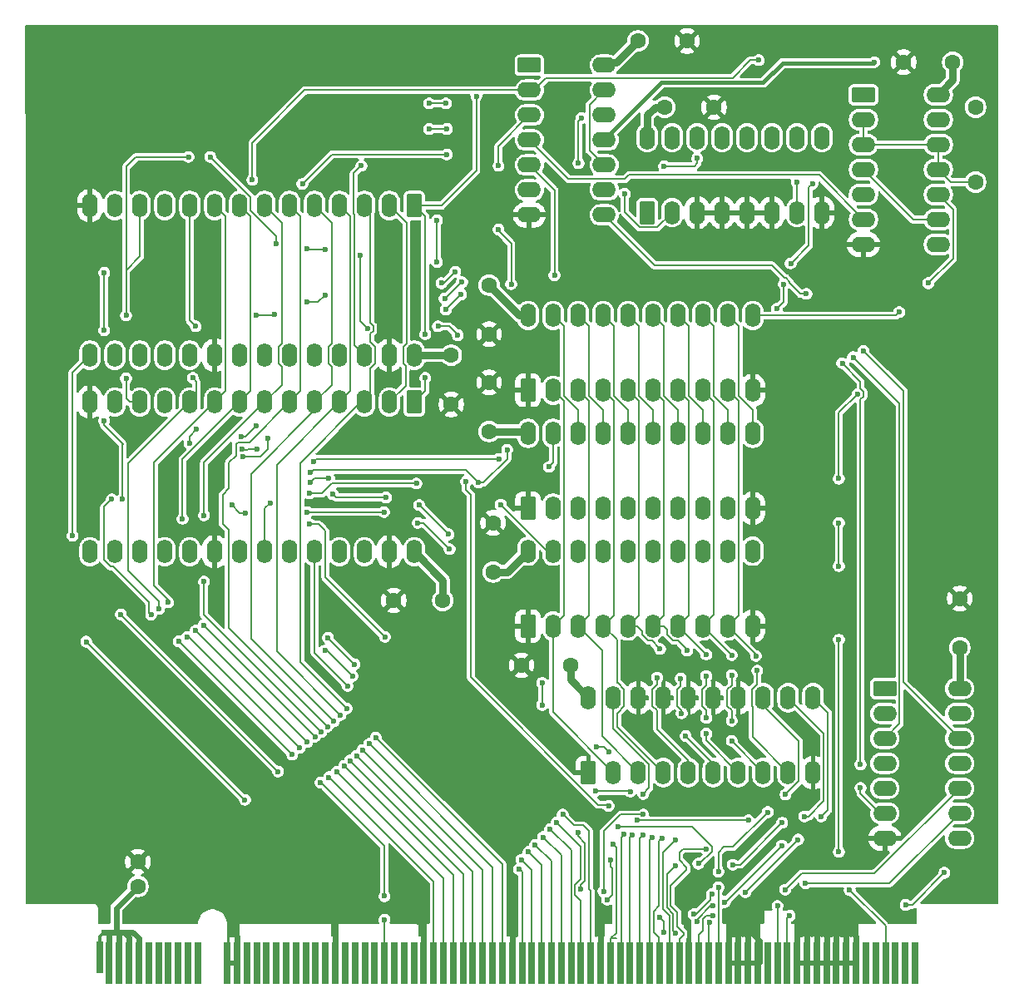
<source format=gbr>
%TF.GenerationSoftware,KiCad,Pcbnew,9.0.5*%
%TF.CreationDate,2025-11-19T18:12:50+02:00*%
%TF.ProjectId,core_2,636f7265-5f32-42e6-9b69-6361645f7063,rev?*%
%TF.SameCoordinates,Original*%
%TF.FileFunction,Copper,L2,Bot*%
%TF.FilePolarity,Positive*%
%FSLAX46Y46*%
G04 Gerber Fmt 4.6, Leading zero omitted, Abs format (unit mm)*
G04 Created by KiCad (PCBNEW 9.0.5) date 2025-11-19 18:12:50*
%MOMM*%
%LPD*%
G01*
G04 APERTURE LIST*
G04 Aperture macros list*
%AMRoundRect*
0 Rectangle with rounded corners*
0 $1 Rounding radius*
0 $2 $3 $4 $5 $6 $7 $8 $9 X,Y pos of 4 corners*
0 Add a 4 corners polygon primitive as box body*
4,1,4,$2,$3,$4,$5,$6,$7,$8,$9,$2,$3,0*
0 Add four circle primitives for the rounded corners*
1,1,$1+$1,$2,$3*
1,1,$1+$1,$4,$5*
1,1,$1+$1,$6,$7*
1,1,$1+$1,$8,$9*
0 Add four rect primitives between the rounded corners*
20,1,$1+$1,$2,$3,$4,$5,0*
20,1,$1+$1,$4,$5,$6,$7,0*
20,1,$1+$1,$6,$7,$8,$9,0*
20,1,$1+$1,$8,$9,$2,$3,0*%
G04 Aperture macros list end*
%TA.AperFunction,ComponentPad*%
%ADD10RoundRect,0.250000X-0.550000X0.950000X-0.550000X-0.950000X0.550000X-0.950000X0.550000X0.950000X0*%
%TD*%
%TA.AperFunction,ComponentPad*%
%ADD11O,1.600000X2.400000*%
%TD*%
%TA.AperFunction,ComponentPad*%
%ADD12C,1.600000*%
%TD*%
%TA.AperFunction,ComponentPad*%
%ADD13RoundRect,0.250000X0.550000X-0.950000X0.550000X0.950000X-0.550000X0.950000X-0.550000X-0.950000X0*%
%TD*%
%TA.AperFunction,ComponentPad*%
%ADD14RoundRect,0.250000X-0.950000X-0.550000X0.950000X-0.550000X0.950000X0.550000X-0.950000X0.550000X0*%
%TD*%
%TA.AperFunction,ComponentPad*%
%ADD15O,2.400000X1.600000*%
%TD*%
%TA.AperFunction,ConnectorPad*%
%ADD16R,0.700000X3.200000*%
%TD*%
%TA.AperFunction,ConnectorPad*%
%ADD17R,0.700000X4.300000*%
%TD*%
%TA.AperFunction,ViaPad*%
%ADD18C,0.600000*%
%TD*%
%TA.AperFunction,ViaPad*%
%ADD19C,0.800000*%
%TD*%
%TA.AperFunction,Conductor*%
%ADD20C,0.200000*%
%TD*%
%TA.AperFunction,Conductor*%
%ADD21C,0.800000*%
%TD*%
%TA.AperFunction,Conductor*%
%ADD22C,0.600000*%
%TD*%
%TA.AperFunction,Conductor*%
%ADD23C,0.300000*%
%TD*%
%TA.AperFunction,Conductor*%
%ADD24C,0.400000*%
%TD*%
G04 APERTURE END LIST*
D10*
%TO.P,TABLE7,1,A14*%
%TO.N,/STATE14*%
X225000000Y-51000000D03*
D11*
%TO.P,TABLE7,2,A12*%
%TO.N,/STATE12*%
X222460000Y-51000000D03*
%TO.P,TABLE7,3,A7*%
%TO.N,/STATE7*%
X219920000Y-51000000D03*
%TO.P,TABLE7,4,A6*%
%TO.N,/STATE6*%
X217380000Y-51000000D03*
%TO.P,TABLE7,5,A5*%
%TO.N,/STATE5*%
X214840000Y-51000000D03*
%TO.P,TABLE7,6,A4*%
%TO.N,/STATE4*%
X212300000Y-51000000D03*
%TO.P,TABLE7,7,A3*%
%TO.N,/STATE3*%
X209760000Y-51000000D03*
%TO.P,TABLE7,8,A2*%
%TO.N,/STATE2*%
X207220000Y-51000000D03*
%TO.P,TABLE7,9,A1*%
%TO.N,/STATE1*%
X204680000Y-51000000D03*
%TO.P,TABLE7,10,A0*%
%TO.N,/STATE0*%
X202140000Y-51000000D03*
%TO.P,TABLE7,11,D0*%
%TO.N,/IntEnable*%
X199600000Y-51000000D03*
%TO.P,TABLE7,12,D1*%
%TO.N,/~{IntDisable}*%
X197060000Y-51000000D03*
%TO.P,TABLE7,13,D2*%
%TO.N,/AddrDecrement*%
X194520000Y-51000000D03*
%TO.P,TABLE7,14,GND*%
%TO.N,GND*%
X191980000Y-51000000D03*
%TO.P,TABLE7,15,D3*%
%TO.N,/AddrIncrement*%
X191980000Y-66240000D03*
%TO.P,TABLE7,16,D4*%
%TO.N,unconnected-(TABLE7-D4-Pad16)*%
X194520000Y-66240000D03*
%TO.P,TABLE7,17,D5*%
%TO.N,unconnected-(TABLE7-D5-Pad17)*%
X197060000Y-66240000D03*
%TO.P,TABLE7,18,D6*%
%TO.N,unconnected-(TABLE7-D6-Pad18)*%
X199600000Y-66240000D03*
%TO.P,TABLE7,19,D7*%
%TO.N,unconnected-(TABLE7-D7-Pad19)*%
X202140000Y-66240000D03*
%TO.P,TABLE7,20,~{CS}*%
%TO.N,GND*%
X204680000Y-66240000D03*
%TO.P,TABLE7,21,A10*%
%TO.N,/STATE10*%
X207220000Y-66240000D03*
%TO.P,TABLE7,22,~{OE}*%
%TO.N,/STATE15*%
X209760000Y-66240000D03*
%TO.P,TABLE7,23,A11*%
%TO.N,/STATE11*%
X212300000Y-66240000D03*
%TO.P,TABLE7,24,A9*%
%TO.N,/STATE9*%
X214840000Y-66240000D03*
%TO.P,TABLE7,25,A8*%
%TO.N,/STATE8*%
X217380000Y-66240000D03*
%TO.P,TABLE7,26,A13*%
%TO.N,/STATE13*%
X219920000Y-66240000D03*
%TO.P,TABLE7,27,~{WE}*%
%TO.N,GND*%
X222460000Y-66240000D03*
%TO.P,TABLE7,28,VCC*%
%TO.N,VCC*%
X225000000Y-66240000D03*
%TD*%
D12*
%TO.P,C4,1*%
%TO.N,VCC*%
X196850000Y-100300000D03*
%TO.P,C4,2*%
%TO.N,GND*%
X196850000Y-97800000D03*
%TD*%
D13*
%TO.P,U2,1,OE*%
%TO.N,GND*%
X236570000Y-49810000D03*
D11*
%TO.P,U2,2,D0*%
%TO.N,Net-(B_IN0-A0)*%
X239110000Y-49810000D03*
%TO.P,U2,3,D1*%
%TO.N,Net-(B_IN0-A1)*%
X241650000Y-49810000D03*
%TO.P,U2,4,D2*%
%TO.N,Net-(B_IN0-A2)*%
X244190000Y-49810000D03*
%TO.P,U2,5,D3*%
%TO.N,Net-(B_IN0-A3)*%
X246730000Y-49810000D03*
%TO.P,U2,6,D4*%
%TO.N,Net-(B_IN0-A4)*%
X249270000Y-49810000D03*
%TO.P,U2,7,D5*%
%TO.N,Net-(B_IN0-A5)*%
X251810000Y-49810000D03*
%TO.P,U2,8,D6*%
%TO.N,Net-(B_IN0-A6)*%
X254350000Y-49810000D03*
%TO.P,U2,9,D7*%
%TO.N,Net-(B_IN0-A7)*%
X256890000Y-49810000D03*
%TO.P,U2,10,GND*%
%TO.N,GND*%
X259430000Y-49810000D03*
%TO.P,U2,11,Cp*%
%TO.N,Net-(U2-Cp)*%
X259430000Y-42190000D03*
%TO.P,U2,12,Q7*%
%TO.N,/STATE10*%
X256890000Y-42190000D03*
%TO.P,U2,13,Q6*%
%TO.N,/STATE9*%
X254350000Y-42190000D03*
%TO.P,U2,14,Q5*%
%TO.N,/STATE8*%
X251810000Y-42190000D03*
%TO.P,U2,15,Q4*%
%TO.N,Net-(B_OUT0-B4)*%
X249270000Y-42190000D03*
%TO.P,U2,16,Q3*%
%TO.N,Net-(B_OUT0-B3)*%
X246730000Y-42190000D03*
%TO.P,U2,17,Q2*%
%TO.N,Net-(B_OUT0-B2)*%
X244190000Y-42190000D03*
%TO.P,U2,18,Q1*%
%TO.N,Net-(B_OUT0-B1)*%
X241650000Y-42190000D03*
%TO.P,U2,19,Q0*%
%TO.N,Net-(B_OUT0-B0)*%
X239110000Y-42190000D03*
%TO.P,U2,20,VCC*%
%TO.N,VCC*%
X236570000Y-42190000D03*
%TD*%
D12*
%TO.P,C8,1*%
%TO.N,GND*%
X232600000Y-49000000D03*
%TO.P,C8,2*%
%TO.N,VCC*%
X232600000Y-54000000D03*
%TD*%
%TO.P,C17,1*%
%TO.N,VCC*%
X250500000Y-21000000D03*
%TO.P,C17,2*%
%TO.N,GND*%
X255500000Y-21000000D03*
%TD*%
D13*
%TO.P,STEP1,1,~{MR}*%
%TO.N,Net-(STEP1-~{MR})*%
X248700000Y-31720000D03*
D11*
%TO.P,STEP1,2,CP*%
%TO.N,/Clk*%
X251240000Y-31720000D03*
%TO.P,STEP1,3,D0*%
%TO.N,GND*%
X253780000Y-31720000D03*
%TO.P,STEP1,4,D1*%
X256320000Y-31720000D03*
%TO.P,STEP1,5,D2*%
X258860000Y-31720000D03*
%TO.P,STEP1,6,D3*%
X261400000Y-31720000D03*
%TO.P,STEP1,7,CEP*%
%TO.N,Net-(STEP1-CEP)*%
X263940000Y-31720000D03*
%TO.P,STEP1,8,GND*%
%TO.N,GND*%
X266480000Y-31720000D03*
%TO.P,STEP1,9,~{PE}*%
%TO.N,/~{SCClear}*%
X266480000Y-24100000D03*
%TO.P,STEP1,10,CET*%
%TO.N,Net-(STEP1-CEP)*%
X263940000Y-24100000D03*
%TO.P,STEP1,11,Q3*%
%TO.N,/STATE14*%
X261400000Y-24100000D03*
%TO.P,STEP1,12,Q2*%
%TO.N,/STATE13*%
X258860000Y-24100000D03*
%TO.P,STEP1,13,Q1*%
%TO.N,/STATE12*%
X256320000Y-24100000D03*
%TO.P,STEP1,14,Q0*%
%TO.N,/STATE11*%
X253780000Y-24100000D03*
%TO.P,STEP1,15,TC*%
%TO.N,unconnected-(STEP1-TC-Pad15)*%
X251240000Y-24100000D03*
%TO.P,STEP1,16,VCC*%
%TO.N,VCC*%
X248700000Y-24100000D03*
%TD*%
D12*
%TO.P,C11,1*%
%TO.N,VCC*%
X247750000Y-14250000D03*
%TO.P,C11,2*%
%TO.N,GND*%
X252750000Y-14250000D03*
%TD*%
%TO.P,C9,1*%
%TO.N,GND*%
X233000000Y-63300000D03*
%TO.P,C9,2*%
%TO.N,VCC*%
X233000000Y-68300000D03*
%TD*%
D14*
%TO.P,U5,1*%
%TO.N,Net-(U5-Pad1)*%
X272880000Y-80160000D03*
D15*
%TO.P,U5,2*%
X272880000Y-82700000D03*
%TO.P,U5,3*%
%TO.N,Net-(STEP1-CEP)*%
X272880000Y-85240000D03*
%TO.P,U5,4*%
%TO.N,/Reset*%
X272880000Y-87780000D03*
%TO.P,U5,5*%
X272880000Y-90320000D03*
%TO.P,U5,6*%
%TO.N,Net-(STEP1-~{MR})*%
X272880000Y-92860000D03*
%TO.P,U5,7,GND*%
%TO.N,GND*%
X272880000Y-95400000D03*
%TO.P,U5,8*%
%TO.N,Net-(U5-Pad1)*%
X280500000Y-95400000D03*
%TO.P,U5,9*%
%TO.N,/~{Halt}*%
X280500000Y-92860000D03*
%TO.P,U5,10*%
%TO.N,/~{Wait}*%
X280500000Y-90320000D03*
%TO.P,U5,11*%
%TO.N,Net-(BC1-PULSE)*%
X280500000Y-87780000D03*
%TO.P,U5,12*%
%TO.N,Net-(U1-Pad8)*%
X280500000Y-85240000D03*
%TO.P,U5,13*%
%TO.N,/~CLK*%
X280500000Y-82700000D03*
%TO.P,U5,14,VCC*%
%TO.N,VCC*%
X280500000Y-80160000D03*
%TD*%
D12*
%TO.P,C12,1*%
%TO.N,VCC*%
X279800000Y-16400000D03*
%TO.P,C12,2*%
%TO.N,GND*%
X274800000Y-16400000D03*
%TD*%
%TO.P,C7,1*%
%TO.N,GND*%
X232600000Y-44100000D03*
%TO.P,C7,2*%
%TO.N,VCC*%
X232600000Y-39100000D03*
%TD*%
D10*
%TO.P,TABLE8,1,A14*%
%TO.N,/STATE14*%
X225000000Y-31000000D03*
D11*
%TO.P,TABLE8,2,A12*%
%TO.N,/STATE12*%
X222460000Y-31000000D03*
%TO.P,TABLE8,3,A7*%
%TO.N,/STATE7*%
X219920000Y-31000000D03*
%TO.P,TABLE8,4,A6*%
%TO.N,/STATE6*%
X217380000Y-31000000D03*
%TO.P,TABLE8,5,A5*%
%TO.N,/STATE5*%
X214840000Y-31000000D03*
%TO.P,TABLE8,6,A4*%
%TO.N,/STATE4*%
X212300000Y-31000000D03*
%TO.P,TABLE8,7,A3*%
%TO.N,/STATE3*%
X209760000Y-31000000D03*
%TO.P,TABLE8,8,A2*%
%TO.N,/STATE2*%
X207220000Y-31000000D03*
%TO.P,TABLE8,9,A1*%
%TO.N,/STATE1*%
X204680000Y-31000000D03*
%TO.P,TABLE8,10,A0*%
%TO.N,/STATE0*%
X202140000Y-31000000D03*
%TO.P,TABLE8,11,D0*%
%TO.N,/IntEnable*%
X199600000Y-31000000D03*
%TO.P,TABLE8,12,D1*%
%TO.N,/~{IntDisable}*%
X197060000Y-31000000D03*
%TO.P,TABLE8,13,D2*%
%TO.N,/AddrDecrement*%
X194520000Y-31000000D03*
%TO.P,TABLE8,14,GND*%
%TO.N,GND*%
X191980000Y-31000000D03*
%TO.P,TABLE8,15,D3*%
%TO.N,/AddrIncrement*%
X191980000Y-46240000D03*
%TO.P,TABLE8,16,D4*%
%TO.N,unconnected-(TABLE8-D4-Pad16)*%
X194520000Y-46240000D03*
%TO.P,TABLE8,17,D5*%
%TO.N,unconnected-(TABLE8-D5-Pad17)*%
X197060000Y-46240000D03*
%TO.P,TABLE8,18,D6*%
%TO.N,unconnected-(TABLE8-D6-Pad18)*%
X199600000Y-46240000D03*
%TO.P,TABLE8,19,D7*%
%TO.N,unconnected-(TABLE8-D7-Pad19)*%
X202140000Y-46240000D03*
%TO.P,TABLE8,20,~{CS}*%
%TO.N,GND*%
X204680000Y-46240000D03*
%TO.P,TABLE8,21,A10*%
%TO.N,/STATE10*%
X207220000Y-46240000D03*
%TO.P,TABLE8,22,~{OE}*%
%TO.N,/STATE16*%
X209760000Y-46240000D03*
%TO.P,TABLE8,23,A11*%
%TO.N,/STATE11*%
X212300000Y-46240000D03*
%TO.P,TABLE8,24,A9*%
%TO.N,/STATE9*%
X214840000Y-46240000D03*
%TO.P,TABLE8,25,A8*%
%TO.N,/STATE8*%
X217380000Y-46240000D03*
%TO.P,TABLE8,26,A13*%
%TO.N,/STATE13*%
X219920000Y-46240000D03*
%TO.P,TABLE8,27,~{WE}*%
%TO.N,GND*%
X222460000Y-46240000D03*
%TO.P,TABLE8,28,VCC*%
%TO.N,VCC*%
X225000000Y-46240000D03*
%TD*%
D12*
%TO.P,C2,1*%
%TO.N,VCC*%
X228750000Y-46250000D03*
%TO.P,C2,2*%
%TO.N,GND*%
X228750000Y-51250000D03*
%TD*%
D13*
%TO.P,B_IN1,1,A->B*%
%TO.N,GND*%
X236570000Y-73810000D03*
D11*
%TO.P,B_IN1,2,A0*%
%TO.N,Net-(B_IN0-A0)*%
X239110000Y-73810000D03*
%TO.P,B_IN1,3,A1*%
%TO.N,Net-(B_IN0-A1)*%
X241650000Y-73810000D03*
%TO.P,B_IN1,4,A2*%
%TO.N,Net-(B_IN0-A2)*%
X244190000Y-73810000D03*
%TO.P,B_IN1,5,A3*%
%TO.N,Net-(B_IN0-A3)*%
X246730000Y-73810000D03*
%TO.P,B_IN1,6,A4*%
%TO.N,Net-(B_IN0-A4)*%
X249270000Y-73810000D03*
%TO.P,B_IN1,7,A5*%
%TO.N,Net-(B_IN0-A5)*%
X251810000Y-73810000D03*
%TO.P,B_IN1,8,A6*%
%TO.N,Net-(B_IN0-A6)*%
X254350000Y-73810000D03*
%TO.P,B_IN1,9,A7*%
%TO.N,Net-(B_IN0-A7)*%
X256890000Y-73810000D03*
%TO.P,B_IN1,10,GND*%
%TO.N,GND*%
X259430000Y-73810000D03*
%TO.P,B_IN1,11,B7*%
%TO.N,/D7*%
X259430000Y-66190000D03*
%TO.P,B_IN1,12,B6*%
%TO.N,/D6*%
X256890000Y-66190000D03*
%TO.P,B_IN1,13,B5*%
%TO.N,/D5*%
X254350000Y-66190000D03*
%TO.P,B_IN1,14,B4*%
%TO.N,/D4*%
X251810000Y-66190000D03*
%TO.P,B_IN1,15,B3*%
%TO.N,/D3*%
X249270000Y-66190000D03*
%TO.P,B_IN1,16,B2*%
%TO.N,/D2*%
X246730000Y-66190000D03*
%TO.P,B_IN1,17,B1*%
%TO.N,/D1*%
X244190000Y-66190000D03*
%TO.P,B_IN1,18,B0*%
%TO.N,/D0*%
X241650000Y-66190000D03*
%TO.P,B_IN1,19,CE*%
%TO.N,/~{LOAD_FR}*%
X239110000Y-66190000D03*
%TO.P,B_IN1,20,VCC*%
%TO.N,VCC*%
X236570000Y-66190000D03*
%TD*%
D14*
%TO.P,U1,1*%
%TO.N,/STATE15*%
X236700000Y-16720000D03*
D15*
%TO.P,U1,2*%
%TO.N,/STATE16*%
X236700000Y-19260000D03*
%TO.P,U1,3*%
%TO.N,/~{LOAD_FR}*%
X236700000Y-21800000D03*
%TO.P,U1,4*%
%TO.N,Net-(U1-Pad4)*%
X236700000Y-24340000D03*
%TO.P,U1,5*%
%TO.N,/~{UPDATE_FR}*%
X236700000Y-26880000D03*
%TO.P,U1,6*%
%TO.N,Net-(U1-Pad6)*%
X236700000Y-29420000D03*
%TO.P,U1,7,GND*%
%TO.N,GND*%
X236700000Y-31960000D03*
%TO.P,U1,8*%
%TO.N,Net-(U1-Pad8)*%
X244320000Y-31960000D03*
%TO.P,U1,9*%
%TO.N,Net-(U1-Pad12)*%
X244320000Y-29420000D03*
%TO.P,U1,10*%
%TO.N,/Clk*%
X244320000Y-26880000D03*
%TO.P,U1,11*%
%TO.N,/~CLK*%
X244320000Y-24340000D03*
%TO.P,U1,12*%
%TO.N,Net-(U1-Pad12)*%
X244320000Y-21800000D03*
%TO.P,U1,13*%
%TO.N,/Clk*%
X244320000Y-19260000D03*
%TO.P,U1,14,VCC*%
%TO.N,VCC*%
X244320000Y-16720000D03*
%TD*%
D12*
%TO.P,C3,1*%
%TO.N,VCC*%
X280500000Y-76000000D03*
%TO.P,C3,2*%
%TO.N,GND*%
X280500000Y-71000000D03*
%TD*%
D13*
%TO.P,B_OUT0,1,A->B*%
%TO.N,GND*%
X236570000Y-61810000D03*
D11*
%TO.P,B_OUT0,2,A0*%
%TO.N,/D0*%
X239110000Y-61810000D03*
%TO.P,B_OUT0,3,A1*%
%TO.N,/D1*%
X241650000Y-61810000D03*
%TO.P,B_OUT0,4,A2*%
%TO.N,/D2*%
X244190000Y-61810000D03*
%TO.P,B_OUT0,5,A3*%
%TO.N,/D3*%
X246730000Y-61810000D03*
%TO.P,B_OUT0,6,A4*%
%TO.N,/D4*%
X249270000Y-61810000D03*
%TO.P,B_OUT0,7,A5*%
%TO.N,/D5*%
X251810000Y-61810000D03*
%TO.P,B_OUT0,8,A6*%
%TO.N,/D6*%
X254350000Y-61810000D03*
%TO.P,B_OUT0,9,A7*%
%TO.N,/D7*%
X256890000Y-61810000D03*
%TO.P,B_OUT0,10,GND*%
%TO.N,GND*%
X259430000Y-61810000D03*
%TO.P,B_OUT0,11,B7*%
%TO.N,/STATE10*%
X259430000Y-54190000D03*
%TO.P,B_OUT0,12,B6*%
%TO.N,/STATE9*%
X256890000Y-54190000D03*
%TO.P,B_OUT0,13,B5*%
%TO.N,/STATE8*%
X254350000Y-54190000D03*
%TO.P,B_OUT0,14,B4*%
%TO.N,Net-(B_OUT0-B4)*%
X251810000Y-54190000D03*
%TO.P,B_OUT0,15,B3*%
%TO.N,Net-(B_OUT0-B3)*%
X249270000Y-54190000D03*
%TO.P,B_OUT0,16,B2*%
%TO.N,Net-(B_OUT0-B2)*%
X246730000Y-54190000D03*
%TO.P,B_OUT0,17,B1*%
%TO.N,Net-(B_OUT0-B1)*%
X244190000Y-54190000D03*
%TO.P,B_OUT0,18,B0*%
%TO.N,Net-(B_OUT0-B0)*%
X241650000Y-54190000D03*
%TO.P,B_OUT0,19,CE*%
%TO.N,/~{OUT_FR}*%
X239110000Y-54190000D03*
%TO.P,B_OUT0,20,VCC*%
%TO.N,VCC*%
X236570000Y-54190000D03*
%TD*%
D12*
%TO.P,C6,1*%
%TO.N,GND*%
X235900000Y-77800000D03*
%TO.P,C6,2*%
%TO.N,VCC*%
X240900000Y-77800000D03*
%TD*%
%TO.P,R2,1*%
%TO.N,VCC*%
X282100000Y-20990000D03*
%TO.P,R2,2*%
%TO.N,Net-(R2-Pad2)*%
X282100000Y-28610000D03*
%TD*%
D13*
%TO.P,B_IN0,1,A->B*%
%TO.N,GND*%
X242720000Y-88720000D03*
D11*
%TO.P,B_IN0,2,A0*%
%TO.N,Net-(B_IN0-A0)*%
X245260000Y-88720000D03*
%TO.P,B_IN0,3,A1*%
%TO.N,Net-(B_IN0-A1)*%
X247800000Y-88720000D03*
%TO.P,B_IN0,4,A2*%
%TO.N,Net-(B_IN0-A2)*%
X250340000Y-88720000D03*
%TO.P,B_IN0,5,A3*%
%TO.N,Net-(B_IN0-A3)*%
X252880000Y-88720000D03*
%TO.P,B_IN0,6,A4*%
%TO.N,Net-(B_IN0-A4)*%
X255420000Y-88720000D03*
%TO.P,B_IN0,7,A5*%
%TO.N,Net-(B_IN0-A5)*%
X257960000Y-88720000D03*
%TO.P,B_IN0,8,A6*%
%TO.N,Net-(B_IN0-A6)*%
X260500000Y-88720000D03*
%TO.P,B_IN0,9,A7*%
%TO.N,Net-(B_IN0-A7)*%
X263040000Y-88720000D03*
%TO.P,B_IN0,10,GND*%
%TO.N,GND*%
X265580000Y-88720000D03*
%TO.P,B_IN0,11,B7*%
%TO.N,/ZeroIn*%
X265580000Y-81100000D03*
%TO.P,B_IN0,12,B6*%
%TO.N,/~{CarryIn}*%
X263040000Y-81100000D03*
%TO.P,B_IN0,13,B5*%
%TO.N,/SignIn*%
X260500000Y-81100000D03*
%TO.P,B_IN0,14,B4*%
%TO.N,GND*%
X257960000Y-81100000D03*
%TO.P,B_IN0,15,B3*%
X255420000Y-81100000D03*
%TO.P,B_IN0,16,B2*%
X252880000Y-81100000D03*
%TO.P,B_IN0,17,B1*%
X250340000Y-81100000D03*
%TO.P,B_IN0,18,B0*%
X247800000Y-81100000D03*
%TO.P,B_IN0,19,CE*%
%TO.N,/~{UPDATE_FR}*%
X245260000Y-81100000D03*
%TO.P,B_IN0,20,VCC*%
%TO.N,VCC*%
X242720000Y-81100000D03*
%TD*%
D14*
%TO.P,U3,1*%
%TO.N,unconnected-(U3-Pad1)*%
X270700000Y-19720000D03*
D15*
%TO.P,U3,2*%
%TO.N,Net-(R2-Pad2)*%
X270700000Y-22260000D03*
%TO.P,U3,3*%
X270700000Y-24800000D03*
%TO.P,U3,4*%
%TO.N,Net-(U3-Pad4)*%
X270700000Y-27340000D03*
%TO.P,U3,5*%
%TO.N,Net-(U1-Pad6)*%
X270700000Y-29880000D03*
%TO.P,U3,6*%
%TO.N,Net-(U1-Pad4)*%
X270700000Y-32420000D03*
%TO.P,U3,7,GND*%
%TO.N,GND*%
X270700000Y-34960000D03*
%TO.P,U3,8*%
%TO.N,/~CLK*%
X278320000Y-34960000D03*
%TO.P,U3,9*%
%TO.N,Net-(U3-Pad4)*%
X278320000Y-32420000D03*
%TO.P,U3,10*%
%TO.N,Net-(U2-Cp)*%
X278320000Y-29880000D03*
%TO.P,U3,11*%
%TO.N,Net-(R2-Pad2)*%
X278320000Y-27340000D03*
%TO.P,U3,12*%
X278320000Y-24800000D03*
%TO.P,U3,13*%
%TO.N,unconnected-(U3-Pad13)*%
X278320000Y-22260000D03*
%TO.P,U3,14,VCC*%
%TO.N,VCC*%
X278320000Y-19720000D03*
%TD*%
D16*
%TO.P,BC1,A1,VCC*%
%TO.N,VCC*%
X192950000Y-107550000D03*
D17*
%TO.P,BC1,A2,VCC*%
X193950000Y-108100000D03*
%TO.P,BC1,A3,VCC*%
X194950000Y-108100000D03*
%TO.P,BC1,A4,VCC*%
X195950000Y-108100000D03*
%TO.P,BC1,A5,VCC*%
X196950000Y-108100000D03*
%TO.P,BC1,A6*%
%TO.N,N/C*%
X197950000Y-108100000D03*
%TO.P,BC1,A7*%
X198950000Y-108100000D03*
%TO.P,BC1,A8*%
X199950000Y-108100000D03*
%TO.P,BC1,A9*%
X200950000Y-108100000D03*
%TO.P,BC1,A10*%
X201950000Y-108100000D03*
%TO.P,BC1,A11*%
X202950000Y-108100000D03*
%TO.P,BC1,A12,GND*%
%TO.N,GND*%
X205950000Y-108100000D03*
%TO.P,BC1,A13,GND*%
X206950000Y-108100000D03*
%TO.P,BC1,A14,~{LMEM}*%
%TO.N,unconnected-(BC1-~{LMEM}-PadA14)*%
X207950000Y-108100000D03*
%TO.P,BC1,A15,LSPH*%
%TO.N,unconnected-(BC1-LSPH-PadA15)*%
X208950000Y-108100000D03*
%TO.P,BC1,A16,LSPL*%
%TO.N,unconnected-(BC1-LSPL-PadA16)*%
X209950000Y-108100000D03*
%TO.P,BC1,A17,LPCH*%
%TO.N,unconnected-(BC1-LPCH-PadA17)*%
X210950000Y-108100000D03*
%TO.P,BC1,A18,LPCL*%
%TO.N,unconnected-(BC1-LPCL-PadA18)*%
X211950000Y-108100000D03*
%TO.P,BC1,A19,~{LARGH}*%
%TO.N,unconnected-(BC1-~{LARGH}-PadA19)*%
X212950000Y-108100000D03*
%TO.P,BC1,A20,~{LARGL}*%
%TO.N,unconnected-(BC1-~{LARGL}-PadA20)*%
X213950000Y-108100000D03*
%TO.P,BC1,A21,~{LAC}*%
%TO.N,unconnected-(BC1-~{LAC}-PadA21)*%
X214950000Y-108100000D03*
%TO.P,BC1,A22,~{LXH}*%
%TO.N,unconnected-(BC1-~{LXH}-PadA22)*%
X215950000Y-108100000D03*
%TO.P,BC1,A23,GND*%
%TO.N,GND*%
X216950000Y-108100000D03*
%TO.P,BC1,A24,~{LYL}*%
%TO.N,unconnected-(BC1-~{LYL}-PadA24)*%
X217950000Y-108100000D03*
%TO.P,BC1,A25,~{LYH}*%
%TO.N,unconnected-(BC1-~{LYH}-PadA25)*%
X218950000Y-108100000D03*
%TO.P,BC1,A26,~{LZL}*%
%TO.N,unconnected-(BC1-~{LZL}-PadA26)*%
X219950000Y-108100000D03*
%TO.P,BC1,A27,~{LZH}*%
%TO.N,unconnected-(BC1-~{LZH}-PadA27)*%
X220950000Y-108100000D03*
%TO.P,BC1,A28,~{LFR}*%
%TO.N,/~{LOAD_FR}*%
X221950000Y-108100000D03*
%TO.P,BC1,A29,~{LINST}*%
%TO.N,unconnected-(BC1-~{LINST}-PadA29)*%
X222950000Y-108100000D03*
%TO.P,BC1,A30,LADRH*%
%TO.N,unconnected-(BC1-LADRH-PadA30)*%
X223950000Y-108100000D03*
%TO.P,BC1,A31,LADRL*%
%TO.N,unconnected-(BC1-LADRL-PadA31)*%
X224950000Y-108100000D03*
%TO.P,BC1,A32,GND*%
%TO.N,GND*%
X225950000Y-108100000D03*
%TO.P,BC1,A33,STATE0*%
%TO.N,/STATE0*%
X226950000Y-108100000D03*
%TO.P,BC1,A34,STATE1*%
%TO.N,/STATE1*%
X227950000Y-108100000D03*
%TO.P,BC1,A35,STATE2*%
%TO.N,/STATE2*%
X228950000Y-108100000D03*
%TO.P,BC1,A36,STATE3*%
%TO.N,/STATE3*%
X229950000Y-108100000D03*
%TO.P,BC1,A37,STATE4*%
%TO.N,/STATE4*%
X230950000Y-108100000D03*
%TO.P,BC1,A38,STATE5*%
%TO.N,/STATE5*%
X231950000Y-108100000D03*
%TO.P,BC1,A39,STATE6*%
%TO.N,/STATE6*%
X232950000Y-108100000D03*
%TO.P,BC1,A40,STATE7*%
%TO.N,/STATE7*%
X233950000Y-108100000D03*
%TO.P,BC1,A41,GND*%
%TO.N,GND*%
X234950000Y-108100000D03*
%TO.P,BC1,A42,STATE8*%
%TO.N,/STATE8*%
X235950000Y-108100000D03*
%TO.P,BC1,A43,STATE9*%
%TO.N,/STATE9*%
X236950000Y-108100000D03*
%TO.P,BC1,A44,STATE10*%
%TO.N,/STATE10*%
X237950000Y-108100000D03*
%TO.P,BC1,A45,STATE11*%
%TO.N,/STATE11*%
X238950000Y-108100000D03*
%TO.P,BC1,A46,STATE12*%
%TO.N,/STATE12*%
X239950000Y-108100000D03*
%TO.P,BC1,A47,STATE13*%
%TO.N,/STATE13*%
X240950000Y-108100000D03*
%TO.P,BC1,A48,STATE14*%
%TO.N,/STATE14*%
X241950000Y-108100000D03*
%TO.P,BC1,A49,STATE15*%
%TO.N,/STATE15*%
X242950000Y-108100000D03*
%TO.P,BC1,A50,GND*%
%TO.N,GND*%
X243950000Y-108100000D03*
%TO.P,BC1,A51,DATA0*%
%TO.N,/D0*%
X244950000Y-108100000D03*
%TO.P,BC1,A52,DATA1*%
%TO.N,/D1*%
X245950000Y-108100000D03*
%TO.P,BC1,A53,DATA2*%
%TO.N,/D2*%
X246950000Y-108100000D03*
%TO.P,BC1,A54,DATA3*%
%TO.N,/D3*%
X247950000Y-108100000D03*
%TO.P,BC1,A55,DATA4*%
%TO.N,/D4*%
X248950000Y-108100000D03*
%TO.P,BC1,A56,DATA5*%
%TO.N,/D5*%
X249950000Y-108100000D03*
%TO.P,BC1,A57,DATA6*%
%TO.N,/D6*%
X250950000Y-108100000D03*
%TO.P,BC1,A58,DATA7*%
%TO.N,/D7*%
X251950000Y-108100000D03*
%TO.P,BC1,A59,GND*%
%TO.N,GND*%
X252950000Y-108100000D03*
%TO.P,BC1,A60,ALUZO*%
%TO.N,/ZeroIn*%
X253950000Y-108100000D03*
%TO.P,BC1,A61,~{ALUCO}*%
%TO.N,/~{CarryIn}*%
X254950000Y-108100000D03*
%TO.P,BC1,A62,ALUSO*%
%TO.N,/SignIn*%
X255950000Y-108100000D03*
%TO.P,BC1,A63,GND*%
%TO.N,GND*%
X256950000Y-108100000D03*
%TO.P,BC1,A64,GND*%
X257950000Y-108100000D03*
%TO.P,BC1,A65,GND*%
X258950000Y-108100000D03*
%TO.P,BC1,A66,GND*%
X259950000Y-108100000D03*
%TO.P,BC1,A67,INTREQ*%
%TO.N,unconnected-(BC1-INTREQ-PadA67)*%
X260950000Y-108100000D03*
%TO.P,BC1,A68,~{WAIT}*%
%TO.N,/~{Wait}*%
X261950000Y-108100000D03*
%TO.P,BC1,A69,RESET*%
%TO.N,/Reset*%
X262950000Y-108100000D03*
%TO.P,BC1,A70,GND*%
%TO.N,GND*%
X263950000Y-108100000D03*
%TO.P,BC1,A71,GND*%
X264950000Y-108100000D03*
%TO.P,BC1,A72,GND*%
X265950000Y-108100000D03*
%TO.P,BC1,A73,GND*%
X266950000Y-108100000D03*
%TO.P,BC1,A74,GND*%
X267950000Y-108100000D03*
%TO.P,BC1,A75,GND*%
X268950000Y-108100000D03*
%TO.P,BC1,A76,GND*%
X269950000Y-108100000D03*
%TO.P,BC1,A77*%
%TO.N,N/C*%
X270950000Y-108100000D03*
%TO.P,BC1,A78*%
X271950000Y-108100000D03*
%TO.P,BC1,A79,STATE16*%
%TO.N,/STATE16*%
X272950000Y-108100000D03*
%TO.P,BC1,A80*%
%TO.N,N/C*%
X273950000Y-108100000D03*
%TO.P,BC1,A81*%
X274950000Y-108100000D03*
%TO.P,BC1,A82*%
X275950000Y-108100000D03*
%TD*%
D12*
%TO.P,C1,1*%
%TO.N,VCC*%
X227900000Y-71200000D03*
%TO.P,C1,2*%
%TO.N,GND*%
X222900000Y-71200000D03*
%TD*%
D18*
%TO.N,/D6*%
X251600000Y-95600000D03*
%TO.N,/STATE6*%
X220400000Y-85800000D03*
X217475000Y-82875000D03*
%TO.N,VCC*%
X194950000Y-104950000D03*
X196525000Y-105175000D03*
X193400000Y-105000000D03*
X194650000Y-103850000D03*
X194100000Y-104950000D03*
X194650000Y-102800000D03*
%TO.N,GND*%
X243970051Y-104741002D03*
X264850000Y-105100000D03*
X258050000Y-105200000D03*
D19*
X216700000Y-103700000D03*
D18*
X206600000Y-104000000D03*
X265200000Y-103400000D03*
X269724265Y-104024265D03*
D19*
X257400000Y-103900000D03*
D18*
X225600000Y-103500000D03*
X234950000Y-104600000D03*
X252800000Y-104300000D03*
%TO.N,/~{LOAD_FR}*%
X221950000Y-103700000D03*
X233550000Y-33450000D03*
X221950000Y-101300000D03*
X207574265Y-56574265D03*
X231543525Y-59206475D03*
X214400000Y-58200000D03*
X215450000Y-89750000D03*
X212550000Y-86900000D03*
X233550000Y-26950000D03*
X233793525Y-61456475D03*
X210100000Y-54700000D03*
X201013525Y-75363525D03*
X234850000Y-39000000D03*
X198200000Y-72650000D03*
X234450000Y-55850000D03*
X194200000Y-60900000D03*
%TO.N,/STATE10*%
X227751470Y-38900000D03*
X229150000Y-37750000D03*
X214100000Y-40800000D03*
X208921000Y-42200000D03*
X236600000Y-96800000D03*
X210800000Y-42100000D03*
X218700000Y-78900000D03*
X215900000Y-40100000D03*
X215900000Y-76300000D03*
%TO.N,/D5*%
X250200000Y-95400000D03*
%TO.N,/IntEnable*%
X195300000Y-60900000D03*
X214100000Y-62200000D03*
X207800000Y-62300000D03*
X241951000Y-100600000D03*
X193419000Y-43700000D03*
X193419000Y-52900000D03*
X206400000Y-61500000D03*
X250350000Y-105024265D03*
X249951000Y-103500000D03*
X225350000Y-63300000D03*
X221900000Y-62200000D03*
X193419000Y-37850000D03*
X228575000Y-65975000D03*
X241650000Y-94800000D03*
%TO.N,/STATE8*%
X235650000Y-98550000D03*
X228200000Y-41600000D03*
X229750000Y-40050000D03*
%TO.N,/~{OUT_FR}*%
X207400000Y-54500000D03*
X238700000Y-57600000D03*
X191600000Y-75400000D03*
X208921000Y-53400000D03*
X214700000Y-57100000D03*
X207750000Y-91500000D03*
X233600000Y-56800000D03*
%TO.N,/~CLK*%
X271800000Y-16400000D03*
%TO.N,/STATE5*%
X216800000Y-83500000D03*
X219700000Y-86450000D03*
%TO.N,/STATE12*%
X238100000Y-95300000D03*
X226500000Y-23200000D03*
X228300000Y-23200000D03*
%TO.N,/D2*%
X247200000Y-95100000D03*
%TO.N,/AddrIncrement*%
X211125000Y-88625000D03*
X190200000Y-64600000D03*
X195125000Y-72625000D03*
%TO.N,/STATE2*%
X203550000Y-73750000D03*
X217850000Y-88050000D03*
X214875000Y-85075000D03*
X201400000Y-62900000D03*
%TO.N,/D4*%
X249200000Y-95300000D03*
%TO.N,/Reset*%
X263200000Y-103300000D03*
%TO.N,/STATE3*%
X215511932Y-84590932D03*
X203579000Y-62550000D03*
X218440790Y-87510583D03*
X203579000Y-69300000D03*
%TO.N,/~{IntDisable}*%
X204227049Y-26050000D03*
X245700000Y-94200000D03*
X219500000Y-36100000D03*
X195650000Y-48600000D03*
X215900000Y-35500000D03*
X251550000Y-105107334D03*
X253900000Y-98000000D03*
X229400000Y-44200000D03*
X230250000Y-59100000D03*
X195650000Y-42200000D03*
X210900000Y-34900000D03*
X244759000Y-92125000D03*
X214100000Y-35400000D03*
X227400000Y-43300000D03*
X220200000Y-43500000D03*
X202000000Y-26050000D03*
X251550000Y-98200000D03*
%TO.N,/SignIn*%
X255950000Y-98800000D03*
X260958525Y-92758525D03*
X255950000Y-100400000D03*
X262758525Y-90958525D03*
%TO.N,/~{Halt}*%
X264800000Y-100000000D03*
X255300000Y-101100000D03*
X253434370Y-103150000D03*
%TO.N,/~{Wait}*%
X261950000Y-102300000D03*
X262750000Y-100650000D03*
%TO.N,/D7*%
X254677049Y-96500000D03*
%TO.N,/STATE13*%
X219600000Y-26950000D03*
X238800000Y-94500000D03*
X228200000Y-20600000D03*
X226500000Y-20600000D03*
%TO.N,/STATE7*%
X221075000Y-85175000D03*
X218100000Y-82200000D03*
%TO.N,/AddrDecrement*%
X259000000Y-93600000D03*
X225500000Y-61500000D03*
X216700000Y-60400000D03*
X228475000Y-64475000D03*
X216302000Y-58779236D03*
X222100000Y-60700000D03*
X207486681Y-55779071D03*
X246961000Y-90667522D03*
X202800000Y-53800000D03*
X243400000Y-90600000D03*
X255350000Y-102300000D03*
X209000000Y-55800000D03*
X262400000Y-96150000D03*
X214400000Y-59200000D03*
X247700000Y-93600000D03*
X253748001Y-103885962D03*
X202100000Y-55200000D03*
X256600000Y-101900000D03*
%TO.N,/STATE9*%
X229850000Y-38800000D03*
X235900000Y-97600000D03*
X228075735Y-40475735D03*
X218200000Y-79900000D03*
%TO.N,/D3*%
X248300000Y-95100000D03*
%TO.N,/STATE15*%
X210300000Y-61300000D03*
X227300000Y-36750000D03*
X240100000Y-93000000D03*
X214350000Y-63450000D03*
X222000000Y-74900000D03*
X225200000Y-59300000D03*
X227300000Y-32500000D03*
X214300000Y-60300000D03*
%TO.N,/~{UPDATE_FR}*%
X248300000Y-90900000D03*
X243500000Y-86100000D03*
X244250000Y-100800000D03*
X248300000Y-93000000D03*
X244800000Y-86600000D03*
X238009000Y-79600000D03*
X239250000Y-38100000D03*
X238009000Y-81850000D03*
%TO.N,/D1*%
X246361000Y-95039000D03*
%TO.N,/STATE0*%
X202750000Y-43300000D03*
X199000000Y-72050000D03*
X201875000Y-74925000D03*
X202450000Y-48550000D03*
X213300000Y-86200000D03*
X216300000Y-89200000D03*
%TO.N,/D0*%
X245225000Y-96025000D03*
%TO.N,/STATE14*%
X226101000Y-44100000D03*
X226101000Y-48550000D03*
X231300000Y-19860000D03*
X239500000Y-93800000D03*
%TO.N,/STATE4*%
X216150000Y-84050000D03*
X219125000Y-87025000D03*
%TO.N,/~{CarryIn}*%
X257400000Y-98100000D03*
X262428524Y-93828524D03*
X255000000Y-104000000D03*
X264700000Y-93200000D03*
%TO.N,/ZeroIn*%
X264050000Y-95550000D03*
X258700000Y-100900000D03*
X255350000Y-103280624D03*
X266400000Y-93200000D03*
%TO.N,/~{SCClear}*%
X263300000Y-36900000D03*
X265500000Y-28800000D03*
X262600000Y-39000000D03*
X244619500Y-101669500D03*
X261900000Y-41500000D03*
X244949000Y-97600000D03*
%TO.N,/STATE11*%
X228300000Y-25800000D03*
X213600000Y-28800000D03*
X250400000Y-27000000D03*
X216200000Y-75000000D03*
X218900000Y-77700000D03*
X237300000Y-96100000D03*
X253780000Y-26200000D03*
%TO.N,/STATE1*%
X214075000Y-85625000D03*
X202725000Y-74275000D03*
X217100000Y-88650000D03*
X199925000Y-71400000D03*
%TO.N,Net-(BC1-PULSE)*%
X278928524Y-98928524D03*
X275000000Y-102200000D03*
%TO.N,Net-(B_IN0-A7)*%
X259750000Y-76850000D03*
X259900000Y-78350000D03*
%TO.N,Net-(B_IN0-A3)*%
X249700000Y-79050000D03*
X250000000Y-76150000D03*
%TO.N,Net-(B_IN0-A6)*%
X257300000Y-76760000D03*
X257300000Y-78800000D03*
X257300000Y-83450000D03*
X257300000Y-85500000D03*
%TO.N,Net-(B_IN0-A5)*%
X254700000Y-83150000D03*
X254700000Y-78900000D03*
X254700000Y-84750000D03*
X254700000Y-76700000D03*
%TO.N,Net-(B_IN0-A4)*%
X252750000Y-76300000D03*
X252200000Y-82700000D03*
X252600000Y-85000000D03*
X252100000Y-79150000D03*
%TO.N,Net-(STEP1-CEP)*%
X263900000Y-28600000D03*
X269650000Y-46450000D03*
%TO.N,/Clk*%
X246400000Y-29800000D03*
%TO.N,Net-(STEP1-~{MR})*%
X270400000Y-87900000D03*
X270400000Y-90300000D03*
X268550000Y-47050000D03*
%TO.N,Net-(U1-Pad8)*%
X270700000Y-45800000D03*
X264900000Y-40000000D03*
%TO.N,Net-(U1-Pad12)*%
X241700000Y-26700000D03*
X242000000Y-22100000D03*
%TO.N,Net-(U2-Cp)*%
X277300000Y-38900000D03*
X274350000Y-41850000D03*
%TO.N,/STATE16*%
X270100000Y-50200000D03*
X260050000Y-16200000D03*
X268200000Y-96800000D03*
X268200000Y-58800000D03*
X268200000Y-63300000D03*
X268200000Y-67700000D03*
X269300000Y-100700000D03*
X268200000Y-75200000D03*
X208500000Y-28400000D03*
%TD*%
D20*
%TO.N,/D6*%
X250300000Y-102650000D02*
X250300000Y-96900000D01*
X250300000Y-96900000D02*
X251600000Y-95600000D01*
X250950000Y-108100000D02*
X250950000Y-103300000D01*
X250950000Y-103300000D02*
X250300000Y-102650000D01*
%TO.N,/STATE6*%
X232950000Y-98350000D02*
X232950000Y-108100000D01*
X218481000Y-32101000D02*
X217380000Y-31000000D01*
X211000000Y-57380000D02*
X217380000Y-51000000D01*
X218481000Y-49899000D02*
X218481000Y-32101000D01*
X220400000Y-85800000D02*
X232950000Y-98350000D01*
X217475000Y-82875000D02*
X211000000Y-76400000D01*
X211000000Y-76400000D02*
X211000000Y-57380000D01*
X217380000Y-51000000D02*
X218481000Y-49899000D01*
D21*
%TO.N,VCC*%
X240900000Y-77800000D02*
X240900000Y-79280000D01*
D22*
X194650000Y-102800000D02*
X194650000Y-102500000D01*
X194650000Y-104800000D02*
X194950000Y-105100000D01*
X196300000Y-104950000D02*
X195400000Y-104950000D01*
X195400000Y-104950000D02*
X194950000Y-104950000D01*
D21*
X233000000Y-68300000D02*
X234460000Y-68300000D01*
X245575000Y-16425000D02*
X247750000Y-14250000D01*
X249500000Y-21000000D02*
X250500000Y-21000000D01*
X248700000Y-21800000D02*
X249500000Y-21000000D01*
D22*
X193950000Y-104950000D02*
X193400000Y-104950000D01*
D21*
X240900000Y-79280000D02*
X242720000Y-81100000D01*
D22*
X194950000Y-105100000D02*
X194950000Y-104950000D01*
X193950000Y-108200000D02*
X193950000Y-104950000D01*
X194950000Y-108200000D02*
X194950000Y-105100000D01*
D21*
X280500000Y-76100000D02*
X280500000Y-80160000D01*
D22*
X194950000Y-104950000D02*
X194100000Y-104950000D01*
X196525000Y-105175000D02*
X196950000Y-105600000D01*
D21*
X225000000Y-46240000D02*
X228740000Y-46240000D01*
X245575000Y-16425000D02*
X244615000Y-16425000D01*
X248700000Y-24100000D02*
X248700000Y-21800000D01*
D22*
X194650000Y-103850000D02*
X194650000Y-104800000D01*
D21*
X232600000Y-54000000D02*
X236380000Y-54000000D01*
X236380000Y-54000000D02*
X236570000Y-54190000D01*
D22*
X196525000Y-105175000D02*
X196300000Y-104950000D01*
X195950000Y-105500000D02*
X195400000Y-104950000D01*
X194650000Y-103850000D02*
X194650000Y-102800000D01*
D21*
X279800000Y-18240000D02*
X278320000Y-19720000D01*
D22*
X194650000Y-102500000D02*
X196850000Y-100300000D01*
X194100000Y-104950000D02*
X193950000Y-104950000D01*
D21*
X279800000Y-16400000D02*
X279800000Y-18240000D01*
D22*
X196850000Y-100300000D02*
X196900000Y-100300000D01*
D23*
X193400000Y-104950000D02*
X192950000Y-105400000D01*
D21*
X235690000Y-42190000D02*
X236570000Y-42190000D01*
X227900000Y-71200000D02*
X227900000Y-69140000D01*
X234460000Y-68300000D02*
X236570000Y-66190000D01*
D22*
X196950000Y-105600000D02*
X196950000Y-108200000D01*
D21*
X227900000Y-69140000D02*
X225000000Y-66240000D01*
D22*
X195950000Y-108200000D02*
X195950000Y-105500000D01*
D20*
X228740000Y-46240000D02*
X228750000Y-46250000D01*
D21*
X232600000Y-39100000D02*
X235690000Y-42190000D01*
D23*
X192950000Y-105400000D02*
X192950000Y-107650000D01*
D22*
%TO.N,GND*%
X258600000Y-105100000D02*
X258950000Y-105450000D01*
X264950000Y-105350000D02*
X264950000Y-108100000D01*
X268700000Y-105100000D02*
X267700000Y-105100000D01*
X264850000Y-105100000D02*
X264300000Y-105100000D01*
D24*
X252950000Y-104450000D02*
X252800000Y-104300000D01*
D22*
X257300000Y-105100000D02*
X257700000Y-105100000D01*
X267700000Y-105100000D02*
X266600000Y-105100000D01*
X265700000Y-105100000D02*
X265950000Y-105350000D01*
X268950000Y-105350000D02*
X268950000Y-104798530D01*
X216950000Y-108100000D02*
X216950000Y-103950000D01*
X256950000Y-105450000D02*
X257300000Y-105100000D01*
X267950000Y-105350000D02*
X267950000Y-108100000D01*
X258950000Y-105450000D02*
X258950000Y-108100000D01*
X266600000Y-105100000D02*
X265700000Y-105100000D01*
X225950000Y-103850000D02*
X225600000Y-103500000D01*
X265200000Y-103400000D02*
X265200000Y-103900000D01*
X259400000Y-105100000D02*
X260099000Y-105799000D01*
X257950000Y-103900000D02*
X257400000Y-103900000D01*
X265300000Y-103500000D02*
X265300000Y-103800000D01*
X263950000Y-105450000D02*
X263950000Y-108100000D01*
X264300000Y-105100000D02*
X263950000Y-105450000D01*
X264950000Y-104150000D02*
X264950000Y-105350000D01*
X216950000Y-103950000D02*
X216700000Y-103700000D01*
X206950000Y-105450000D02*
X206600000Y-105100000D01*
X265200000Y-103900000D02*
X264950000Y-104150000D01*
X265200000Y-103400000D02*
X265300000Y-103500000D01*
X258600000Y-105100000D02*
X259400000Y-105100000D01*
X269950000Y-105450000D02*
X269600000Y-105100000D01*
X243950000Y-104150000D02*
X243700000Y-103900000D01*
X258600000Y-104550000D02*
X257950000Y-103900000D01*
X206700000Y-105200000D02*
X206300000Y-105200000D01*
X265700000Y-105100000D02*
X265200000Y-105100000D01*
X268700000Y-105100000D02*
X268950000Y-105350000D01*
X265950000Y-105350000D02*
X265950000Y-108100000D01*
X269600000Y-105100000D02*
X268700000Y-105100000D01*
X257700000Y-105100000D02*
X258600000Y-105100000D01*
X267700000Y-105100000D02*
X267950000Y-105350000D01*
X258600000Y-105100000D02*
X258600000Y-104550000D01*
X243950000Y-108100000D02*
X243950000Y-104150000D01*
X265300000Y-103800000D02*
X266600000Y-105100000D01*
X206950000Y-105450000D02*
X206700000Y-105200000D01*
X265200000Y-105100000D02*
X264850000Y-105100000D01*
X225950000Y-108100000D02*
X225950000Y-103850000D01*
X257700000Y-105100000D02*
X257950000Y-105350000D01*
X260099000Y-105799000D02*
X260099000Y-108050000D01*
X265200000Y-105100000D02*
X264950000Y-105350000D01*
D24*
X252950000Y-108100000D02*
X252950000Y-104450000D01*
D22*
X266600000Y-105100000D02*
X266950000Y-105450000D01*
D20*
X206001000Y-105499000D02*
X206001000Y-108100000D01*
D22*
X269950000Y-108100000D02*
X269950000Y-105450000D01*
X266950000Y-105450000D02*
X266950000Y-108100000D01*
X268950000Y-104798530D02*
X269724265Y-104024265D01*
X256950000Y-108100000D02*
X256950000Y-105450000D01*
X206950000Y-108100000D02*
X206950000Y-105450000D01*
D20*
X206300000Y-105200000D02*
X206001000Y-105499000D01*
D22*
X234950000Y-108100000D02*
X234950000Y-104600000D01*
X268950000Y-105350000D02*
X268950000Y-108100000D01*
X257950000Y-105350000D02*
X257950000Y-108100000D01*
X206600000Y-105100000D02*
X206600000Y-104000000D01*
D20*
%TO.N,/~{LOAD_FR}*%
X215450000Y-89750000D02*
X215500000Y-89750000D01*
X234850000Y-34850000D02*
X233550000Y-33550000D01*
X233793525Y-61456475D02*
X238527049Y-66190000D01*
X198000000Y-71500000D02*
X198000000Y-72450000D01*
X194063951Y-67741000D02*
X193419000Y-67096049D01*
X194341000Y-67741000D02*
X194063951Y-67741000D01*
X198000000Y-71500000D02*
X198000000Y-71400000D01*
X209325735Y-56574265D02*
X207574265Y-56574265D01*
X215500000Y-89750000D02*
X221950000Y-96200000D01*
X210100000Y-54700000D02*
X210100000Y-55800000D01*
X221950000Y-96200000D02*
X221950000Y-101300000D01*
X214400000Y-58200000D02*
X214700000Y-57900000D01*
X212550000Y-86900000D02*
X201013525Y-75363525D01*
X214700000Y-57900000D02*
X230237049Y-57900000D01*
X234850000Y-39000000D02*
X234850000Y-34850000D01*
X233550000Y-26950000D02*
X233550000Y-24950000D01*
X193419000Y-67096049D02*
X193419000Y-61681000D01*
X233550000Y-33550000D02*
X233550000Y-33450000D01*
X210100000Y-55800000D02*
X209325735Y-56574265D01*
X231543525Y-59206475D02*
X232043468Y-59206475D01*
X198000000Y-72450000D02*
X198200000Y-72650000D01*
X234450000Y-56799943D02*
X234450000Y-55850000D01*
X230237049Y-57900000D02*
X231543525Y-59206475D01*
X233550000Y-24950000D02*
X236700000Y-21800000D01*
X238527049Y-66190000D02*
X239110000Y-66190000D01*
X193419000Y-61681000D02*
X194200000Y-60900000D01*
X232043468Y-59206475D02*
X234450000Y-56799943D01*
X221950000Y-108100000D02*
X221950000Y-103700000D01*
X198000000Y-71400000D02*
X194341000Y-67741000D01*
%TO.N,/STATE10*%
X208921000Y-42200000D02*
X210700000Y-42200000D01*
X257991000Y-50343900D02*
X259430000Y-51782900D01*
X237950000Y-98150000D02*
X236600000Y-96800000D01*
X237950000Y-108100000D02*
X237950000Y-98150000D01*
X257991000Y-43291000D02*
X257991000Y-50343900D01*
X228000000Y-38900000D02*
X229100000Y-37800000D01*
X227751470Y-38900000D02*
X228000000Y-38900000D01*
X259430000Y-51782900D02*
X259430000Y-54190000D01*
X215200000Y-40800000D02*
X215900000Y-40100000D01*
X210700000Y-42200000D02*
X210800000Y-42100000D01*
X229100000Y-37800000D02*
X229150000Y-37750000D01*
X256890000Y-42190000D02*
X257991000Y-43291000D01*
X214100000Y-40800000D02*
X215200000Y-40800000D01*
X218700000Y-78900000D02*
X216100000Y-76300000D01*
X216100000Y-76300000D02*
X215900000Y-76300000D01*
%TO.N,/D5*%
X249351000Y-102849000D02*
X249900000Y-102300000D01*
X249950000Y-108100000D02*
X249900000Y-108050000D01*
X249351000Y-104951000D02*
X249351000Y-102849000D01*
X249900000Y-105500000D02*
X249351000Y-104951000D01*
X249900000Y-108050000D02*
X249900000Y-105500000D01*
X249900000Y-95700000D02*
X250200000Y-95400000D01*
X249900000Y-102300000D02*
X249900000Y-95700000D01*
%TO.N,/IntEnable*%
X221900000Y-62200000D02*
X214100000Y-62200000D01*
X193419000Y-53369000D02*
X195325000Y-55275000D01*
X195300000Y-55300000D02*
X195325000Y-55275000D01*
X250350000Y-103899000D02*
X249951000Y-103500000D01*
X241650000Y-95200000D02*
X241650000Y-94750000D01*
X241951000Y-100600000D02*
X241951000Y-100166100D01*
X207800000Y-62300000D02*
X207200000Y-62300000D01*
X250350000Y-105024265D02*
X250350000Y-103899000D01*
X225350000Y-63300000D02*
X225900000Y-63300000D01*
X225900000Y-63300000D02*
X228575000Y-65975000D01*
X193419000Y-37850000D02*
X193419000Y-43700000D01*
X242351000Y-99766100D02*
X242351000Y-95901000D01*
X195300000Y-60900000D02*
X195300000Y-55300000D01*
X207200000Y-62300000D02*
X206400000Y-61500000D01*
X242351000Y-95901000D02*
X241650000Y-95200000D01*
X241951000Y-100166100D02*
X242351000Y-99766100D01*
X193419000Y-52900000D02*
X193419000Y-53369000D01*
%TO.N,/STATE8*%
X252911000Y-50343900D02*
X254350000Y-51782900D01*
X254350000Y-51782900D02*
X254350000Y-54190000D01*
X228200000Y-41600000D02*
X229750000Y-40050000D01*
X235950000Y-98850000D02*
X235950000Y-108100000D01*
X252911000Y-43291000D02*
X252911000Y-50343900D01*
X251810000Y-42190000D02*
X252911000Y-43291000D01*
X235650000Y-98550000D02*
X235950000Y-98850000D01*
%TO.N,/~{OUT_FR}*%
X207821000Y-54500000D02*
X208921000Y-53400000D01*
X207725000Y-91525000D02*
X191600000Y-75400000D01*
X207400000Y-54500000D02*
X207821000Y-54500000D01*
X215000000Y-56800000D02*
X233600000Y-56800000D01*
X238700000Y-57600000D02*
X239110000Y-57190000D01*
X239110000Y-57190000D02*
X239110000Y-54190000D01*
X214700000Y-57100000D02*
X215000000Y-56800000D01*
D24*
%TO.N,/~CLK*%
X260500000Y-18500000D02*
X250160000Y-18500000D01*
X262500000Y-16500000D02*
X260500000Y-18500000D01*
X250160000Y-18500000D02*
X244320000Y-24340000D01*
X271700000Y-16500000D02*
X262500000Y-16500000D01*
D20*
X271800000Y-16400000D02*
X271700000Y-16500000D01*
%TO.N,/STATE5*%
X216279000Y-45383951D02*
X216600000Y-45062951D01*
X216600000Y-49240000D02*
X216600000Y-47417049D01*
X208400000Y-75100000D02*
X208400000Y-58300000D01*
X231950000Y-98650000D02*
X231950000Y-108100000D01*
X214840000Y-51860000D02*
X214840000Y-51000000D01*
X219750000Y-86450000D02*
X231950000Y-98650000D01*
X208400000Y-58300000D02*
X214840000Y-51860000D01*
X216600000Y-32760000D02*
X214840000Y-31000000D01*
X216800000Y-83500000D02*
X208400000Y-75100000D01*
X216600000Y-45062951D02*
X216600000Y-32760000D01*
X216600000Y-47417049D02*
X216279000Y-47096049D01*
X214840000Y-51000000D02*
X216600000Y-49240000D01*
X216279000Y-47096049D02*
X216279000Y-45383951D01*
X219700000Y-86450000D02*
X219750000Y-86450000D01*
%TO.N,/STATE12*%
X222460000Y-51000000D02*
X224100000Y-49360000D01*
X224200000Y-32740000D02*
X222460000Y-31000000D01*
X223899000Y-47096049D02*
X223899000Y-45383951D01*
X239950000Y-108100000D02*
X239950000Y-97150000D01*
X228300000Y-23200000D02*
X226500000Y-23200000D01*
X223899000Y-45383951D02*
X224200000Y-45082951D01*
X239950000Y-97150000D02*
X238100000Y-95300000D01*
X224100000Y-47297049D02*
X223899000Y-47096049D01*
X224100000Y-49360000D02*
X224100000Y-47297049D01*
X224200000Y-45082951D02*
X224200000Y-32740000D01*
%TO.N,/D2*%
X246950000Y-108100000D02*
X246950000Y-95350000D01*
X246950000Y-95350000D02*
X247200000Y-95100000D01*
%TO.N,/AddrIncrement*%
X195125000Y-72625000D02*
X211125000Y-88625000D01*
X190200000Y-64600000D02*
X190200000Y-48020000D01*
X190200000Y-48020000D02*
X191980000Y-46240000D01*
%TO.N,/STATE2*%
X214875000Y-85075000D02*
X203550000Y-73750000D01*
X217850000Y-88050000D02*
X228950000Y-99150000D01*
X207220000Y-51000000D02*
X208321000Y-49899000D01*
X201400000Y-56820000D02*
X207220000Y-51000000D01*
X228950000Y-99150000D02*
X228950000Y-108100000D01*
X201400000Y-62900000D02*
X201400000Y-56820000D01*
X208321000Y-49899000D02*
X208321000Y-32101000D01*
X208321000Y-32101000D02*
X207220000Y-31000000D01*
%TO.N,/D4*%
X248950000Y-95550000D02*
X249200000Y-95300000D01*
X248950000Y-108100000D02*
X248950000Y-95550000D01*
%TO.N,/Reset*%
X262950000Y-103550000D02*
X262950000Y-108100000D01*
X263200000Y-103300000D02*
X262950000Y-103550000D01*
%TO.N,/STATE3*%
X218440790Y-87540790D02*
X229950000Y-99050000D01*
X215511932Y-84590932D02*
X215490932Y-84590932D01*
X203579000Y-57181000D02*
X209760000Y-51000000D01*
X229950000Y-99050000D02*
X229950000Y-108100000D01*
X215490932Y-84590932D02*
X203579000Y-72679000D01*
X211199000Y-45383951D02*
X211500000Y-45082951D01*
X203579000Y-72679000D02*
X203579000Y-69300000D01*
X211199000Y-47096049D02*
X211199000Y-45383951D01*
X211500000Y-47397049D02*
X211199000Y-47096049D01*
X211500000Y-32740000D02*
X209760000Y-31000000D01*
X218440790Y-87510583D02*
X218440790Y-87540790D01*
X209760000Y-51000000D02*
X211500000Y-49260000D01*
X211500000Y-49260000D02*
X211500000Y-47397049D01*
X203579000Y-62550000D02*
X203579000Y-57181000D01*
X211500000Y-45082951D02*
X211500000Y-32740000D01*
%TO.N,/~{IntDisable}*%
X244600000Y-92000000D02*
X243713840Y-92000000D01*
X228550000Y-43300000D02*
X227400000Y-43300000D01*
X202000000Y-26050000D02*
X196650000Y-26050000D01*
X219500000Y-42800000D02*
X219500000Y-36100000D01*
X244725000Y-92125000D02*
X244600000Y-92000000D01*
X229400000Y-44200000D02*
X229400000Y-44150000D01*
X230750000Y-60450000D02*
X230250000Y-59950000D01*
X253226992Y-94200000D02*
X245700000Y-94200000D01*
X195650000Y-37575000D02*
X195650000Y-42200000D01*
X210900000Y-34900000D02*
X210900000Y-34112900D01*
X230750000Y-79036160D02*
X230750000Y-60450000D01*
X195650000Y-48600000D02*
X195650000Y-50650000D01*
X195650000Y-27050000D02*
X195650000Y-30200000D01*
X202010000Y-26050000D02*
X202000000Y-26050000D01*
X230250000Y-59950000D02*
X230250000Y-59100000D01*
X251500000Y-98250000D02*
X251550000Y-98200000D01*
X214200000Y-35500000D02*
X214100000Y-35400000D01*
X229400000Y-44150000D02*
X228550000Y-43300000D01*
X251351000Y-103133900D02*
X250701000Y-102483900D01*
X244759000Y-92125000D02*
X244725000Y-92125000D01*
X208321000Y-30143951D02*
X204227049Y-26050000D01*
X215900000Y-35500000D02*
X214200000Y-35500000D01*
X251500000Y-98300000D02*
X251500000Y-98250000D01*
X254026992Y-98000000D02*
X255278049Y-96748943D01*
X195650000Y-37575000D02*
X197060000Y-36165000D01*
X196000000Y-51000000D02*
X197060000Y-51000000D01*
X250701000Y-102483900D02*
X250701000Y-99099000D01*
X220200000Y-43500000D02*
X219500000Y-42800000D01*
X250701000Y-99099000D02*
X251500000Y-98300000D01*
X251550000Y-105048530D02*
X251351000Y-104849530D01*
X210900000Y-34112900D02*
X208321000Y-31533900D01*
X251500000Y-98300000D02*
X251500000Y-98200000D01*
X251351000Y-104849530D02*
X251351000Y-103133900D01*
X208321000Y-31533900D02*
X208321000Y-30143951D01*
X253900000Y-98000000D02*
X254026992Y-98000000D01*
X195650000Y-50650000D02*
X196000000Y-51000000D01*
X255278049Y-96748943D02*
X255278049Y-96251057D01*
X197060000Y-36165000D02*
X197060000Y-31000000D01*
X255278049Y-96251057D02*
X253226992Y-94200000D01*
X251550000Y-105107334D02*
X251550000Y-105048530D01*
X196650000Y-26050000D02*
X195650000Y-27050000D01*
X243713840Y-92000000D02*
X230750000Y-79036160D01*
X195650000Y-30200000D02*
X195650000Y-37575000D01*
%TO.N,/SignIn*%
X255950000Y-96850000D02*
X255950000Y-98800000D01*
X264141000Y-89576049D02*
X262758525Y-90958525D01*
X260500000Y-81900000D02*
X264141000Y-85541000D01*
X260500000Y-81100000D02*
X260500000Y-81900000D01*
X255950000Y-100400000D02*
X255950000Y-108100000D01*
X264141000Y-85541000D02*
X264141000Y-89576049D01*
X256500000Y-96300000D02*
X255950000Y-96850000D01*
X260958525Y-92758525D02*
X257417049Y-96300000D01*
X257417049Y-96300000D02*
X256500000Y-96300000D01*
%TO.N,/~{Halt}*%
X253650000Y-103150000D02*
X253434370Y-103150000D01*
X255300000Y-101100000D02*
X255100000Y-101300000D01*
X255100000Y-101700000D02*
X253650000Y-103150000D01*
X280500000Y-92860000D02*
X273360000Y-100000000D01*
X273360000Y-100000000D02*
X264800000Y-100000000D01*
X255100000Y-101300000D02*
X255100000Y-101700000D01*
%TO.N,/~{Wait}*%
X280500000Y-90320000D02*
X271820000Y-99000000D01*
X271820000Y-99000000D02*
X264400000Y-99000000D01*
X261950000Y-102300000D02*
X261950000Y-108100000D01*
X264400000Y-99000000D02*
X262750000Y-100650000D01*
%TO.N,/D7*%
X252700000Y-98350000D02*
X252700000Y-98650000D01*
X251950000Y-97600000D02*
X252700000Y-98350000D01*
X252700000Y-98650000D02*
X251102000Y-100248000D01*
X251900413Y-104549000D02*
X252252470Y-104901057D01*
X251899000Y-104549000D02*
X251900413Y-104549000D01*
X252252470Y-105398943D02*
X251950000Y-105701413D01*
X252252470Y-104901057D02*
X252252470Y-104902470D01*
X251752000Y-102967800D02*
X251752000Y-104402000D01*
X252400000Y-105050000D02*
X252400000Y-105250000D01*
X252252470Y-104902470D02*
X252400000Y-105050000D01*
X252300000Y-96500000D02*
X251950000Y-96850000D01*
X252400000Y-105250000D02*
X252252470Y-105397530D01*
X251950000Y-105701413D02*
X251950000Y-108100000D01*
X251752000Y-104402000D02*
X251899000Y-104549000D01*
X251950000Y-96850000D02*
X251950000Y-97600000D01*
X252252470Y-105397530D02*
X252252470Y-105398943D01*
X251102000Y-100248000D02*
X251102000Y-102317800D01*
X251102000Y-102317800D02*
X251752000Y-102967800D01*
X254677049Y-96500000D02*
X252300000Y-96500000D01*
%TO.N,/STATE13*%
X218819000Y-27731000D02*
X219600000Y-26950000D01*
X240950000Y-108100000D02*
X240950000Y-96650000D01*
X240950000Y-96650000D02*
X238800000Y-94500000D01*
X219920000Y-46240000D02*
X218882000Y-45202000D01*
X218882000Y-31934900D02*
X218819000Y-31871900D01*
X218819000Y-31871900D02*
X218819000Y-27731000D01*
X218882000Y-45202000D02*
X218882000Y-31934900D01*
X228200000Y-20600000D02*
X226500000Y-20600000D01*
%TO.N,/STATE7*%
X221075000Y-85175000D02*
X233950000Y-98050000D01*
X220500000Y-47617049D02*
X221021000Y-47096049D01*
X218100000Y-82200000D02*
X213401000Y-77501000D01*
X220500000Y-44862951D02*
X220500000Y-44049943D01*
X221021000Y-47096049D02*
X221021000Y-45383951D01*
X213401000Y-77501000D02*
X213401000Y-57199000D01*
X213401000Y-57199000D02*
X219600000Y-51000000D01*
X220500000Y-50420000D02*
X220500000Y-47617049D01*
X219600000Y-51000000D02*
X219920000Y-51000000D01*
X233950000Y-98050000D02*
X233950000Y-108100000D01*
X221021000Y-45383951D02*
X220500000Y-44862951D01*
X220801000Y-43251057D02*
X220500000Y-42950057D01*
X220500000Y-42950057D02*
X220500000Y-31580000D01*
X220801000Y-43748943D02*
X220801000Y-43251057D01*
X220500000Y-31580000D02*
X219920000Y-31000000D01*
X220500000Y-44049943D02*
X220801000Y-43748943D01*
X219920000Y-51000000D02*
X220500000Y-50420000D01*
%TO.N,/AddrDecrement*%
X222100000Y-60700000D02*
X217000000Y-60700000D01*
X214820764Y-58779236D02*
X214400000Y-59200000D01*
X246893478Y-90600000D02*
X243400000Y-90600000D01*
X262400000Y-96150000D02*
X256650000Y-101900000D01*
X247700000Y-93600000D02*
X259000000Y-93600000D01*
X207607610Y-55900000D02*
X207486681Y-55779071D01*
X253748001Y-103686312D02*
X255134313Y-102300000D01*
X256650000Y-101900000D02*
X256600000Y-101900000D01*
X228475000Y-64475000D02*
X225500000Y-61500000D01*
X246961000Y-90667522D02*
X246893478Y-90600000D01*
X208100000Y-55800000D02*
X208000000Y-55900000D01*
X217000000Y-60700000D02*
X216700000Y-60400000D01*
X255134313Y-102300000D02*
X255350000Y-102300000D01*
X216302000Y-58779236D02*
X214820764Y-58779236D01*
X202100000Y-54500000D02*
X202800000Y-53800000D01*
X253748001Y-103885962D02*
X253748001Y-103686312D01*
X209000000Y-55800000D02*
X208100000Y-55800000D01*
X208000000Y-55900000D02*
X207607610Y-55900000D01*
X202100000Y-55200000D02*
X202100000Y-54500000D01*
X255132900Y-102300000D02*
X255350000Y-102300000D01*
%TO.N,/STATE9*%
X228124265Y-40475735D02*
X229800000Y-38800000D01*
X229800000Y-38800000D02*
X229850000Y-38800000D01*
X236950000Y-108100000D02*
X236950000Y-98650000D01*
X255451000Y-50343900D02*
X256890000Y-51782900D01*
X254350000Y-42190000D02*
X255451000Y-43291000D01*
X214840000Y-76540000D02*
X214840000Y-66240000D01*
X256890000Y-51782900D02*
X256890000Y-54190000D01*
X236950000Y-98650000D02*
X235900000Y-97600000D01*
X228075735Y-40475735D02*
X228124265Y-40475735D01*
X255451000Y-43291000D02*
X255451000Y-50343900D01*
X218200000Y-79900000D02*
X214840000Y-76540000D01*
%TO.N,/D3*%
X247950000Y-108100000D02*
X247950000Y-95450000D01*
X247950000Y-95450000D02*
X248300000Y-95100000D01*
%TO.N,/STATE15*%
X215941000Y-68841000D02*
X215941000Y-64141000D01*
X214300000Y-60300000D02*
X215600000Y-60300000D01*
X215250000Y-63450000D02*
X214350000Y-63450000D01*
X242950000Y-108100000D02*
X242700000Y-107850000D01*
X215600000Y-60300000D02*
X216600000Y-59300000D01*
X215400000Y-63600000D02*
X215250000Y-63450000D01*
X241200000Y-94100000D02*
X240100000Y-93000000D01*
X216600000Y-59300000D02*
X225200000Y-59300000D01*
X242752000Y-100598000D02*
X242752000Y-94652000D01*
X209760000Y-66240000D02*
X209760000Y-61840000D01*
X215941000Y-64141000D02*
X215800000Y-64000000D01*
X227300000Y-36750000D02*
X227300000Y-32500000D01*
X242752000Y-94652000D02*
X242200000Y-94100000D01*
X242950000Y-100796000D02*
X242752000Y-100598000D01*
X242200000Y-94100000D02*
X241200000Y-94100000D01*
X242950000Y-108100000D02*
X242950000Y-100796000D01*
X215800000Y-64000000D02*
X215400000Y-63600000D01*
X209760000Y-61840000D02*
X210300000Y-61300000D01*
X222000000Y-74900000D02*
X215941000Y-68841000D01*
%TO.N,/~{UPDATE_FR}*%
X248300000Y-90900000D02*
X248901000Y-90299000D01*
X244250000Y-94700000D02*
X245950000Y-93000000D01*
X239250000Y-38100000D02*
X239250000Y-29430000D01*
X238009000Y-81850000D02*
X238009000Y-79600000D01*
X248901000Y-90299000D02*
X248901000Y-87863951D01*
X244250000Y-100800000D02*
X244250000Y-94700000D01*
X243500000Y-86100000D02*
X244300000Y-86100000D01*
X248901000Y-87863951D02*
X245260000Y-84222951D01*
X245950000Y-93000000D02*
X248300000Y-93000000D01*
X239250000Y-29430000D02*
X236700000Y-26880000D01*
X244300000Y-86100000D02*
X244800000Y-86600000D01*
X245260000Y-84222951D02*
X245260000Y-81100000D01*
%TO.N,/D1*%
X246100000Y-107950000D02*
X245950000Y-108100000D01*
X246100000Y-95300000D02*
X246100000Y-107950000D01*
X246361000Y-95039000D02*
X246100000Y-95300000D01*
%TO.N,/STATE0*%
X199000000Y-71300000D02*
X195900000Y-68200000D01*
X216350000Y-89200000D02*
X226950000Y-99800000D01*
X202140000Y-42690000D02*
X202140000Y-31000000D01*
X202750000Y-43300000D02*
X202140000Y-42690000D01*
X202800000Y-50340000D02*
X202140000Y-51000000D01*
X202450000Y-48550000D02*
X202800000Y-48900000D01*
X195900000Y-57240000D02*
X202140000Y-51000000D01*
X216300000Y-89200000D02*
X216350000Y-89200000D01*
X213300000Y-86200000D02*
X202025000Y-74925000D01*
X195900000Y-68200000D02*
X195900000Y-57240000D01*
X202800000Y-48900000D02*
X202800000Y-50340000D01*
X199000000Y-72050000D02*
X199000000Y-71300000D01*
X226950000Y-99800000D02*
X226950000Y-108100000D01*
X202025000Y-74925000D02*
X201875000Y-74925000D01*
X202750000Y-31610000D02*
X202140000Y-31000000D01*
%TO.N,/D0*%
X245000000Y-108050000D02*
X245000000Y-105600000D01*
X245000000Y-105600000D02*
X245500000Y-105600000D01*
X245549000Y-105551000D02*
X245549000Y-105600000D01*
X245500000Y-105600000D02*
X245549000Y-105551000D01*
X244950000Y-108100000D02*
X245000000Y-108050000D01*
X245225000Y-96025000D02*
X245549000Y-96349000D01*
X245549000Y-96349000D02*
X245549000Y-105051000D01*
X245549000Y-105051000D02*
X245000000Y-105600000D01*
%TO.N,/STATE14*%
X241351000Y-100199000D02*
X241950000Y-99600000D01*
X226101000Y-32101000D02*
X225000000Y-31000000D01*
X241950000Y-96250000D02*
X239500000Y-93800000D01*
X225000000Y-51000000D02*
X226101000Y-49899000D01*
X241950000Y-101800000D02*
X241351000Y-101201000D01*
X241950000Y-99600000D02*
X241950000Y-96250000D01*
X226101000Y-44100000D02*
X226101000Y-32101000D01*
X226101000Y-49899000D02*
X226101000Y-48550000D01*
X231300000Y-19860000D02*
X231300000Y-27450000D01*
X227750000Y-31000000D02*
X225000000Y-31000000D01*
X241950000Y-101900000D02*
X241950000Y-101800000D01*
X231300000Y-27450000D02*
X227750000Y-31000000D01*
X241351000Y-101201000D02*
X241351000Y-100199000D01*
X241950000Y-108100000D02*
X241950000Y-101900000D01*
%TO.N,/STATE4*%
X206119000Y-59800000D02*
X206119000Y-57181000D01*
X206999000Y-55101000D02*
X208199000Y-55101000D01*
X206119000Y-57181000D02*
X206850000Y-56450000D01*
X213401000Y-32101000D02*
X212300000Y-31000000D01*
X212300000Y-51000000D02*
X213401000Y-49899000D01*
X208199000Y-55101000D02*
X212300000Y-51000000D01*
X206119000Y-74019000D02*
X206119000Y-64000000D01*
X216150000Y-84050000D02*
X206119000Y-74019000D01*
X205500000Y-63381000D02*
X205500000Y-60419000D01*
X206850000Y-55250000D02*
X206999000Y-55101000D01*
X213401000Y-49899000D02*
X213401000Y-32101000D01*
X206119000Y-64000000D02*
X205500000Y-63381000D01*
X219125000Y-87025000D02*
X230950000Y-98850000D01*
X206850000Y-56450000D02*
X206850000Y-55250000D01*
X205500000Y-60419000D02*
X206119000Y-59800000D01*
X230950000Y-98850000D02*
X230950000Y-108100000D01*
%TO.N,/~{CarryIn}*%
X266681000Y-84741000D02*
X263040000Y-81100000D01*
X255000000Y-104000000D02*
X254950000Y-104050000D01*
X265100000Y-93200000D02*
X266681000Y-91619000D01*
X266681000Y-91619000D02*
X266681000Y-84741000D01*
X257400000Y-98100000D02*
X258157049Y-98100000D01*
X254950000Y-104050000D02*
X254950000Y-108100000D01*
X264700000Y-93200000D02*
X265100000Y-93200000D01*
X258157049Y-98100000D02*
X262428524Y-93828524D01*
%TO.N,/ZeroIn*%
X258700000Y-100900000D02*
X264050000Y-95550000D01*
X253950000Y-105300000D02*
X253950000Y-108100000D01*
X255350000Y-103280624D02*
X254719376Y-103280624D01*
X267082000Y-82602000D02*
X265580000Y-81100000D01*
X254400000Y-103600000D02*
X254400000Y-104800000D01*
X254400000Y-104800000D02*
X253950000Y-105250000D01*
X253950000Y-105250000D02*
X253950000Y-105300000D01*
X267082000Y-92518000D02*
X267082000Y-82602000D01*
X254719376Y-103280624D02*
X254400000Y-103600000D01*
X266400000Y-93200000D02*
X267082000Y-92518000D01*
%TO.N,/~{SCClear}*%
X245148000Y-101141000D02*
X245148000Y-98498000D01*
X245148000Y-98498000D02*
X244949000Y-98299000D01*
X262600000Y-40800000D02*
X261900000Y-41500000D01*
X265148943Y-35051057D02*
X263300000Y-36900000D01*
X244949000Y-98299000D02*
X244949000Y-97600000D01*
X265148943Y-29151057D02*
X265148943Y-35051057D01*
X262600000Y-39000000D02*
X262600000Y-40800000D01*
X265500000Y-28800000D02*
X265148943Y-29151057D01*
X244619500Y-101669500D02*
X245148000Y-101141000D01*
%TO.N,/STATE11*%
X253800000Y-26220000D02*
X253780000Y-26200000D01*
X253800000Y-26700000D02*
X253800000Y-26220000D01*
X238950000Y-97750000D02*
X237300000Y-96100000D01*
X238950000Y-108100000D02*
X238950000Y-97750000D01*
X253500000Y-27000000D02*
X253800000Y-26700000D01*
X228300000Y-25800000D02*
X216600000Y-25800000D01*
X218900000Y-77700000D02*
X216200000Y-75000000D01*
X216600000Y-25800000D02*
X213600000Y-28800000D01*
X250400000Y-27000000D02*
X253500000Y-27000000D01*
%TO.N,/STATE1*%
X205781000Y-32101000D02*
X204680000Y-31000000D01*
X205781000Y-49899000D02*
X205781000Y-32101000D01*
X198499000Y-57181000D02*
X204680000Y-51000000D01*
X214075000Y-85625000D02*
X202725000Y-74275000D01*
X199925000Y-71400000D02*
X199925000Y-71125000D01*
X198499000Y-69699000D02*
X198499000Y-57181000D01*
X204680000Y-51000000D02*
X205781000Y-49899000D01*
X199925000Y-71125000D02*
X198499000Y-69699000D01*
X227950000Y-99500000D02*
X227950000Y-108100000D01*
X199925000Y-71475000D02*
X199925000Y-71400000D01*
X217100000Y-88650000D02*
X227950000Y-99500000D01*
%TO.N,Net-(BC1-PULSE)*%
X278928524Y-98928524D02*
X275657049Y-102200000D01*
X275657049Y-102200000D02*
X275000000Y-102200000D01*
%TO.N,Net-(B_IN0-A1)*%
X241650000Y-73810000D02*
X242751000Y-72709000D01*
X242751000Y-50911000D02*
X241650000Y-49810000D01*
X242751000Y-72709000D02*
X242751000Y-50911000D01*
X244100000Y-85020000D02*
X247800000Y-88720000D01*
X241650000Y-73810000D02*
X244100000Y-76260000D01*
X244100000Y-76260000D02*
X244100000Y-85020000D01*
%TO.N,Net-(B_IN0-A7)*%
X257991000Y-50911000D02*
X256890000Y-49810000D01*
X256890000Y-73810000D02*
X257991000Y-72709000D01*
X259900000Y-79742951D02*
X259900000Y-78350000D01*
X257991000Y-72709000D02*
X257991000Y-50911000D01*
X259399000Y-80243951D02*
X259900000Y-79742951D01*
X259450000Y-82007049D02*
X259399000Y-81956049D01*
X259450000Y-85130000D02*
X259450000Y-82007049D01*
X256890000Y-73810000D02*
X259750000Y-76670000D01*
X259750000Y-76670000D02*
X259750000Y-76850000D01*
X259399000Y-81956049D02*
X259399000Y-80243951D01*
X263040000Y-88720000D02*
X259450000Y-85130000D01*
%TO.N,Net-(B_IN0-A0)*%
X240211000Y-50911000D02*
X239110000Y-49810000D01*
X240211000Y-72709000D02*
X240211000Y-50911000D01*
X239110000Y-73810000D02*
X240211000Y-72709000D01*
X239110000Y-82570000D02*
X245260000Y-88720000D01*
X239110000Y-73810000D02*
X239110000Y-82570000D01*
%TO.N,Net-(B_IN0-A3)*%
X252880000Y-87480000D02*
X252880000Y-88720000D01*
X249239000Y-80243951D02*
X249239000Y-81956049D01*
X249700000Y-79782951D02*
X249700000Y-79050000D01*
X246730000Y-73810000D02*
X247831000Y-72709000D01*
X249700000Y-79782951D02*
X249239000Y-80243951D01*
X248813951Y-75311000D02*
X249161000Y-75311000D01*
X248169000Y-74319000D02*
X248169000Y-74666049D01*
X246730000Y-73810000D02*
X247660000Y-73810000D01*
X249239000Y-81956049D02*
X249700000Y-82417049D01*
X249700000Y-84300000D02*
X252880000Y-87480000D01*
X249161000Y-75311000D02*
X250000000Y-76150000D01*
X247831000Y-72709000D02*
X247831000Y-50911000D01*
X249700000Y-82417049D02*
X249700000Y-84300000D01*
X248169000Y-74666049D02*
X248813951Y-75311000D01*
X247660000Y-73810000D02*
X248169000Y-74319000D01*
X247831000Y-50911000D02*
X246730000Y-49810000D01*
%TO.N,Net-(B_IN0-A6)*%
X257300000Y-83450000D02*
X257300000Y-82397049D01*
X256859000Y-81956049D02*
X257300000Y-82397049D01*
X256859000Y-80243951D02*
X256859000Y-81956049D01*
X257300000Y-79802951D02*
X256859000Y-80243951D01*
X255500000Y-72660000D02*
X255500000Y-50960000D01*
X254350000Y-73810000D02*
X255500000Y-72660000D01*
X257300000Y-85520000D02*
X260500000Y-88720000D01*
X257300000Y-79802951D02*
X257300000Y-78800000D01*
X255500000Y-50960000D02*
X254350000Y-49810000D01*
X254350000Y-73810000D02*
X257300000Y-76760000D01*
X257300000Y-85520000D02*
X257300000Y-85500000D01*
%TO.N,Net-(B_IN0-A5)*%
X254700000Y-79862951D02*
X254700000Y-78900000D01*
X254700000Y-85460000D02*
X257960000Y-88720000D01*
X252911000Y-72709000D02*
X252911000Y-50911000D01*
X254319000Y-80243951D02*
X254319000Y-81956049D01*
X254700000Y-85460000D02*
X254700000Y-84750000D01*
X254700000Y-83150000D02*
X254700000Y-82337048D01*
X254319000Y-81956049D02*
X254631476Y-82268524D01*
X254700000Y-82337048D02*
X254631476Y-82268524D01*
X252911000Y-50911000D02*
X251810000Y-49810000D01*
X251810000Y-73810000D02*
X254700000Y-76700000D01*
X254700000Y-79862951D02*
X254319000Y-80243951D01*
X254631476Y-82268524D02*
X254700000Y-82337049D01*
X251810000Y-73810000D02*
X252911000Y-72709000D01*
%TO.N,Net-(B_IN0-A4)*%
X249270000Y-73810000D02*
X250371000Y-72709000D01*
X251779000Y-80243951D02*
X251779000Y-81956049D01*
X252600000Y-76050000D02*
X252600000Y-76150000D01*
X251861000Y-75311000D02*
X252600000Y-76050000D01*
X252600000Y-76150000D02*
X252750000Y-76300000D01*
X251353951Y-75311000D02*
X251861000Y-75311000D01*
X252100000Y-79922951D02*
X251779000Y-80243951D01*
X252100000Y-79150000D02*
X252100000Y-79922951D01*
X251779000Y-81956049D02*
X252200000Y-82377049D01*
X252600000Y-85000000D02*
X255420000Y-87820000D01*
X249270000Y-73810000D02*
X250360000Y-73810000D01*
X252200000Y-82377049D02*
X252200000Y-82700000D01*
X250371000Y-50911000D02*
X249270000Y-49810000D01*
X252200000Y-82700000D02*
X252200000Y-82750000D01*
X250709000Y-74666049D02*
X251353951Y-75311000D01*
X250371000Y-72709000D02*
X250371000Y-50911000D01*
X250709000Y-74159000D02*
X250709000Y-74666049D01*
X250360000Y-73810000D02*
X250709000Y-74159000D01*
X255420000Y-87820000D02*
X255420000Y-88720000D01*
%TO.N,Net-(B_IN0-A2)*%
X244190000Y-73810000D02*
X245291000Y-72709000D01*
X246361000Y-81956049D02*
X245716049Y-82601000D01*
X245661000Y-84041000D02*
X250340000Y-88720000D01*
X245600000Y-75220000D02*
X245600000Y-79599000D01*
X245291000Y-72709000D02*
X245291000Y-50911000D01*
X246361000Y-80243951D02*
X246361000Y-81956049D01*
X245716049Y-82601000D02*
X245661000Y-82601000D01*
X245291000Y-50911000D02*
X244190000Y-49810000D01*
X245661000Y-82601000D02*
X245661000Y-84041000D01*
X245600000Y-79599000D02*
X245716049Y-79599000D01*
X244190000Y-73810000D02*
X245600000Y-75220000D01*
X245716049Y-79599000D02*
X246361000Y-80243951D01*
%TO.N,Net-(B_OUT0-B4)*%
X250371000Y-43291000D02*
X250371000Y-50343900D01*
X249270000Y-42190000D02*
X250371000Y-43291000D01*
X251810000Y-51782900D02*
X251810000Y-54190000D01*
X250371000Y-50343900D02*
X251810000Y-51782900D01*
%TO.N,Net-(B_OUT0-B2)*%
X245291000Y-50343900D02*
X246730000Y-51782900D01*
X244190000Y-42190000D02*
X245291000Y-43291000D01*
X245291000Y-43291000D02*
X245291000Y-50343900D01*
X246730000Y-51782900D02*
X246730000Y-54190000D01*
%TO.N,Net-(B_OUT0-B0)*%
X241650000Y-51782900D02*
X241650000Y-54190000D01*
X239110000Y-42190000D02*
X240211000Y-43291000D01*
X240211000Y-43291000D02*
X240211000Y-50343900D01*
X240211000Y-50343900D02*
X241650000Y-51782900D01*
%TO.N,Net-(B_OUT0-B3)*%
X246730000Y-42190000D02*
X247831000Y-43291000D01*
X249270000Y-51782900D02*
X249270000Y-54190000D01*
X247831000Y-43291000D02*
X247831000Y-50343900D01*
X247831000Y-50343900D02*
X249270000Y-51782900D01*
%TO.N,Net-(B_OUT0-B1)*%
X242751000Y-50343900D02*
X244190000Y-51782900D01*
X242751000Y-43291000D02*
X242751000Y-50343900D01*
X241650000Y-42190000D02*
X242751000Y-43291000D01*
X244190000Y-51782900D02*
X244190000Y-54190000D01*
%TO.N,Net-(STEP1-CEP)*%
X263940000Y-28640000D02*
X263940000Y-31720000D01*
X274381000Y-83739000D02*
X272880000Y-85240000D01*
X274381000Y-51181000D02*
X274381000Y-83739000D01*
X263900000Y-28600000D02*
X263940000Y-28640000D01*
X269650000Y-46450000D02*
X274381000Y-51181000D01*
%TO.N,/Clk*%
X249739000Y-33221000D02*
X247914840Y-33221000D01*
X242819000Y-25379000D02*
X244320000Y-26880000D01*
X242819000Y-20761000D02*
X242819000Y-25379000D01*
X246400000Y-31706160D02*
X246400000Y-29800000D01*
X244320000Y-19260000D02*
X242819000Y-20761000D01*
X251240000Y-31720000D02*
X249739000Y-33221000D01*
X247914840Y-33221000D02*
X246400000Y-31706160D01*
%TO.N,Net-(STEP1-~{MR})*%
X270701000Y-50448943D02*
X270400000Y-50749943D01*
X270400000Y-90850000D02*
X272410000Y-92860000D01*
X270701000Y-49951057D02*
X270701000Y-50448943D01*
X272410000Y-92860000D02*
X272880000Y-92860000D01*
X270400000Y-49650057D02*
X270701000Y-49951057D01*
X270400000Y-90300000D02*
X270400000Y-90850000D01*
X270400000Y-48900000D02*
X270400000Y-49650057D01*
X268550000Y-47050000D02*
X270400000Y-48900000D01*
X270400000Y-50749943D02*
X270400000Y-87900000D01*
%TO.N,Net-(U1-Pad4)*%
X246838000Y-27900000D02*
X266180000Y-27900000D01*
X246419000Y-28319000D02*
X246838000Y-27900000D01*
X236700000Y-24340000D02*
X240679000Y-28319000D01*
X266180000Y-27900000D02*
X270700000Y-32420000D01*
X240679000Y-28319000D02*
X246419000Y-28319000D01*
%TO.N,Net-(U1-Pad8)*%
X261400000Y-37100000D02*
X249460000Y-37100000D01*
X274782000Y-49882000D02*
X274782000Y-79522000D01*
X270700000Y-45800000D02*
X274782000Y-49882000D01*
X263201000Y-38751057D02*
X262848943Y-38399000D01*
X274782000Y-79522000D02*
X280500000Y-85240000D01*
X262848943Y-38399000D02*
X262699000Y-38399000D01*
X263201000Y-38901000D02*
X263201000Y-38751057D01*
X262699000Y-38399000D02*
X261400000Y-37100000D01*
X264900000Y-40000000D02*
X264300000Y-40000000D01*
X264300000Y-40000000D02*
X263201000Y-38901000D01*
X249460000Y-37100000D02*
X244320000Y-31960000D01*
%TO.N,Net-(U1-Pad12)*%
X241700000Y-26700000D02*
X241700000Y-22400000D01*
X241700000Y-22400000D02*
X242000000Y-22100000D01*
%TO.N,Net-(U2-Cp)*%
X274350000Y-41850000D02*
X274010000Y-42190000D01*
X279821000Y-36379000D02*
X277300000Y-38900000D01*
X279821000Y-31381000D02*
X279821000Y-36379000D01*
X278320000Y-29880000D02*
X279821000Y-31381000D01*
X274010000Y-42190000D02*
X259430000Y-42190000D01*
%TO.N,Net-(R2-Pad2)*%
X279590000Y-28610000D02*
X278320000Y-27340000D01*
X270700000Y-24800000D02*
X270700000Y-22260000D01*
X278320000Y-27340000D02*
X278320000Y-24800000D01*
X282100000Y-28610000D02*
X279590000Y-28610000D01*
X278320000Y-24800000D02*
X270700000Y-24800000D01*
%TO.N,Net-(U3-Pad4)*%
X275780000Y-32420000D02*
X270700000Y-27340000D01*
X278320000Y-32420000D02*
X275780000Y-32420000D01*
%TO.N,/STATE16*%
X269300000Y-100700000D02*
X272950000Y-104350000D01*
X268200000Y-58800000D02*
X268200000Y-52100000D01*
X213840000Y-19260000D02*
X209400000Y-23700000D01*
X259169000Y-16200000D02*
X257369000Y-18000000D01*
X268200000Y-52100000D02*
X270100000Y-50200000D01*
X209400000Y-23700000D02*
X208500000Y-24600000D01*
X272950000Y-104350000D02*
X272950000Y-108100000D01*
X268200000Y-67700000D02*
X268200000Y-63300000D01*
X236700000Y-19260000D02*
X213840000Y-19260000D01*
X238400000Y-18000000D02*
X237140000Y-19260000D01*
X260050000Y-16200000D02*
X259169000Y-16200000D01*
X257369000Y-18000000D02*
X238400000Y-18000000D01*
X237140000Y-19260000D02*
X236700000Y-19260000D01*
X208500000Y-24600000D02*
X208500000Y-28400000D01*
X268200000Y-96800000D02*
X268200000Y-75200000D01*
%TD*%
%TA.AperFunction,Conductor*%
%TO.N,GND*%
G36*
X243007846Y-18420185D02*
G01*
X243053601Y-18472989D01*
X243063545Y-18542147D01*
X243041125Y-18597384D01*
X243027117Y-18616666D01*
X242978768Y-18683211D01*
X242900128Y-18837552D01*
X242846597Y-19002302D01*
X242819500Y-19173389D01*
X242819500Y-19346610D01*
X242837823Y-19462302D01*
X242846598Y-19517701D01*
X242893917Y-19663334D01*
X242900128Y-19682447D01*
X242978768Y-19836788D01*
X242999859Y-19865817D01*
X243023339Y-19931624D01*
X243007514Y-19999678D01*
X242987222Y-20026384D01*
X242498522Y-20515084D01*
X242498518Y-20515090D01*
X242445792Y-20606412D01*
X242445793Y-20606413D01*
X242418500Y-20708273D01*
X242418500Y-21433449D01*
X242398815Y-21500488D01*
X242346011Y-21546243D01*
X242276853Y-21556187D01*
X242239419Y-21543231D01*
X242239294Y-21543534D01*
X242234213Y-21541429D01*
X242232504Y-21540838D01*
X242231790Y-21540426D01*
X242231786Y-21540424D01*
X242231784Y-21540423D01*
X242079057Y-21499500D01*
X241920943Y-21499500D01*
X241768216Y-21540423D01*
X241768209Y-21540426D01*
X241631290Y-21619475D01*
X241631282Y-21619481D01*
X241519481Y-21731282D01*
X241519475Y-21731290D01*
X241440426Y-21868209D01*
X241440423Y-21868216D01*
X241399500Y-22020943D01*
X241399500Y-22086255D01*
X241396695Y-22098365D01*
X241397723Y-22107171D01*
X241389177Y-22130834D01*
X241386880Y-22140758D01*
X241381160Y-22152446D01*
X241379520Y-22154087D01*
X241326793Y-22245412D01*
X241319164Y-22273886D01*
X241316053Y-22285495D01*
X241316052Y-22285498D01*
X241299500Y-22347273D01*
X241299500Y-26199902D01*
X241279815Y-26266941D01*
X241263181Y-26287583D01*
X241219481Y-26331282D01*
X241219475Y-26331290D01*
X241140426Y-26468209D01*
X241140423Y-26468216D01*
X241099500Y-26620943D01*
X241099500Y-26779057D01*
X241136611Y-26917555D01*
X241140423Y-26931783D01*
X241140426Y-26931790D01*
X241219475Y-27068709D01*
X241219479Y-27068714D01*
X241219480Y-27068716D01*
X241331284Y-27180520D01*
X241331286Y-27180521D01*
X241331290Y-27180524D01*
X241421741Y-27232745D01*
X241468216Y-27259577D01*
X241620943Y-27300500D01*
X241620945Y-27300500D01*
X241779055Y-27300500D01*
X241779057Y-27300500D01*
X241931784Y-27259577D01*
X242068716Y-27180520D01*
X242180520Y-27068716D01*
X242259577Y-26931784D01*
X242300500Y-26779057D01*
X242300500Y-26620943D01*
X242259577Y-26468216D01*
X242230999Y-26418717D01*
X242180524Y-26331290D01*
X242180518Y-26331282D01*
X242136819Y-26287583D01*
X242103334Y-26226260D01*
X242100500Y-26199902D01*
X242100500Y-22789902D01*
X242107330Y-22766640D01*
X242109906Y-22742528D01*
X242116998Y-22733714D01*
X242120185Y-22722863D01*
X242138507Y-22706986D01*
X242153710Y-22688095D01*
X242167927Y-22681493D01*
X242172989Y-22677108D01*
X242185260Y-22672275D01*
X242188795Y-22671095D01*
X242231784Y-22659577D01*
X242243363Y-22652891D01*
X242255260Y-22648923D01*
X242278139Y-22648090D01*
X242300392Y-22642690D01*
X242312393Y-22646842D01*
X242325083Y-22646381D01*
X242344781Y-22658050D01*
X242366421Y-22665538D01*
X242374271Y-22675519D01*
X242385196Y-22681991D01*
X242395459Y-22702458D01*
X242409615Y-22720457D01*
X242412818Y-22737078D01*
X242416515Y-22744449D01*
X242415703Y-22752043D01*
X242418500Y-22766550D01*
X242418500Y-25326273D01*
X242418500Y-25431727D01*
X242420851Y-25440500D01*
X242445793Y-25533589D01*
X242466515Y-25569480D01*
X242498520Y-25624913D01*
X242498522Y-25624915D01*
X242987222Y-26113615D01*
X243020707Y-26174938D01*
X243015723Y-26244630D01*
X242999861Y-26274179D01*
X242978769Y-26303210D01*
X242900128Y-26457552D01*
X242846597Y-26622302D01*
X242819500Y-26793389D01*
X242819500Y-26966610D01*
X242837823Y-27082302D01*
X242846598Y-27137701D01*
X242900127Y-27302445D01*
X242978768Y-27456788D01*
X243080586Y-27596928D01*
X243080588Y-27596930D01*
X243190477Y-27706819D01*
X243223962Y-27768142D01*
X243218978Y-27837834D01*
X243177106Y-27893767D01*
X243111642Y-27918184D01*
X243102796Y-27918500D01*
X240896254Y-27918500D01*
X240829215Y-27898815D01*
X240808573Y-27882181D01*
X238032777Y-25106384D01*
X237999292Y-25045061D01*
X238004276Y-24975369D01*
X238020142Y-24945815D01*
X238037120Y-24922447D01*
X238041232Y-24916788D01*
X238119873Y-24762445D01*
X238173402Y-24597701D01*
X238200500Y-24426611D01*
X238200500Y-24253389D01*
X238173402Y-24082299D01*
X238119873Y-23917555D01*
X238041232Y-23763212D01*
X237939414Y-23623072D01*
X237816928Y-23500586D01*
X237676788Y-23398768D01*
X237595934Y-23357571D01*
X237522447Y-23320128D01*
X237522446Y-23320127D01*
X237522445Y-23320127D01*
X237357701Y-23266598D01*
X237357699Y-23266597D01*
X237357698Y-23266597D01*
X237212371Y-23243580D01*
X237186611Y-23239500D01*
X236213389Y-23239500D01*
X236131089Y-23252535D01*
X236061795Y-23243580D01*
X236008343Y-23198584D01*
X235987704Y-23131832D01*
X236006429Y-23064519D01*
X236024010Y-23042381D01*
X236129572Y-22936819D01*
X236190895Y-22903334D01*
X236217253Y-22900500D01*
X237186610Y-22900500D01*
X237186611Y-22900500D01*
X237357701Y-22873402D01*
X237522445Y-22819873D01*
X237676788Y-22741232D01*
X237816928Y-22639414D01*
X237939414Y-22516928D01*
X238041232Y-22376788D01*
X238119873Y-22222445D01*
X238173402Y-22057701D01*
X238200500Y-21886611D01*
X238200500Y-21713389D01*
X238173402Y-21542299D01*
X238119873Y-21377555D01*
X238041232Y-21223212D01*
X237939414Y-21083072D01*
X237816928Y-20960586D01*
X237676788Y-20858768D01*
X237623828Y-20831784D01*
X237522447Y-20780128D01*
X237522446Y-20780127D01*
X237522445Y-20780127D01*
X237357701Y-20726598D01*
X237357699Y-20726597D01*
X237357698Y-20726597D01*
X237212371Y-20703580D01*
X237186611Y-20699500D01*
X236213389Y-20699500D01*
X236187629Y-20703580D01*
X236042302Y-20726597D01*
X235877552Y-20780128D01*
X235723211Y-20858768D01*
X235649658Y-20912208D01*
X235583072Y-20960586D01*
X235583070Y-20960588D01*
X235583069Y-20960588D01*
X235460588Y-21083069D01*
X235460588Y-21083070D01*
X235460586Y-21083072D01*
X235458015Y-21086611D01*
X235358768Y-21223211D01*
X235280128Y-21377552D01*
X235226597Y-21542302D01*
X235199500Y-21713389D01*
X235199500Y-21886610D01*
X235220606Y-22019873D01*
X235226598Y-22057701D01*
X235275250Y-22207436D01*
X235280128Y-22222447D01*
X235358768Y-22376789D01*
X235369967Y-22392202D01*
X235379858Y-22405816D01*
X235403339Y-22471621D01*
X235387515Y-22539675D01*
X235367222Y-22566383D01*
X233229522Y-24704084D01*
X233229520Y-24704087D01*
X233195826Y-24762447D01*
X233176793Y-24795412D01*
X233153026Y-24884114D01*
X233149500Y-24897273D01*
X233149500Y-26449902D01*
X233129815Y-26516941D01*
X233113181Y-26537583D01*
X233069481Y-26581282D01*
X233069475Y-26581290D01*
X232990426Y-26718209D01*
X232990423Y-26718216D01*
X232949500Y-26870943D01*
X232949500Y-27029057D01*
X232990086Y-27180524D01*
X232990423Y-27181783D01*
X232990426Y-27181790D01*
X233069475Y-27318709D01*
X233069479Y-27318714D01*
X233069480Y-27318716D01*
X233181284Y-27430520D01*
X233181286Y-27430521D01*
X233181290Y-27430524D01*
X233306351Y-27502727D01*
X233318216Y-27509577D01*
X233470943Y-27550500D01*
X233470945Y-27550500D01*
X233629055Y-27550500D01*
X233629057Y-27550500D01*
X233781784Y-27509577D01*
X233918716Y-27430520D01*
X234030520Y-27318716D01*
X234109577Y-27181784D01*
X234150500Y-27029057D01*
X234150500Y-26870943D01*
X234109577Y-26718216D01*
X234070481Y-26650499D01*
X234030524Y-26581290D01*
X234030518Y-26581282D01*
X233986819Y-26537583D01*
X233953334Y-26476260D01*
X233950500Y-26449902D01*
X233950500Y-25167253D01*
X233970185Y-25100214D01*
X233986814Y-25079577D01*
X235002383Y-24064008D01*
X235063703Y-24030525D01*
X235133395Y-24035509D01*
X235189328Y-24077381D01*
X235213745Y-24142845D01*
X235212535Y-24171087D01*
X235199500Y-24253389D01*
X235199500Y-24253393D01*
X235199500Y-24426610D01*
X235224841Y-24586611D01*
X235226598Y-24597701D01*
X235280127Y-24762445D01*
X235358768Y-24916788D01*
X235460586Y-25056928D01*
X235583072Y-25179414D01*
X235723212Y-25281232D01*
X235877555Y-25359873D01*
X236042299Y-25413402D01*
X236213389Y-25440500D01*
X236213390Y-25440500D01*
X237182746Y-25440500D01*
X237249785Y-25460185D01*
X237270427Y-25476819D01*
X237375988Y-25582380D01*
X237409473Y-25643703D01*
X237404489Y-25713395D01*
X237362617Y-25769328D01*
X237297153Y-25793745D01*
X237268911Y-25792535D01*
X237186611Y-25779500D01*
X236213389Y-25779500D01*
X236173728Y-25785781D01*
X236042302Y-25806597D01*
X235877552Y-25860128D01*
X235723211Y-25938768D01*
X235682690Y-25968209D01*
X235583072Y-26040586D01*
X235583070Y-26040588D01*
X235583069Y-26040588D01*
X235460588Y-26163069D01*
X235460588Y-26163070D01*
X235460586Y-26163072D01*
X235433393Y-26200500D01*
X235358768Y-26303211D01*
X235280128Y-26457552D01*
X235226597Y-26622302D01*
X235199500Y-26793389D01*
X235199500Y-26966610D01*
X235217823Y-27082302D01*
X235226598Y-27137701D01*
X235280127Y-27302445D01*
X235358768Y-27456788D01*
X235460586Y-27596928D01*
X235583072Y-27719414D01*
X235723212Y-27821232D01*
X235877555Y-27899873D01*
X236042299Y-27953402D01*
X236213389Y-27980500D01*
X236213390Y-27980500D01*
X237182746Y-27980500D01*
X237249785Y-28000185D01*
X237270427Y-28016819D01*
X237375988Y-28122380D01*
X237409473Y-28183703D01*
X237404489Y-28253395D01*
X237362617Y-28309328D01*
X237297153Y-28333745D01*
X237268911Y-28332535D01*
X237186611Y-28319500D01*
X236213389Y-28319500D01*
X236204266Y-28320945D01*
X236042302Y-28346597D01*
X235877552Y-28400128D01*
X235723211Y-28478768D01*
X235643256Y-28536859D01*
X235583072Y-28580586D01*
X235583070Y-28580588D01*
X235583069Y-28580588D01*
X235460588Y-28703069D01*
X235460588Y-28703070D01*
X235460586Y-28703072D01*
X235416859Y-28763256D01*
X235358768Y-28843211D01*
X235280128Y-28997552D01*
X235226597Y-29162302D01*
X235201955Y-29317888D01*
X235199500Y-29333389D01*
X235199500Y-29506611D01*
X235202666Y-29526598D01*
X235223331Y-29657078D01*
X235226598Y-29677701D01*
X235280127Y-29842445D01*
X235358768Y-29996788D01*
X235460586Y-30136928D01*
X235583072Y-30259414D01*
X235723212Y-30361232D01*
X235877555Y-30439873D01*
X235961613Y-30467185D01*
X236019289Y-30506623D01*
X236046487Y-30570981D01*
X236034572Y-30639828D01*
X235987328Y-30691303D01*
X235961614Y-30703047D01*
X235800968Y-30755244D01*
X235618650Y-30848140D01*
X235453105Y-30968417D01*
X235453104Y-30968417D01*
X235308417Y-31113104D01*
X235308417Y-31113105D01*
X235188140Y-31278650D01*
X235095244Y-31460970D01*
X235032009Y-31655586D01*
X235023391Y-31710000D01*
X236384314Y-31710000D01*
X236379920Y-31714394D01*
X236327259Y-31805606D01*
X236300000Y-31907339D01*
X236300000Y-32012661D01*
X236327259Y-32114394D01*
X236379920Y-32205606D01*
X236384314Y-32210000D01*
X235023391Y-32210000D01*
X235032009Y-32264413D01*
X235095244Y-32459029D01*
X235188140Y-32641349D01*
X235308417Y-32806894D01*
X235308417Y-32806895D01*
X235453104Y-32951582D01*
X235618650Y-33071859D01*
X235800968Y-33164755D01*
X235995582Y-33227990D01*
X236197683Y-33260000D01*
X236450000Y-33260000D01*
X236450000Y-32275686D01*
X236454394Y-32280080D01*
X236545606Y-32332741D01*
X236647339Y-32360000D01*
X236752661Y-32360000D01*
X236854394Y-32332741D01*
X236945606Y-32280080D01*
X236950000Y-32275686D01*
X236950000Y-33260000D01*
X237202317Y-33260000D01*
X237404417Y-33227990D01*
X237599031Y-33164755D01*
X237781349Y-33071859D01*
X237946894Y-32951582D01*
X237946895Y-32951582D01*
X238091582Y-32806895D01*
X238091582Y-32806894D01*
X238211859Y-32641349D01*
X238304755Y-32459029D01*
X238367990Y-32264413D01*
X238376609Y-32210000D01*
X237015686Y-32210000D01*
X237020080Y-32205606D01*
X237072741Y-32114394D01*
X237100000Y-32012661D01*
X237100000Y-31907339D01*
X237072741Y-31805606D01*
X237020080Y-31714394D01*
X237015686Y-31710000D01*
X238376609Y-31710000D01*
X238367990Y-31655586D01*
X238304755Y-31460970D01*
X238211859Y-31278650D01*
X238091582Y-31113105D01*
X238091582Y-31113104D01*
X237946895Y-30968417D01*
X237781349Y-30848140D01*
X237599031Y-30755244D01*
X237438385Y-30703047D01*
X237380710Y-30663609D01*
X237353512Y-30599250D01*
X237365427Y-30530404D01*
X237412671Y-30478928D01*
X237438381Y-30467187D01*
X237522445Y-30439873D01*
X237676788Y-30361232D01*
X237816928Y-30259414D01*
X237939414Y-30136928D01*
X238041232Y-29996788D01*
X238119873Y-29842445D01*
X238173402Y-29677701D01*
X238200500Y-29506611D01*
X238200500Y-29333389D01*
X238187465Y-29251089D01*
X238196420Y-29181796D01*
X238241416Y-29128344D01*
X238308167Y-29107705D01*
X238375481Y-29126430D01*
X238397619Y-29144011D01*
X238813181Y-29559573D01*
X238846666Y-29620896D01*
X238849500Y-29647254D01*
X238849500Y-37599902D01*
X238829815Y-37666941D01*
X238813181Y-37687583D01*
X238769481Y-37731282D01*
X238769475Y-37731290D01*
X238690426Y-37868209D01*
X238690423Y-37868216D01*
X238649500Y-38020943D01*
X238649500Y-38179057D01*
X238687127Y-38319481D01*
X238690423Y-38331783D01*
X238690426Y-38331790D01*
X238769475Y-38468709D01*
X238769479Y-38468714D01*
X238769480Y-38468716D01*
X238881284Y-38580520D01*
X238881286Y-38580521D01*
X238881290Y-38580524D01*
X238969221Y-38631290D01*
X239018216Y-38659577D01*
X239170943Y-38700500D01*
X239170945Y-38700500D01*
X239329055Y-38700500D01*
X239329057Y-38700500D01*
X239481784Y-38659577D01*
X239618716Y-38580520D01*
X239730520Y-38468716D01*
X239809577Y-38331784D01*
X239850500Y-38179057D01*
X239850500Y-38020943D01*
X239809577Y-37868216D01*
X239770068Y-37799783D01*
X239730524Y-37731290D01*
X239730518Y-37731282D01*
X239686819Y-37687583D01*
X239653334Y-37626260D01*
X239650500Y-37599902D01*
X239650500Y-29492729D01*
X239650501Y-29492716D01*
X239650501Y-29377274D01*
X239647144Y-29364747D01*
X239623207Y-29275413D01*
X239623206Y-29275412D01*
X239623206Y-29275410D01*
X239613534Y-29258659D01*
X239613533Y-29258657D01*
X239608823Y-29250500D01*
X239570480Y-29184087D01*
X239495913Y-29109520D01*
X239495910Y-29109518D01*
X238773136Y-28386744D01*
X238032777Y-27646384D01*
X237999292Y-27585061D01*
X238004276Y-27515369D01*
X238020142Y-27485815D01*
X238023989Y-27480520D01*
X238041232Y-27456788D01*
X238119873Y-27302445D01*
X238173402Y-27137701D01*
X238200500Y-26966611D01*
X238200500Y-26793389D01*
X238187465Y-26711089D01*
X238196420Y-26641796D01*
X238241416Y-26588344D01*
X238308167Y-26567705D01*
X238375481Y-26586430D01*
X238397619Y-26604011D01*
X240358518Y-28564910D01*
X240358520Y-28564913D01*
X240433087Y-28639480D01*
X240456032Y-28652727D01*
X240524412Y-28692207D01*
X240626273Y-28719500D01*
X242839453Y-28719500D01*
X242906492Y-28739185D01*
X242952247Y-28791989D01*
X242962191Y-28861147D01*
X242949938Y-28899793D01*
X242934980Y-28929151D01*
X242900128Y-28997552D01*
X242846597Y-29162302D01*
X242821955Y-29317888D01*
X242819500Y-29333389D01*
X242819500Y-29506611D01*
X242822666Y-29526598D01*
X242843331Y-29657078D01*
X242846598Y-29677701D01*
X242900127Y-29842445D01*
X242978768Y-29996788D01*
X243080586Y-30136928D01*
X243203072Y-30259414D01*
X243343212Y-30361232D01*
X243497555Y-30439873D01*
X243662299Y-30493402D01*
X243833389Y-30520500D01*
X243833390Y-30520500D01*
X244806610Y-30520500D01*
X244806611Y-30520500D01*
X244977701Y-30493402D01*
X245142445Y-30439873D01*
X245296788Y-30361232D01*
X245436928Y-30259414D01*
X245559414Y-30136928D01*
X245637587Y-30029331D01*
X245660840Y-30011400D01*
X245682323Y-29991372D01*
X245688193Y-29990308D01*
X245692917Y-29986666D01*
X245722173Y-29984153D01*
X245751074Y-29978918D01*
X245756587Y-29981197D01*
X245762530Y-29980687D01*
X245788497Y-29994388D01*
X245815644Y-30005611D01*
X245820493Y-30011271D01*
X245824325Y-30013293D01*
X245839712Y-30031426D01*
X245842683Y-30035699D01*
X245919480Y-30168716D01*
X245970998Y-30220234D01*
X245977307Y-30229307D01*
X245985007Y-30252388D01*
X245996666Y-30273740D01*
X245998823Y-30293802D01*
X245999418Y-30295586D01*
X245999134Y-30296699D01*
X245999500Y-30300098D01*
X245999500Y-31553700D01*
X245979815Y-31620739D01*
X245927011Y-31666494D01*
X245857853Y-31676438D01*
X245794297Y-31647413D01*
X245757570Y-31592020D01*
X245739873Y-31537555D01*
X245661232Y-31383212D01*
X245559414Y-31243072D01*
X245436928Y-31120586D01*
X245296788Y-31018768D01*
X245241644Y-30990671D01*
X245142447Y-30940128D01*
X245142446Y-30940127D01*
X245142445Y-30940127D01*
X244977701Y-30886598D01*
X244977699Y-30886597D01*
X244977698Y-30886597D01*
X244846271Y-30865781D01*
X244806611Y-30859500D01*
X243833389Y-30859500D01*
X243793728Y-30865781D01*
X243662302Y-30886597D01*
X243497552Y-30940128D01*
X243343211Y-31018768D01*
X243263256Y-31076859D01*
X243203072Y-31120586D01*
X243203070Y-31120588D01*
X243203069Y-31120588D01*
X243080588Y-31243069D01*
X243080588Y-31243070D01*
X243080586Y-31243072D01*
X243073086Y-31253395D01*
X242978768Y-31383211D01*
X242900128Y-31537552D01*
X242846597Y-31702302D01*
X242824279Y-31843213D01*
X242819500Y-31873389D01*
X242819500Y-32046611D01*
X242827677Y-32098239D01*
X242844841Y-32206611D01*
X242846598Y-32217701D01*
X242897224Y-32373512D01*
X242900128Y-32382447D01*
X242960427Y-32500792D01*
X242978768Y-32536788D01*
X243080586Y-32676928D01*
X243203072Y-32799414D01*
X243343212Y-32901232D01*
X243497555Y-32979873D01*
X243662299Y-33033402D01*
X243833389Y-33060500D01*
X243833390Y-33060500D01*
X244802746Y-33060500D01*
X244869785Y-33080185D01*
X244890427Y-33096819D01*
X249135179Y-37341571D01*
X249135189Y-37341582D01*
X249139519Y-37345912D01*
X249139520Y-37345913D01*
X249214087Y-37420480D01*
X249281805Y-37459577D01*
X249305413Y-37473207D01*
X249407273Y-37500501D01*
X249407275Y-37500501D01*
X249520323Y-37500501D01*
X249520339Y-37500500D01*
X261182745Y-37500500D01*
X261249784Y-37520185D01*
X261270426Y-37536819D01*
X262154504Y-38420897D01*
X262187989Y-38482220D01*
X262183005Y-38551912D01*
X262154505Y-38596258D01*
X262119481Y-38631282D01*
X262119475Y-38631290D01*
X262040426Y-38768209D01*
X262040423Y-38768216D01*
X261999500Y-38920943D01*
X261999500Y-39079057D01*
X262032354Y-39201668D01*
X262040423Y-39231783D01*
X262040426Y-39231790D01*
X262119475Y-39368709D01*
X262119481Y-39368717D01*
X262163181Y-39412417D01*
X262196666Y-39473740D01*
X262199500Y-39500098D01*
X262199500Y-40582745D01*
X262179815Y-40649784D01*
X262163181Y-40670426D01*
X261970426Y-40863181D01*
X261909103Y-40896666D01*
X261882745Y-40899500D01*
X261820943Y-40899500D01*
X261668216Y-40940423D01*
X261668209Y-40940426D01*
X261531290Y-41019475D01*
X261531284Y-41019480D01*
X261419481Y-41131282D01*
X261419475Y-41131290D01*
X261340426Y-41268209D01*
X261340423Y-41268216D01*
X261299500Y-41420943D01*
X261299500Y-41579056D01*
X261314063Y-41633407D01*
X261312400Y-41703257D01*
X261273237Y-41761119D01*
X261209008Y-41788623D01*
X261194288Y-41789500D01*
X260650044Y-41789500D01*
X260583005Y-41769815D01*
X260537250Y-41717011D01*
X260527571Y-41684898D01*
X260523895Y-41661686D01*
X260503402Y-41532299D01*
X260449873Y-41367555D01*
X260371232Y-41213212D01*
X260269414Y-41073072D01*
X260146928Y-40950586D01*
X260006788Y-40848768D01*
X259852445Y-40770127D01*
X259687701Y-40716598D01*
X259687699Y-40716597D01*
X259687698Y-40716597D01*
X259556271Y-40695781D01*
X259516611Y-40689500D01*
X259343389Y-40689500D01*
X259303728Y-40695781D01*
X259172302Y-40716597D01*
X259007552Y-40770128D01*
X258853211Y-40848768D01*
X258773256Y-40906859D01*
X258713072Y-40950586D01*
X258713070Y-40950588D01*
X258713069Y-40950588D01*
X258590588Y-41073069D01*
X258590588Y-41073070D01*
X258590586Y-41073072D01*
X258572969Y-41097320D01*
X258488768Y-41213211D01*
X258410128Y-41367552D01*
X258356597Y-41532302D01*
X258340843Y-41631772D01*
X258329500Y-41703389D01*
X258329500Y-42676611D01*
X258339972Y-42742726D01*
X258342535Y-42758909D01*
X258333579Y-42828202D01*
X258288582Y-42881654D01*
X258221831Y-42902293D01*
X258154517Y-42883568D01*
X258132380Y-42865987D01*
X258026819Y-42760426D01*
X257993334Y-42699103D01*
X257990500Y-42672745D01*
X257990500Y-41703389D01*
X257983895Y-41661686D01*
X257963402Y-41532299D01*
X257909873Y-41367555D01*
X257831232Y-41213212D01*
X257729414Y-41073072D01*
X257606928Y-40950586D01*
X257466788Y-40848768D01*
X257312445Y-40770127D01*
X257147701Y-40716598D01*
X257147699Y-40716597D01*
X257147698Y-40716597D01*
X257016271Y-40695781D01*
X256976611Y-40689500D01*
X256803389Y-40689500D01*
X256763728Y-40695781D01*
X256632302Y-40716597D01*
X256467552Y-40770128D01*
X256313211Y-40848768D01*
X256233256Y-40906859D01*
X256173072Y-40950586D01*
X256173070Y-40950588D01*
X256173069Y-40950588D01*
X256050588Y-41073069D01*
X256050588Y-41073070D01*
X256050586Y-41073072D01*
X256032969Y-41097320D01*
X255948768Y-41213211D01*
X255870128Y-41367552D01*
X255816597Y-41532302D01*
X255800843Y-41631772D01*
X255789500Y-41703389D01*
X255789500Y-42676611D01*
X255799972Y-42742726D01*
X255802535Y-42758909D01*
X255793579Y-42828202D01*
X255748582Y-42881654D01*
X255681831Y-42902293D01*
X255614517Y-42883568D01*
X255592380Y-42865987D01*
X255486819Y-42760426D01*
X255453334Y-42699103D01*
X255450500Y-42672745D01*
X255450500Y-41703389D01*
X255443895Y-41661686D01*
X255423402Y-41532299D01*
X255369873Y-41367555D01*
X255291232Y-41213212D01*
X255189414Y-41073072D01*
X255066928Y-40950586D01*
X254926788Y-40848768D01*
X254772445Y-40770127D01*
X254607701Y-40716598D01*
X254607699Y-40716597D01*
X254607698Y-40716597D01*
X254476271Y-40695781D01*
X254436611Y-40689500D01*
X254263389Y-40689500D01*
X254223728Y-40695781D01*
X254092302Y-40716597D01*
X253927552Y-40770128D01*
X253773211Y-40848768D01*
X253693256Y-40906859D01*
X253633072Y-40950586D01*
X253633070Y-40950588D01*
X253633069Y-40950588D01*
X253510588Y-41073069D01*
X253510588Y-41073070D01*
X253510586Y-41073072D01*
X253492969Y-41097320D01*
X253408768Y-41213211D01*
X253330128Y-41367552D01*
X253276597Y-41532302D01*
X253260843Y-41631772D01*
X253249500Y-41703389D01*
X253249500Y-42676611D01*
X253259972Y-42742726D01*
X253262535Y-42758909D01*
X253253579Y-42828202D01*
X253208582Y-42881654D01*
X253141831Y-42902293D01*
X253074517Y-42883568D01*
X253052380Y-42865987D01*
X252946819Y-42760426D01*
X252913334Y-42699103D01*
X252910500Y-42672745D01*
X252910500Y-41703389D01*
X252903895Y-41661686D01*
X252883402Y-41532299D01*
X252829873Y-41367555D01*
X252751232Y-41213212D01*
X252649414Y-41073072D01*
X252526928Y-40950586D01*
X252386788Y-40848768D01*
X252232445Y-40770127D01*
X252067701Y-40716598D01*
X252067699Y-40716597D01*
X252067698Y-40716597D01*
X251936271Y-40695781D01*
X251896611Y-40689500D01*
X251723389Y-40689500D01*
X251683728Y-40695781D01*
X251552302Y-40716597D01*
X251387552Y-40770128D01*
X251233211Y-40848768D01*
X251153256Y-40906859D01*
X251093072Y-40950586D01*
X251093070Y-40950588D01*
X251093069Y-40950588D01*
X250970588Y-41073069D01*
X250970588Y-41073070D01*
X250970586Y-41073072D01*
X250952969Y-41097320D01*
X250868768Y-41213211D01*
X250790128Y-41367552D01*
X250736597Y-41532302D01*
X250720843Y-41631772D01*
X250709500Y-41703389D01*
X250709500Y-42676611D01*
X250719972Y-42742726D01*
X250722535Y-42758909D01*
X250713579Y-42828202D01*
X250668582Y-42881654D01*
X250601831Y-42902293D01*
X250534517Y-42883568D01*
X250512380Y-42865987D01*
X250406819Y-42760426D01*
X250373334Y-42699103D01*
X250370500Y-42672745D01*
X250370500Y-41703389D01*
X250363895Y-41661686D01*
X250343402Y-41532299D01*
X250289873Y-41367555D01*
X250211232Y-41213212D01*
X250109414Y-41073072D01*
X249986928Y-40950586D01*
X249846788Y-40848768D01*
X249692445Y-40770127D01*
X249527701Y-40716598D01*
X249527699Y-40716597D01*
X249527698Y-40716597D01*
X249396271Y-40695781D01*
X249356611Y-40689500D01*
X249183389Y-40689500D01*
X249143728Y-40695781D01*
X249012302Y-40716597D01*
X248847552Y-40770128D01*
X248693211Y-40848768D01*
X248613256Y-40906859D01*
X248553072Y-40950586D01*
X248553070Y-40950588D01*
X248553069Y-40950588D01*
X248430588Y-41073069D01*
X248430588Y-41073070D01*
X248430586Y-41073072D01*
X248412969Y-41097320D01*
X248328768Y-41213211D01*
X248250128Y-41367552D01*
X248196597Y-41532302D01*
X248180843Y-41631772D01*
X248169500Y-41703389D01*
X248169500Y-42676611D01*
X248179972Y-42742726D01*
X248182535Y-42758909D01*
X248173579Y-42828202D01*
X248128582Y-42881654D01*
X248061831Y-42902293D01*
X247994517Y-42883568D01*
X247972380Y-42865987D01*
X247866819Y-42760426D01*
X247833334Y-42699103D01*
X247830500Y-42672745D01*
X247830500Y-41703389D01*
X247823895Y-41661686D01*
X247803402Y-41532299D01*
X247749873Y-41367555D01*
X247671232Y-41213212D01*
X247569414Y-41073072D01*
X247446928Y-40950586D01*
X247306788Y-40848768D01*
X247152445Y-40770127D01*
X246987701Y-40716598D01*
X246987699Y-40716597D01*
X246987698Y-40716597D01*
X246856271Y-40695781D01*
X246816611Y-40689500D01*
X246643389Y-40689500D01*
X246603728Y-40695781D01*
X246472302Y-40716597D01*
X246307552Y-40770128D01*
X246153211Y-40848768D01*
X246073256Y-40906859D01*
X246013072Y-40950586D01*
X246013070Y-40950588D01*
X246013069Y-40950588D01*
X245890588Y-41073069D01*
X245890588Y-41073070D01*
X245890586Y-41073072D01*
X245872969Y-41097320D01*
X245788768Y-41213211D01*
X245710128Y-41367552D01*
X245656597Y-41532302D01*
X245640843Y-41631772D01*
X245629500Y-41703389D01*
X245629500Y-42676611D01*
X245639972Y-42742726D01*
X245642535Y-42758909D01*
X245633579Y-42828202D01*
X245588582Y-42881654D01*
X245521831Y-42902293D01*
X245454517Y-42883568D01*
X245432380Y-42865987D01*
X245326819Y-42760426D01*
X245293334Y-42699103D01*
X245290500Y-42672745D01*
X245290500Y-41703389D01*
X245283895Y-41661686D01*
X245263402Y-41532299D01*
X245209873Y-41367555D01*
X245131232Y-41213212D01*
X245029414Y-41073072D01*
X244906928Y-40950586D01*
X244766788Y-40848768D01*
X244612445Y-40770127D01*
X244447701Y-40716598D01*
X244447699Y-40716597D01*
X244447698Y-40716597D01*
X244316271Y-40695781D01*
X244276611Y-40689500D01*
X244103389Y-40689500D01*
X244063728Y-40695781D01*
X243932302Y-40716597D01*
X243767552Y-40770128D01*
X243613211Y-40848768D01*
X243533256Y-40906859D01*
X243473072Y-40950586D01*
X243473070Y-40950588D01*
X243473069Y-40950588D01*
X243350588Y-41073069D01*
X243350588Y-41073070D01*
X243350586Y-41073072D01*
X243332969Y-41097320D01*
X243248768Y-41213211D01*
X243170128Y-41367552D01*
X243116597Y-41532302D01*
X243100843Y-41631772D01*
X243089500Y-41703389D01*
X243089500Y-42676611D01*
X243099972Y-42742726D01*
X243102535Y-42758909D01*
X243093579Y-42828202D01*
X243048582Y-42881654D01*
X242981831Y-42902293D01*
X242914517Y-42883568D01*
X242892380Y-42865987D01*
X242786819Y-42760426D01*
X242753334Y-42699103D01*
X242750500Y-42672745D01*
X242750500Y-41703389D01*
X242743895Y-41661686D01*
X242723402Y-41532299D01*
X242669873Y-41367555D01*
X242591232Y-41213212D01*
X242489414Y-41073072D01*
X242366928Y-40950586D01*
X242226788Y-40848768D01*
X242072445Y-40770127D01*
X241907701Y-40716598D01*
X241907699Y-40716597D01*
X241907698Y-40716597D01*
X241776271Y-40695781D01*
X241736611Y-40689500D01*
X241563389Y-40689500D01*
X241523728Y-40695781D01*
X241392302Y-40716597D01*
X241227552Y-40770128D01*
X241073211Y-40848768D01*
X240993256Y-40906859D01*
X240933072Y-40950586D01*
X240933070Y-40950588D01*
X240933069Y-40950588D01*
X240810588Y-41073069D01*
X240810588Y-41073070D01*
X240810586Y-41073072D01*
X240792969Y-41097320D01*
X240708768Y-41213211D01*
X240630128Y-41367552D01*
X240576597Y-41532302D01*
X240560843Y-41631772D01*
X240549500Y-41703389D01*
X240549500Y-42676611D01*
X240559972Y-42742726D01*
X240562535Y-42758909D01*
X240553579Y-42828202D01*
X240508582Y-42881654D01*
X240441831Y-42902293D01*
X240374517Y-42883568D01*
X240352380Y-42865987D01*
X240246819Y-42760426D01*
X240213334Y-42699103D01*
X240210500Y-42672745D01*
X240210500Y-41703389D01*
X240203895Y-41661686D01*
X240183402Y-41532299D01*
X240129873Y-41367555D01*
X240051232Y-41213212D01*
X239949414Y-41073072D01*
X239826928Y-40950586D01*
X239686788Y-40848768D01*
X239532445Y-40770127D01*
X239367701Y-40716598D01*
X239367699Y-40716597D01*
X239367698Y-40716597D01*
X239236271Y-40695781D01*
X239196611Y-40689500D01*
X239023389Y-40689500D01*
X238983728Y-40695781D01*
X238852302Y-40716597D01*
X238687552Y-40770128D01*
X238533211Y-40848768D01*
X238453256Y-40906859D01*
X238393072Y-40950586D01*
X238393070Y-40950588D01*
X238393069Y-40950588D01*
X238270588Y-41073069D01*
X238270588Y-41073070D01*
X238270586Y-41073072D01*
X238252969Y-41097320D01*
X238168768Y-41213211D01*
X238090128Y-41367552D01*
X238036597Y-41532302D01*
X238020843Y-41631772D01*
X238009500Y-41703389D01*
X238009500Y-42676611D01*
X238013284Y-42700500D01*
X238036597Y-42847697D01*
X238036597Y-42847699D01*
X238036598Y-42847701D01*
X238090127Y-43012445D01*
X238168768Y-43166788D01*
X238270586Y-43306928D01*
X238393072Y-43429414D01*
X238533212Y-43531232D01*
X238687555Y-43609873D01*
X238852299Y-43663402D01*
X239023389Y-43690500D01*
X239023390Y-43690500D01*
X239196610Y-43690500D01*
X239196611Y-43690500D01*
X239367701Y-43663402D01*
X239532445Y-43609873D01*
X239630205Y-43560061D01*
X239698874Y-43547166D01*
X239763615Y-43573442D01*
X239803872Y-43630549D01*
X239810500Y-43670547D01*
X239810500Y-48329453D01*
X239790815Y-48396492D01*
X239738011Y-48442247D01*
X239668853Y-48452191D01*
X239630205Y-48439938D01*
X239626519Y-48438060D01*
X239532445Y-48390127D01*
X239367701Y-48336598D01*
X239367699Y-48336597D01*
X239367698Y-48336597D01*
X239226677Y-48314262D01*
X239196611Y-48309500D01*
X239023389Y-48309500D01*
X238993323Y-48314262D01*
X238852302Y-48336597D01*
X238687552Y-48390128D01*
X238533211Y-48468768D01*
X238461397Y-48520945D01*
X238393072Y-48570586D01*
X238393070Y-48570588D01*
X238393069Y-48570588D01*
X238270588Y-48693069D01*
X238270588Y-48693070D01*
X238270586Y-48693072D01*
X238244737Y-48728650D01*
X238168768Y-48833211D01*
X238104484Y-48959377D01*
X238056510Y-49010173D01*
X237988689Y-49026968D01*
X237922554Y-49004431D01*
X237879102Y-48949716D01*
X237869999Y-48903082D01*
X237869999Y-48810028D01*
X237869998Y-48810012D01*
X237859505Y-48707302D01*
X237804358Y-48540880D01*
X237804356Y-48540875D01*
X237712315Y-48391654D01*
X237588345Y-48267684D01*
X237439124Y-48175643D01*
X237439119Y-48175641D01*
X237272697Y-48120494D01*
X237272690Y-48120493D01*
X237169986Y-48110000D01*
X236820000Y-48110000D01*
X236820000Y-49494314D01*
X236815606Y-49489920D01*
X236724394Y-49437259D01*
X236622661Y-49410000D01*
X236517339Y-49410000D01*
X236415606Y-49437259D01*
X236324394Y-49489920D01*
X236320000Y-49494314D01*
X236320000Y-48110000D01*
X235970028Y-48110000D01*
X235970012Y-48110001D01*
X235867302Y-48120494D01*
X235700880Y-48175641D01*
X235700875Y-48175643D01*
X235551654Y-48267684D01*
X235427684Y-48391654D01*
X235335643Y-48540875D01*
X235335641Y-48540880D01*
X235280494Y-48707302D01*
X235280493Y-48707309D01*
X235270000Y-48810013D01*
X235270000Y-49560000D01*
X236254314Y-49560000D01*
X236249920Y-49564394D01*
X236197259Y-49655606D01*
X236170000Y-49757339D01*
X236170000Y-49862661D01*
X236197259Y-49964394D01*
X236249920Y-50055606D01*
X236254314Y-50060000D01*
X235270001Y-50060000D01*
X235270001Y-50809986D01*
X235280494Y-50912697D01*
X235335641Y-51079119D01*
X235335643Y-51079124D01*
X235427684Y-51228345D01*
X235551654Y-51352315D01*
X235700875Y-51444356D01*
X235700880Y-51444358D01*
X235867302Y-51499505D01*
X235867309Y-51499506D01*
X235970019Y-51509999D01*
X236319999Y-51509999D01*
X236320000Y-51509998D01*
X236320000Y-50125686D01*
X236324394Y-50130080D01*
X236415606Y-50182741D01*
X236517339Y-50210000D01*
X236622661Y-50210000D01*
X236724394Y-50182741D01*
X236815606Y-50130080D01*
X236820000Y-50125686D01*
X236820000Y-51509999D01*
X237169972Y-51509999D01*
X237169986Y-51509998D01*
X237272697Y-51499505D01*
X237439119Y-51444358D01*
X237439124Y-51444356D01*
X237588345Y-51352315D01*
X237712315Y-51228345D01*
X237804356Y-51079124D01*
X237804358Y-51079119D01*
X237859505Y-50912697D01*
X237859506Y-50912690D01*
X237869999Y-50809986D01*
X237869999Y-50716920D01*
X237889683Y-50649881D01*
X237942486Y-50604125D01*
X238011645Y-50594181D01*
X238075201Y-50623205D01*
X238104484Y-50660624D01*
X238168768Y-50786788D01*
X238270586Y-50926928D01*
X238393072Y-51049414D01*
X238533212Y-51151232D01*
X238687555Y-51229873D01*
X238852299Y-51283402D01*
X239023389Y-51310500D01*
X239023390Y-51310500D01*
X239196610Y-51310500D01*
X239196611Y-51310500D01*
X239367701Y-51283402D01*
X239532445Y-51229873D01*
X239630205Y-51180061D01*
X239698874Y-51167166D01*
X239763615Y-51193442D01*
X239803872Y-51250549D01*
X239810500Y-51290547D01*
X239810500Y-52709453D01*
X239790815Y-52776492D01*
X239738011Y-52822247D01*
X239668853Y-52832191D01*
X239630205Y-52819938D01*
X239587973Y-52798420D01*
X239532445Y-52770127D01*
X239367701Y-52716598D01*
X239367699Y-52716597D01*
X239367698Y-52716597D01*
X239236271Y-52695781D01*
X239196611Y-52689500D01*
X239023389Y-52689500D01*
X238983728Y-52695781D01*
X238852302Y-52716597D01*
X238687552Y-52770128D01*
X238533211Y-52848768D01*
X238453256Y-52906859D01*
X238393072Y-52950586D01*
X238393070Y-52950588D01*
X238393069Y-52950588D01*
X238270588Y-53073069D01*
X238270588Y-53073070D01*
X238270586Y-53073072D01*
X238245416Y-53107716D01*
X238168768Y-53213211D01*
X238090128Y-53367552D01*
X238036597Y-53532302D01*
X238009500Y-53703389D01*
X238009500Y-54676610D01*
X238036111Y-54844631D01*
X238036598Y-54847701D01*
X238090127Y-55012445D01*
X238168768Y-55166788D01*
X238270586Y-55306928D01*
X238393072Y-55429414D01*
X238454591Y-55474110D01*
X238533213Y-55531233D01*
X238641794Y-55586557D01*
X238692591Y-55634531D01*
X238709500Y-55697042D01*
X238709500Y-56880623D01*
X238689815Y-56947662D01*
X238637011Y-56993417D01*
X238617597Y-57000396D01*
X238520510Y-57026411D01*
X238468216Y-57040423D01*
X238468209Y-57040426D01*
X238331290Y-57119475D01*
X238331282Y-57119481D01*
X238219481Y-57231282D01*
X238219475Y-57231290D01*
X238140426Y-57368209D01*
X238140423Y-57368216D01*
X238099500Y-57520943D01*
X238099500Y-57679057D01*
X238110332Y-57719480D01*
X238140423Y-57831783D01*
X238140426Y-57831790D01*
X238219475Y-57968709D01*
X238219479Y-57968714D01*
X238219480Y-57968716D01*
X238331284Y-58080520D01*
X238331286Y-58080521D01*
X238331290Y-58080524D01*
X238388369Y-58113478D01*
X238468216Y-58159577D01*
X238620943Y-58200500D01*
X238620945Y-58200500D01*
X238779055Y-58200500D01*
X238779057Y-58200500D01*
X238931784Y-58159577D01*
X239068716Y-58080520D01*
X239180520Y-57968716D01*
X239259577Y-57831784D01*
X239300500Y-57679057D01*
X239300500Y-57617253D01*
X239309141Y-57587823D01*
X239315664Y-57557832D01*
X239319422Y-57552810D01*
X239320185Y-57550214D01*
X239336814Y-57529577D01*
X239339598Y-57526793D01*
X239345697Y-57520693D01*
X239345704Y-57520689D01*
X239386578Y-57479815D01*
X239430480Y-57435913D01*
X239483207Y-57344587D01*
X239487846Y-57327273D01*
X239510501Y-57242727D01*
X239510501Y-57137273D01*
X239510500Y-57137269D01*
X239510500Y-55697042D01*
X239530185Y-55630003D01*
X239578204Y-55586558D01*
X239603947Y-55573441D01*
X239630206Y-55560061D01*
X239698873Y-55547165D01*
X239763614Y-55573441D01*
X239803871Y-55630547D01*
X239810500Y-55670546D01*
X239810500Y-60329453D01*
X239790815Y-60396492D01*
X239738011Y-60442247D01*
X239668853Y-60452191D01*
X239630205Y-60439938D01*
X239626519Y-60438060D01*
X239532445Y-60390127D01*
X239367701Y-60336598D01*
X239367699Y-60336597D01*
X239367698Y-60336597D01*
X239226677Y-60314262D01*
X239196611Y-60309500D01*
X239023389Y-60309500D01*
X238993323Y-60314262D01*
X238852302Y-60336597D01*
X238687552Y-60390128D01*
X238533211Y-60468768D01*
X238453256Y-60526859D01*
X238393072Y-60570586D01*
X238393070Y-60570588D01*
X238393069Y-60570588D01*
X238270588Y-60693069D01*
X238270588Y-60693070D01*
X238270586Y-60693072D01*
X238253389Y-60716742D01*
X238168768Y-60833211D01*
X238104484Y-60959377D01*
X238056510Y-61010173D01*
X237988689Y-61026968D01*
X237922554Y-61004431D01*
X237879102Y-60949716D01*
X237869999Y-60903082D01*
X237869999Y-60810028D01*
X237869998Y-60810012D01*
X237859505Y-60707302D01*
X237804358Y-60540880D01*
X237804356Y-60540875D01*
X237712315Y-60391654D01*
X237588345Y-60267684D01*
X237439124Y-60175643D01*
X237439119Y-60175641D01*
X237272697Y-60120494D01*
X237272690Y-60120493D01*
X237169986Y-60110000D01*
X236820000Y-60110000D01*
X236820000Y-61494314D01*
X236815606Y-61489920D01*
X236724394Y-61437259D01*
X236622661Y-61410000D01*
X236517339Y-61410000D01*
X236415606Y-61437259D01*
X236324394Y-61489920D01*
X236320000Y-61494314D01*
X236320000Y-60110000D01*
X235970028Y-60110000D01*
X235970012Y-60110001D01*
X235867302Y-60120494D01*
X235700880Y-60175641D01*
X235700875Y-60175643D01*
X235551654Y-60267684D01*
X235427684Y-60391654D01*
X235335643Y-60540875D01*
X235335641Y-60540880D01*
X235280494Y-60707302D01*
X235280493Y-60707309D01*
X235270000Y-60810013D01*
X235270000Y-61560000D01*
X236254314Y-61560000D01*
X236249920Y-61564394D01*
X236197259Y-61655606D01*
X236170000Y-61757339D01*
X236170000Y-61862661D01*
X236197259Y-61964394D01*
X236249920Y-62055606D01*
X236254314Y-62060000D01*
X235270002Y-62060000D01*
X235270000Y-62060001D01*
X235270000Y-62067198D01*
X235250314Y-62134237D01*
X235197510Y-62179991D01*
X235128351Y-62189934D01*
X235064796Y-62160908D01*
X235058328Y-62154885D01*
X234430344Y-61526901D01*
X234396859Y-61465578D01*
X234394025Y-61439220D01*
X234394025Y-61377420D01*
X234394025Y-61377418D01*
X234353102Y-61224691D01*
X234350938Y-61220943D01*
X234274049Y-61087765D01*
X234274043Y-61087757D01*
X234162242Y-60975956D01*
X234162237Y-60975952D01*
X234055368Y-60914252D01*
X234055367Y-60914252D01*
X234025309Y-60896898D01*
X233964185Y-60880520D01*
X233872582Y-60855975D01*
X233714468Y-60855975D01*
X233561741Y-60896898D01*
X233561734Y-60896901D01*
X233424815Y-60975950D01*
X233424807Y-60975956D01*
X233313006Y-61087757D01*
X233313000Y-61087765D01*
X233233951Y-61224684D01*
X233233948Y-61224691D01*
X233193025Y-61377418D01*
X233193025Y-61535532D01*
X233233186Y-61685413D01*
X233233948Y-61688258D01*
X233233949Y-61688261D01*
X233315308Y-61829180D01*
X233331781Y-61897081D01*
X233308928Y-61963107D01*
X233254007Y-62006298D01*
X233188524Y-62013653D01*
X233102319Y-62000000D01*
X232897683Y-62000000D01*
X232695582Y-62032009D01*
X232500968Y-62095244D01*
X232318644Y-62188143D01*
X232274077Y-62220523D01*
X232274077Y-62220524D01*
X232953554Y-62900000D01*
X232947339Y-62900000D01*
X232845606Y-62927259D01*
X232754394Y-62979920D01*
X232679920Y-63054394D01*
X232627259Y-63145606D01*
X232600000Y-63247339D01*
X232600000Y-63253553D01*
X231920524Y-62574077D01*
X231920523Y-62574077D01*
X231888143Y-62618644D01*
X231795244Y-62800968D01*
X231732009Y-62995582D01*
X231700000Y-63197682D01*
X231700000Y-63402317D01*
X231732009Y-63604417D01*
X231795244Y-63799031D01*
X231888141Y-63981350D01*
X231888147Y-63981359D01*
X231920523Y-64025921D01*
X231920524Y-64025922D01*
X232600000Y-63346446D01*
X232600000Y-63352661D01*
X232627259Y-63454394D01*
X232679920Y-63545606D01*
X232754394Y-63620080D01*
X232845606Y-63672741D01*
X232947339Y-63700000D01*
X232953553Y-63700000D01*
X232274076Y-64379474D01*
X232318650Y-64411859D01*
X232500968Y-64504755D01*
X232695582Y-64567990D01*
X232897683Y-64600000D01*
X233102317Y-64600000D01*
X233304417Y-64567990D01*
X233499031Y-64504755D01*
X233681349Y-64411859D01*
X233725921Y-64379474D01*
X233046447Y-63700000D01*
X233052661Y-63700000D01*
X233154394Y-63672741D01*
X233245606Y-63620080D01*
X233320080Y-63545606D01*
X233372741Y-63454394D01*
X233400000Y-63352661D01*
X233400000Y-63346446D01*
X234079474Y-64025921D01*
X234111859Y-63981349D01*
X234204755Y-63799031D01*
X234267990Y-63604417D01*
X234300000Y-63402317D01*
X234300000Y-63197682D01*
X234267990Y-62995582D01*
X234204755Y-62800968D01*
X234179065Y-62750550D01*
X234166169Y-62681881D01*
X234192445Y-62617141D01*
X234249551Y-62576883D01*
X234319357Y-62573891D01*
X234377231Y-62606574D01*
X236301267Y-64530610D01*
X236334752Y-64591933D01*
X236329768Y-64661625D01*
X236287896Y-64717558D01*
X236251905Y-64736221D01*
X236227159Y-64744262D01*
X236147552Y-64770128D01*
X235993211Y-64848768D01*
X235947209Y-64882191D01*
X235853072Y-64950586D01*
X235853070Y-64950588D01*
X235853069Y-64950588D01*
X235730588Y-65073069D01*
X235730588Y-65073070D01*
X235730586Y-65073072D01*
X235703410Y-65110477D01*
X235628768Y-65213211D01*
X235550128Y-65367552D01*
X235496597Y-65532302D01*
X235469500Y-65703389D01*
X235469500Y-66248481D01*
X235449815Y-66315520D01*
X235433181Y-66336162D01*
X234206162Y-67563181D01*
X234179234Y-67577884D01*
X234153416Y-67594477D01*
X234147215Y-67595368D01*
X234144839Y-67596666D01*
X234118481Y-67599500D01*
X233907205Y-67599500D01*
X233840166Y-67579815D01*
X233819524Y-67563182D01*
X233771190Y-67514848D01*
X233716928Y-67460586D01*
X233576788Y-67358768D01*
X233422445Y-67280127D01*
X233257701Y-67226598D01*
X233257699Y-67226597D01*
X233257698Y-67226597D01*
X233126271Y-67205781D01*
X233086611Y-67199500D01*
X232913389Y-67199500D01*
X232873728Y-67205781D01*
X232742302Y-67226597D01*
X232577552Y-67280128D01*
X232423211Y-67358768D01*
X232366431Y-67400022D01*
X232283072Y-67460586D01*
X232283070Y-67460588D01*
X232283069Y-67460588D01*
X232160588Y-67583069D01*
X232160588Y-67583070D01*
X232160586Y-67583072D01*
X232128115Y-67627764D01*
X232058768Y-67723211D01*
X231980128Y-67877552D01*
X231926597Y-68042302D01*
X231913110Y-68127458D01*
X231899500Y-68213389D01*
X231899500Y-68386611D01*
X231926598Y-68557701D01*
X231980127Y-68722445D01*
X232058768Y-68876788D01*
X232160586Y-69016928D01*
X232283072Y-69139414D01*
X232423212Y-69241232D01*
X232577555Y-69319873D01*
X232742299Y-69373402D01*
X232913389Y-69400500D01*
X232913390Y-69400500D01*
X233086610Y-69400500D01*
X233086611Y-69400500D01*
X233257701Y-69373402D01*
X233422445Y-69319873D01*
X233576788Y-69241232D01*
X233716928Y-69139414D01*
X233819524Y-69036818D01*
X233880847Y-69003334D01*
X233907205Y-69000500D01*
X234528996Y-69000500D01*
X234620040Y-68982389D01*
X234664328Y-68973580D01*
X234728069Y-68947177D01*
X234791807Y-68920777D01*
X234791808Y-68920776D01*
X234791811Y-68920775D01*
X234906543Y-68844114D01*
X236088714Y-67661941D01*
X236150035Y-67628458D01*
X236214709Y-67631692D01*
X236312299Y-67663402D01*
X236483389Y-67690500D01*
X236483390Y-67690500D01*
X236656610Y-67690500D01*
X236656611Y-67690500D01*
X236827701Y-67663402D01*
X236992445Y-67609873D01*
X237146788Y-67531232D01*
X237286928Y-67429414D01*
X237409414Y-67306928D01*
X237511232Y-67166788D01*
X237589873Y-67012445D01*
X237643402Y-66847701D01*
X237670500Y-66676611D01*
X237670500Y-66199205D01*
X237676738Y-66177959D01*
X237678318Y-66155871D01*
X237686390Y-66145087D01*
X237690185Y-66132166D01*
X237706918Y-66117666D01*
X237720190Y-66099938D01*
X237732810Y-66095230D01*
X237742989Y-66086411D01*
X237764906Y-66083259D01*
X237785654Y-66075521D01*
X237798814Y-66078383D01*
X237812147Y-66076467D01*
X237832290Y-66085666D01*
X237853927Y-66090373D01*
X237871652Y-66103641D01*
X237875703Y-66105492D01*
X237882181Y-66111524D01*
X237973181Y-66202524D01*
X238006666Y-66263847D01*
X238009500Y-66290205D01*
X238009500Y-66676611D01*
X238036598Y-66847701D01*
X238090127Y-67012445D01*
X238168768Y-67166788D01*
X238270586Y-67306928D01*
X238393072Y-67429414D01*
X238533212Y-67531232D01*
X238687555Y-67609873D01*
X238852299Y-67663402D01*
X239023389Y-67690500D01*
X239023390Y-67690500D01*
X239196610Y-67690500D01*
X239196611Y-67690500D01*
X239367701Y-67663402D01*
X239532445Y-67609873D01*
X239630205Y-67560061D01*
X239698874Y-67547166D01*
X239763615Y-67573442D01*
X239803872Y-67630549D01*
X239810500Y-67670547D01*
X239810500Y-72329452D01*
X239790815Y-72396491D01*
X239738011Y-72442246D01*
X239668853Y-72452190D01*
X239630206Y-72439937D01*
X239532450Y-72390129D01*
X239532447Y-72390128D01*
X239532445Y-72390127D01*
X239367701Y-72336598D01*
X239367699Y-72336597D01*
X239367698Y-72336597D01*
X239211505Y-72311859D01*
X239196611Y-72309500D01*
X239023389Y-72309500D01*
X239008495Y-72311859D01*
X238852302Y-72336597D01*
X238687552Y-72390128D01*
X238533211Y-72468768D01*
X238475290Y-72510851D01*
X238393072Y-72570586D01*
X238393070Y-72570588D01*
X238393069Y-72570588D01*
X238270588Y-72693069D01*
X238270588Y-72693070D01*
X238270586Y-72693072D01*
X238234742Y-72742407D01*
X238168768Y-72833211D01*
X238104484Y-72959377D01*
X238056510Y-73010173D01*
X237988689Y-73026968D01*
X237922554Y-73004431D01*
X237879102Y-72949716D01*
X237869999Y-72903082D01*
X237869999Y-72810028D01*
X237869998Y-72810012D01*
X237859505Y-72707302D01*
X237804358Y-72540880D01*
X237804356Y-72540875D01*
X237712315Y-72391654D01*
X237588345Y-72267684D01*
X237439124Y-72175643D01*
X237439119Y-72175641D01*
X237272697Y-72120494D01*
X237272690Y-72120493D01*
X237169986Y-72110000D01*
X236820000Y-72110000D01*
X236820000Y-73494314D01*
X236815606Y-73489920D01*
X236724394Y-73437259D01*
X236622661Y-73410000D01*
X236517339Y-73410000D01*
X236415606Y-73437259D01*
X236324394Y-73489920D01*
X236320000Y-73494314D01*
X236320000Y-72110000D01*
X235970028Y-72110000D01*
X235970012Y-72110001D01*
X235867302Y-72120494D01*
X235700880Y-72175641D01*
X235700875Y-72175643D01*
X235551654Y-72267684D01*
X235427684Y-72391654D01*
X235335643Y-72540875D01*
X235335641Y-72540880D01*
X235280494Y-72707302D01*
X235280493Y-72707309D01*
X235270000Y-72810013D01*
X235270000Y-73560000D01*
X236254314Y-73560000D01*
X236249920Y-73564394D01*
X236197259Y-73655606D01*
X236170000Y-73757339D01*
X236170000Y-73862661D01*
X236197259Y-73964394D01*
X236249920Y-74055606D01*
X236254314Y-74060000D01*
X235270001Y-74060000D01*
X235270001Y-74809986D01*
X235280494Y-74912697D01*
X235335641Y-75079119D01*
X235335643Y-75079124D01*
X235427684Y-75228345D01*
X235551654Y-75352315D01*
X235700875Y-75444356D01*
X235700880Y-75444358D01*
X235867302Y-75499505D01*
X235867309Y-75499506D01*
X235970019Y-75509999D01*
X236319999Y-75509999D01*
X236320000Y-75509998D01*
X236320000Y-74125686D01*
X236324394Y-74130080D01*
X236415606Y-74182741D01*
X236517339Y-74210000D01*
X236622661Y-74210000D01*
X236724394Y-74182741D01*
X236815606Y-74130080D01*
X236820000Y-74125686D01*
X236820000Y-75509999D01*
X237169972Y-75509999D01*
X237169986Y-75509998D01*
X237272697Y-75499505D01*
X237439119Y-75444358D01*
X237439124Y-75444356D01*
X237588345Y-75352315D01*
X237712315Y-75228345D01*
X237804356Y-75079124D01*
X237804358Y-75079119D01*
X237859505Y-74912697D01*
X237859506Y-74912690D01*
X237869999Y-74809986D01*
X237869999Y-74716920D01*
X237889683Y-74649881D01*
X237942486Y-74604125D01*
X238011645Y-74594181D01*
X238075201Y-74623205D01*
X238104484Y-74660624D01*
X238159305Y-74768216D01*
X238168768Y-74786788D01*
X238270586Y-74926928D01*
X238393072Y-75049414D01*
X238463777Y-75100784D01*
X238533213Y-75151233D01*
X238641794Y-75206557D01*
X238692591Y-75254531D01*
X238709500Y-75317042D01*
X238709500Y-79152675D01*
X238689815Y-79219714D01*
X238637011Y-79265469D01*
X238567853Y-79275413D01*
X238504297Y-79246388D01*
X238495376Y-79236921D01*
X238495267Y-79237031D01*
X238377717Y-79119481D01*
X238377709Y-79119475D01*
X238240790Y-79040426D01*
X238240786Y-79040424D01*
X238240784Y-79040423D01*
X238088057Y-78999500D01*
X237929943Y-78999500D01*
X237777216Y-79040423D01*
X237777209Y-79040426D01*
X237640290Y-79119475D01*
X237640282Y-79119481D01*
X237528481Y-79231282D01*
X237528475Y-79231290D01*
X237449426Y-79368209D01*
X237449423Y-79368216D01*
X237408500Y-79520943D01*
X237408500Y-79679057D01*
X237430189Y-79759999D01*
X237449423Y-79831783D01*
X237449426Y-79831790D01*
X237528475Y-79968709D01*
X237528481Y-79968717D01*
X237572181Y-80012417D01*
X237605666Y-80073740D01*
X237608500Y-80100098D01*
X237608500Y-81349902D01*
X237588815Y-81416941D01*
X237572181Y-81437583D01*
X237528481Y-81481282D01*
X237528475Y-81481290D01*
X237449426Y-81618209D01*
X237449423Y-81618216D01*
X237408500Y-81770943D01*
X237408500Y-81929057D01*
X237448085Y-82076788D01*
X237449423Y-82081783D01*
X237449426Y-82081790D01*
X237528475Y-82218709D01*
X237528479Y-82218714D01*
X237528480Y-82218716D01*
X237640284Y-82330520D01*
X237640286Y-82330521D01*
X237640290Y-82330524D01*
X237777209Y-82409573D01*
X237777216Y-82409577D01*
X237929943Y-82450500D01*
X237929945Y-82450500D01*
X238088055Y-82450500D01*
X238088057Y-82450500D01*
X238240784Y-82409577D01*
X238377716Y-82330520D01*
X238489520Y-82218716D01*
X238489520Y-82218715D01*
X238495267Y-82212969D01*
X238496956Y-82214658D01*
X238543549Y-82180636D01*
X238613295Y-82176479D01*
X238674216Y-82210690D01*
X238706971Y-82272407D01*
X238709500Y-82297324D01*
X238709500Y-82622726D01*
X238736793Y-82724589D01*
X238756994Y-82759577D01*
X238789520Y-82815913D01*
X238789522Y-82815915D01*
X242933681Y-86960074D01*
X242967166Y-87021397D01*
X242970000Y-87047755D01*
X242970000Y-88404314D01*
X242965606Y-88399920D01*
X242874394Y-88347259D01*
X242772661Y-88320000D01*
X242667339Y-88320000D01*
X242565606Y-88347259D01*
X242474394Y-88399920D01*
X242470000Y-88404314D01*
X242470000Y-87020000D01*
X242120028Y-87020000D01*
X242120012Y-87020001D01*
X242017302Y-87030494D01*
X241850880Y-87085641D01*
X241850875Y-87085643D01*
X241701654Y-87177684D01*
X241577684Y-87301654D01*
X241485643Y-87450875D01*
X241485641Y-87450880D01*
X241430494Y-87617302D01*
X241430493Y-87617309D01*
X241420000Y-87720013D01*
X241420000Y-88470000D01*
X242404314Y-88470000D01*
X242399920Y-88474394D01*
X242347259Y-88565606D01*
X242320000Y-88667339D01*
X242320000Y-88772661D01*
X242347259Y-88874394D01*
X242399920Y-88965606D01*
X242404314Y-88970000D01*
X241417676Y-88970000D01*
X241361470Y-89000688D01*
X241291779Y-88995701D01*
X241247435Y-88967202D01*
X231186819Y-78906586D01*
X231153334Y-78845263D01*
X231150500Y-78818905D01*
X231150500Y-77697682D01*
X234600000Y-77697682D01*
X234600000Y-77902317D01*
X234632009Y-78104417D01*
X234695244Y-78299031D01*
X234788141Y-78481350D01*
X234788147Y-78481359D01*
X234820523Y-78525921D01*
X234820524Y-78525922D01*
X235500000Y-77846446D01*
X235500000Y-77852661D01*
X235527259Y-77954394D01*
X235579920Y-78045606D01*
X235654394Y-78120080D01*
X235745606Y-78172741D01*
X235847339Y-78200000D01*
X235853553Y-78200000D01*
X235174076Y-78879474D01*
X235218650Y-78911859D01*
X235400968Y-79004755D01*
X235595582Y-79067990D01*
X235797683Y-79100000D01*
X236002317Y-79100000D01*
X236204417Y-79067990D01*
X236399031Y-79004755D01*
X236581349Y-78911859D01*
X236625921Y-78879474D01*
X235946447Y-78200000D01*
X235952661Y-78200000D01*
X236054394Y-78172741D01*
X236145606Y-78120080D01*
X236220080Y-78045606D01*
X236272741Y-77954394D01*
X236300000Y-77852661D01*
X236300000Y-77846447D01*
X236979474Y-78525921D01*
X237011859Y-78481349D01*
X237104755Y-78299031D01*
X237167990Y-78104417D01*
X237200000Y-77902317D01*
X237200000Y-77697682D01*
X237167990Y-77495582D01*
X237104755Y-77300968D01*
X237011859Y-77118650D01*
X236979474Y-77074077D01*
X236979474Y-77074076D01*
X236300000Y-77753551D01*
X236300000Y-77747339D01*
X236272741Y-77645606D01*
X236220080Y-77554394D01*
X236145606Y-77479920D01*
X236054394Y-77427259D01*
X235952661Y-77400000D01*
X235946446Y-77400000D01*
X236625922Y-76720524D01*
X236625921Y-76720523D01*
X236581359Y-76688147D01*
X236581350Y-76688141D01*
X236399031Y-76595244D01*
X236204417Y-76532009D01*
X236002317Y-76500000D01*
X235797683Y-76500000D01*
X235595582Y-76532009D01*
X235400968Y-76595244D01*
X235218644Y-76688143D01*
X235174077Y-76720523D01*
X235174077Y-76720524D01*
X235853554Y-77400000D01*
X235847339Y-77400000D01*
X235745606Y-77427259D01*
X235654394Y-77479920D01*
X235579920Y-77554394D01*
X235527259Y-77645606D01*
X235500000Y-77747339D01*
X235500000Y-77753553D01*
X234820524Y-77074077D01*
X234820523Y-77074077D01*
X234788143Y-77118644D01*
X234695244Y-77300968D01*
X234632009Y-77495582D01*
X234600000Y-77697682D01*
X231150500Y-77697682D01*
X231150500Y-60397275D01*
X231150499Y-60397271D01*
X231150290Y-60396492D01*
X231135023Y-60339511D01*
X231123207Y-60295412D01*
X231083197Y-60226114D01*
X231070480Y-60204087D01*
X230995913Y-60129520D01*
X230995910Y-60129518D01*
X230869118Y-60002726D01*
X230686819Y-59820426D01*
X230653334Y-59759103D01*
X230650500Y-59732745D01*
X230650500Y-59600098D01*
X230670185Y-59533059D01*
X230686819Y-59512417D01*
X230730520Y-59468716D01*
X230759704Y-59418166D01*
X230810267Y-59369953D01*
X230878874Y-59356728D01*
X230943739Y-59382695D01*
X230981650Y-59432712D01*
X230983948Y-59438261D01*
X231063000Y-59575184D01*
X231063004Y-59575189D01*
X231063005Y-59575191D01*
X231174809Y-59686995D01*
X231174811Y-59686996D01*
X231174815Y-59686999D01*
X231297540Y-59757853D01*
X231311741Y-59766052D01*
X231464468Y-59806975D01*
X231464470Y-59806975D01*
X231622580Y-59806975D01*
X231622582Y-59806975D01*
X231775309Y-59766052D01*
X231912241Y-59686995D01*
X231955942Y-59643294D01*
X232017265Y-59609809D01*
X232043623Y-59606975D01*
X232096193Y-59606975D01*
X232096195Y-59606975D01*
X232198056Y-59579682D01*
X232289381Y-59526955D01*
X234770480Y-57045856D01*
X234823207Y-56954531D01*
X234850500Y-56852670D01*
X234850500Y-56747216D01*
X234850500Y-56350098D01*
X234870185Y-56283059D01*
X234886819Y-56262417D01*
X234891383Y-56257853D01*
X234930520Y-56218716D01*
X235009577Y-56081784D01*
X235050500Y-55929057D01*
X235050500Y-55770943D01*
X235009577Y-55618216D01*
X235002283Y-55605582D01*
X234930524Y-55481290D01*
X234930518Y-55481282D01*
X234818717Y-55369481D01*
X234818709Y-55369475D01*
X234681790Y-55290426D01*
X234681786Y-55290424D01*
X234681784Y-55290423D01*
X234529057Y-55249500D01*
X234370943Y-55249500D01*
X234218216Y-55290423D01*
X234218209Y-55290426D01*
X234081290Y-55369475D01*
X234081282Y-55369481D01*
X233969481Y-55481282D01*
X233969475Y-55481290D01*
X233890426Y-55618209D01*
X233890423Y-55618216D01*
X233849500Y-55770943D01*
X233849500Y-55929056D01*
X233885166Y-56062166D01*
X233883503Y-56132016D01*
X233844340Y-56189878D01*
X233780111Y-56217382D01*
X233733298Y-56214034D01*
X233679057Y-56199500D01*
X233520943Y-56199500D01*
X233368216Y-56240423D01*
X233368209Y-56240426D01*
X233231290Y-56319475D01*
X233231282Y-56319481D01*
X233187583Y-56363181D01*
X233126260Y-56396666D01*
X233099902Y-56399500D01*
X215066255Y-56399500D01*
X214999216Y-56379815D01*
X214953461Y-56327011D01*
X214943517Y-56257853D01*
X214972542Y-56194297D01*
X214978574Y-56187819D01*
X216153948Y-55012445D01*
X217253003Y-53913389D01*
X231499500Y-53913389D01*
X231499500Y-54086611D01*
X231507677Y-54138239D01*
X231520544Y-54219481D01*
X231526598Y-54257701D01*
X231580127Y-54422445D01*
X231658768Y-54576788D01*
X231760586Y-54716928D01*
X231883072Y-54839414D01*
X232023212Y-54941232D01*
X232177555Y-55019873D01*
X232342299Y-55073402D01*
X232513389Y-55100500D01*
X232513390Y-55100500D01*
X232686610Y-55100500D01*
X232686611Y-55100500D01*
X232857701Y-55073402D01*
X233022445Y-55019873D01*
X233176788Y-54941232D01*
X233316928Y-54839414D01*
X233419524Y-54736818D01*
X233480847Y-54703334D01*
X233507205Y-54700500D01*
X235367378Y-54700500D01*
X235434417Y-54720185D01*
X235480172Y-54772989D01*
X235489851Y-54805103D01*
X235496596Y-54847696D01*
X235496597Y-54847697D01*
X235496598Y-54847701D01*
X235550127Y-55012445D01*
X235628768Y-55166788D01*
X235730586Y-55306928D01*
X235853072Y-55429414D01*
X235993212Y-55531232D01*
X236147555Y-55609873D01*
X236312299Y-55663402D01*
X236483389Y-55690500D01*
X236483390Y-55690500D01*
X236656610Y-55690500D01*
X236656611Y-55690500D01*
X236827701Y-55663402D01*
X236992445Y-55609873D01*
X237146788Y-55531232D01*
X237286928Y-55429414D01*
X237409414Y-55306928D01*
X237511232Y-55166788D01*
X237589873Y-55012445D01*
X237643402Y-54847701D01*
X237670500Y-54676611D01*
X237670500Y-53703389D01*
X237643402Y-53532299D01*
X237589873Y-53367555D01*
X237511232Y-53213212D01*
X237409414Y-53073072D01*
X237286928Y-52950586D01*
X237146788Y-52848768D01*
X236992445Y-52770127D01*
X236827701Y-52716598D01*
X236827699Y-52716597D01*
X236827698Y-52716597D01*
X236696271Y-52695781D01*
X236656611Y-52689500D01*
X236483389Y-52689500D01*
X236443728Y-52695781D01*
X236312302Y-52716597D01*
X236147552Y-52770128D01*
X235993211Y-52848768D01*
X235913256Y-52906859D01*
X235853072Y-52950586D01*
X235853070Y-52950588D01*
X235853069Y-52950588D01*
X235730588Y-53073069D01*
X235730588Y-53073070D01*
X235730586Y-53073072D01*
X235705416Y-53107716D01*
X235628768Y-53213211D01*
X235627130Y-53216426D01*
X235619299Y-53231794D01*
X235571327Y-53282590D01*
X235508815Y-53299500D01*
X233507205Y-53299500D01*
X233440166Y-53279815D01*
X233419524Y-53263182D01*
X233369553Y-53213211D01*
X233316928Y-53160586D01*
X233176788Y-53058768D01*
X233022445Y-52980127D01*
X232857701Y-52926598D01*
X232857699Y-52926597D01*
X232857698Y-52926597D01*
X232726271Y-52905781D01*
X232686611Y-52899500D01*
X232513389Y-52899500D01*
X232473728Y-52905781D01*
X232342302Y-52926597D01*
X232177552Y-52980128D01*
X232023211Y-53058768D01*
X231955841Y-53107716D01*
X231883072Y-53160586D01*
X231883070Y-53160588D01*
X231883069Y-53160588D01*
X231760588Y-53283069D01*
X231760588Y-53283070D01*
X231760586Y-53283072D01*
X231733071Y-53320943D01*
X231658768Y-53423211D01*
X231580128Y-53577552D01*
X231526597Y-53742302D01*
X231523540Y-53761604D01*
X231499500Y-53913389D01*
X217253003Y-53913389D01*
X218977345Y-52189046D01*
X219038666Y-52155563D01*
X219108358Y-52160547D01*
X219152704Y-52189047D01*
X219186000Y-52222342D01*
X219203072Y-52239414D01*
X219343212Y-52341232D01*
X219497555Y-52419873D01*
X219662299Y-52473402D01*
X219833389Y-52500500D01*
X219833390Y-52500500D01*
X220006610Y-52500500D01*
X220006611Y-52500500D01*
X220177701Y-52473402D01*
X220342445Y-52419873D01*
X220496788Y-52341232D01*
X220636928Y-52239414D01*
X220759414Y-52116928D01*
X220861232Y-51976788D01*
X220939873Y-51822445D01*
X220993402Y-51657701D01*
X221020500Y-51486611D01*
X221020500Y-50513389D01*
X220993402Y-50342299D01*
X220939873Y-50177555D01*
X220923242Y-50144914D01*
X220914015Y-50126804D01*
X220900500Y-50070510D01*
X220900500Y-47834304D01*
X220920185Y-47767265D01*
X220936819Y-47746623D01*
X221251350Y-47432092D01*
X221312673Y-47398607D01*
X221382365Y-47403591D01*
X221438298Y-47445463D01*
X221439348Y-47446887D01*
X221468410Y-47486886D01*
X221468417Y-47486895D01*
X221613104Y-47631582D01*
X221778650Y-47751859D01*
X221960968Y-47844754D01*
X222155578Y-47907988D01*
X222210000Y-47916607D01*
X222210000Y-46555686D01*
X222214394Y-46560080D01*
X222305606Y-46612741D01*
X222407339Y-46640000D01*
X222512661Y-46640000D01*
X222614394Y-46612741D01*
X222705606Y-46560080D01*
X222710000Y-46555686D01*
X222710000Y-47916606D01*
X222764421Y-47907988D01*
X222959031Y-47844754D01*
X223141349Y-47751859D01*
X223306894Y-47631582D01*
X223306895Y-47631582D01*
X223451588Y-47486889D01*
X223475181Y-47454416D01*
X223530510Y-47411749D01*
X223600124Y-47405769D01*
X223661919Y-47438375D01*
X223696277Y-47499213D01*
X223699500Y-47527300D01*
X223699500Y-49142744D01*
X223679815Y-49209783D01*
X223663181Y-49230425D01*
X223226384Y-49667222D01*
X223165061Y-49700707D01*
X223095369Y-49695723D01*
X223065817Y-49679859D01*
X223036788Y-49658768D01*
X222882447Y-49580128D01*
X222882446Y-49580127D01*
X222882445Y-49580127D01*
X222717701Y-49526598D01*
X222717699Y-49526597D01*
X222717698Y-49526597D01*
X222577769Y-49504435D01*
X222546611Y-49499500D01*
X222373389Y-49499500D01*
X222342231Y-49504435D01*
X222202302Y-49526597D01*
X222037552Y-49580128D01*
X221883211Y-49658768D01*
X221852118Y-49681359D01*
X221743072Y-49760586D01*
X221743070Y-49760588D01*
X221743069Y-49760588D01*
X221620588Y-49883069D01*
X221620588Y-49883070D01*
X221620586Y-49883072D01*
X221594737Y-49918650D01*
X221518768Y-50023211D01*
X221440128Y-50177552D01*
X221386597Y-50342302D01*
X221366736Y-50467701D01*
X221359500Y-50513389D01*
X221359500Y-51486611D01*
X221367478Y-51536985D01*
X221385934Y-51653512D01*
X221386598Y-51657701D01*
X221440127Y-51822445D01*
X221518768Y-51976788D01*
X221620586Y-52116928D01*
X221743072Y-52239414D01*
X221883212Y-52341232D01*
X222037555Y-52419873D01*
X222202299Y-52473402D01*
X222373389Y-52500500D01*
X222373390Y-52500500D01*
X222546610Y-52500500D01*
X222546611Y-52500500D01*
X222717701Y-52473402D01*
X222882445Y-52419873D01*
X223036788Y-52341232D01*
X223176928Y-52239414D01*
X223299414Y-52116928D01*
X223401232Y-51976788D01*
X223479873Y-51822445D01*
X223533402Y-51657701D01*
X223560500Y-51486611D01*
X223560500Y-50517253D01*
X223569144Y-50487813D01*
X223575668Y-50457827D01*
X223579422Y-50452811D01*
X223580185Y-50450215D01*
X223596819Y-50429573D01*
X223687819Y-50338573D01*
X223749142Y-50305088D01*
X223818834Y-50310072D01*
X223874767Y-50351944D01*
X223899184Y-50417408D01*
X223899500Y-50426254D01*
X223899500Y-51993102D01*
X223900993Y-52005534D01*
X223910122Y-52081561D01*
X223965639Y-52222343D01*
X224057077Y-52342922D01*
X224177656Y-52434360D01*
X224177657Y-52434360D01*
X224177658Y-52434361D01*
X224318436Y-52489877D01*
X224406898Y-52500500D01*
X224406903Y-52500500D01*
X225593097Y-52500500D01*
X225593102Y-52500500D01*
X225681564Y-52489877D01*
X225822342Y-52434361D01*
X225942922Y-52342922D01*
X226034361Y-52222342D01*
X226089877Y-52081564D01*
X226100500Y-51993102D01*
X226100500Y-51147682D01*
X227450000Y-51147682D01*
X227450000Y-51352317D01*
X227482009Y-51554417D01*
X227545244Y-51749031D01*
X227638141Y-51931350D01*
X227638147Y-51931359D01*
X227670523Y-51975921D01*
X227670524Y-51975922D01*
X228350000Y-51296446D01*
X228350000Y-51302661D01*
X228377259Y-51404394D01*
X228429920Y-51495606D01*
X228504394Y-51570080D01*
X228595606Y-51622741D01*
X228697339Y-51650000D01*
X228703553Y-51650000D01*
X228024076Y-52329474D01*
X228068650Y-52361859D01*
X228250968Y-52454755D01*
X228445582Y-52517990D01*
X228647683Y-52550000D01*
X228852317Y-52550000D01*
X229054417Y-52517990D01*
X229249031Y-52454755D01*
X229431349Y-52361859D01*
X229475921Y-52329474D01*
X228796447Y-51650000D01*
X228802661Y-51650000D01*
X228904394Y-51622741D01*
X228995606Y-51570080D01*
X229070080Y-51495606D01*
X229122741Y-51404394D01*
X229150000Y-51302661D01*
X229150000Y-51296448D01*
X229829474Y-51975922D01*
X229829474Y-51975921D01*
X229861859Y-51931349D01*
X229954755Y-51749031D01*
X230017990Y-51554417D01*
X230050000Y-51352317D01*
X230050000Y-51147682D01*
X230017990Y-50945582D01*
X229954755Y-50750968D01*
X229861859Y-50568650D01*
X229829474Y-50524077D01*
X229829474Y-50524076D01*
X229150000Y-51203551D01*
X229150000Y-51197339D01*
X229122741Y-51095606D01*
X229070080Y-51004394D01*
X228995606Y-50929920D01*
X228904394Y-50877259D01*
X228802661Y-50850000D01*
X228796446Y-50850000D01*
X229475922Y-50170524D01*
X229475921Y-50170523D01*
X229431358Y-50138146D01*
X229431351Y-50138142D01*
X229249031Y-50045244D01*
X229054417Y-49982009D01*
X228852317Y-49950000D01*
X228647683Y-49950000D01*
X228445582Y-49982009D01*
X228250968Y-50045244D01*
X228068644Y-50138143D01*
X228024077Y-50170523D01*
X228024077Y-50170524D01*
X228703554Y-50850000D01*
X228697339Y-50850000D01*
X228595606Y-50877259D01*
X228504394Y-50929920D01*
X228429920Y-51004394D01*
X228377259Y-51095606D01*
X228350000Y-51197339D01*
X228350000Y-51203553D01*
X227670524Y-50524077D01*
X227670523Y-50524077D01*
X227638143Y-50568644D01*
X227545244Y-50750968D01*
X227482009Y-50945582D01*
X227450000Y-51147682D01*
X226100500Y-51147682D01*
X226100500Y-50517254D01*
X226120185Y-50450216D01*
X226136819Y-50429574D01*
X226279120Y-50287273D01*
X226421480Y-50144913D01*
X226474207Y-50053588D01*
X226501500Y-49951727D01*
X226501500Y-49846273D01*
X226501500Y-49050098D01*
X226521185Y-48983059D01*
X226525147Y-48977261D01*
X226530896Y-48969339D01*
X226581520Y-48918716D01*
X226593664Y-48897682D01*
X231300000Y-48897682D01*
X231300000Y-49102317D01*
X231332009Y-49304417D01*
X231395244Y-49499031D01*
X231488141Y-49681350D01*
X231488147Y-49681359D01*
X231520523Y-49725921D01*
X231520524Y-49725922D01*
X232200000Y-49046446D01*
X232200000Y-49052661D01*
X232227259Y-49154394D01*
X232279920Y-49245606D01*
X232354394Y-49320080D01*
X232445606Y-49372741D01*
X232547339Y-49400000D01*
X232553553Y-49400000D01*
X231874076Y-50079474D01*
X231918650Y-50111859D01*
X232100968Y-50204755D01*
X232295582Y-50267990D01*
X232497683Y-50300000D01*
X232702317Y-50300000D01*
X232904417Y-50267990D01*
X233099031Y-50204755D01*
X233281349Y-50111859D01*
X233325921Y-50079474D01*
X232646447Y-49400000D01*
X232652661Y-49400000D01*
X232754394Y-49372741D01*
X232845606Y-49320080D01*
X232920080Y-49245606D01*
X232972741Y-49154394D01*
X233000000Y-49052661D01*
X233000000Y-49046447D01*
X233679474Y-49725921D01*
X233711859Y-49681349D01*
X233804755Y-49499031D01*
X233867990Y-49304417D01*
X233900000Y-49102317D01*
X233900000Y-48897682D01*
X233888688Y-48826262D01*
X233867990Y-48695582D01*
X233804755Y-48500968D01*
X233711859Y-48318650D01*
X233679474Y-48274077D01*
X233679474Y-48274076D01*
X233000000Y-48953551D01*
X233000000Y-48947339D01*
X232972741Y-48845606D01*
X232920080Y-48754394D01*
X232845606Y-48679920D01*
X232754394Y-48627259D01*
X232652661Y-48600000D01*
X232646446Y-48600000D01*
X233325922Y-47920524D01*
X233325921Y-47920523D01*
X233281359Y-47888147D01*
X233281350Y-47888141D01*
X233099031Y-47795244D01*
X232904417Y-47732009D01*
X232702317Y-47700000D01*
X232497683Y-47700000D01*
X232295582Y-47732009D01*
X232100968Y-47795244D01*
X231918644Y-47888143D01*
X231874077Y-47920523D01*
X231874077Y-47920524D01*
X232553554Y-48600000D01*
X232547339Y-48600000D01*
X232445606Y-48627259D01*
X232354394Y-48679920D01*
X232279920Y-48754394D01*
X232227259Y-48845606D01*
X232200000Y-48947339D01*
X232200000Y-48953553D01*
X231520524Y-48274077D01*
X231520523Y-48274077D01*
X231488143Y-48318644D01*
X231395244Y-48500968D01*
X231332009Y-48695582D01*
X231300000Y-48897682D01*
X226593664Y-48897682D01*
X226660577Y-48781784D01*
X226701500Y-48629057D01*
X226701500Y-48470943D01*
X226660577Y-48318216D01*
X226610391Y-48231290D01*
X226581524Y-48181290D01*
X226581518Y-48181282D01*
X226469718Y-48069482D01*
X226469717Y-48069481D01*
X226469716Y-48069480D01*
X226469712Y-48069477D01*
X226469707Y-48069474D01*
X226332790Y-47990426D01*
X226332786Y-47990424D01*
X226332784Y-47990423D01*
X226180057Y-47949500D01*
X226021943Y-47949500D01*
X225869216Y-47990423D01*
X225869209Y-47990426D01*
X225732290Y-48069475D01*
X225732282Y-48069481D01*
X225620481Y-48181282D01*
X225620475Y-48181290D01*
X225541426Y-48318209D01*
X225541423Y-48318216D01*
X225500500Y-48470943D01*
X225500500Y-48629057D01*
X225518326Y-48695582D01*
X225541423Y-48781783D01*
X225541426Y-48781790D01*
X225620475Y-48918709D01*
X225620481Y-48918717D01*
X225664181Y-48962417D01*
X225697666Y-49023740D01*
X225700500Y-49050098D01*
X225700500Y-49375500D01*
X225680815Y-49442539D01*
X225628011Y-49488294D01*
X225576500Y-49499500D01*
X224624500Y-49499500D01*
X224557461Y-49479815D01*
X224511706Y-49427011D01*
X224500500Y-49375500D01*
X224500500Y-47805507D01*
X224520185Y-47738468D01*
X224572989Y-47692713D01*
X224642147Y-47682769D01*
X224662806Y-47687573D01*
X224742299Y-47713402D01*
X224913389Y-47740500D01*
X224913390Y-47740500D01*
X225086610Y-47740500D01*
X225086611Y-47740500D01*
X225257701Y-47713402D01*
X225422445Y-47659873D01*
X225576788Y-47581232D01*
X225716928Y-47479414D01*
X225839414Y-47356928D01*
X225941232Y-47216788D01*
X226019873Y-47062445D01*
X226026087Y-47043322D01*
X226031657Y-47026180D01*
X226071095Y-46968505D01*
X226135454Y-46941308D01*
X226149587Y-46940500D01*
X227832796Y-46940500D01*
X227899835Y-46960185D01*
X227920477Y-46976819D01*
X228033072Y-47089414D01*
X228173212Y-47191232D01*
X228327555Y-47269873D01*
X228492299Y-47323402D01*
X228663389Y-47350500D01*
X228663390Y-47350500D01*
X228836610Y-47350500D01*
X228836611Y-47350500D01*
X229007701Y-47323402D01*
X229172445Y-47269873D01*
X229326788Y-47191232D01*
X229466928Y-47089414D01*
X229589414Y-46966928D01*
X229691232Y-46826788D01*
X229769873Y-46672445D01*
X229823402Y-46507701D01*
X229850500Y-46336611D01*
X229850500Y-46163389D01*
X229823402Y-45992299D01*
X229769873Y-45827555D01*
X229691232Y-45673212D01*
X229589414Y-45533072D01*
X229466928Y-45410586D01*
X229326788Y-45308768D01*
X229172445Y-45230127D01*
X229007701Y-45176598D01*
X229007699Y-45176597D01*
X229007698Y-45176597D01*
X228876271Y-45155781D01*
X228836611Y-45149500D01*
X228663389Y-45149500D01*
X228623728Y-45155781D01*
X228492302Y-45176597D01*
X228327552Y-45230128D01*
X228173211Y-45308768D01*
X228033073Y-45410585D01*
X227940476Y-45503182D01*
X227879152Y-45536666D01*
X227852795Y-45539500D01*
X226149587Y-45539500D01*
X226082548Y-45519815D01*
X226036793Y-45467011D01*
X226031657Y-45453820D01*
X226019873Y-45417554D01*
X225979803Y-45338913D01*
X225941232Y-45263212D01*
X225839414Y-45123072D01*
X225716928Y-45000586D01*
X225576788Y-44898768D01*
X225422445Y-44820127D01*
X225257701Y-44766598D01*
X225257699Y-44766597D01*
X225257698Y-44766597D01*
X225126271Y-44745781D01*
X225086611Y-44739500D01*
X224913389Y-44739500D01*
X224743897Y-44766344D01*
X224674604Y-44757389D01*
X224621152Y-44712393D01*
X224600513Y-44645641D01*
X224600500Y-44643871D01*
X224600500Y-32807055D01*
X224600500Y-32792730D01*
X224600501Y-32792727D01*
X224600501Y-32687273D01*
X224589188Y-32645053D01*
X224588356Y-32633137D01*
X224593384Y-32610208D01*
X224593943Y-32586744D01*
X224600729Y-32576717D01*
X224603323Y-32564890D01*
X224619948Y-32548320D01*
X224633105Y-32528882D01*
X224644235Y-32524115D01*
X224652812Y-32515568D01*
X224675755Y-32510617D01*
X224697333Y-32501377D01*
X224712055Y-32500500D01*
X225576500Y-32500500D01*
X225643539Y-32520185D01*
X225689294Y-32572989D01*
X225700500Y-32624500D01*
X225700500Y-43599902D01*
X225680815Y-43666941D01*
X225664181Y-43687583D01*
X225620481Y-43731282D01*
X225620475Y-43731290D01*
X225541426Y-43868209D01*
X225541423Y-43868216D01*
X225500500Y-44020943D01*
X225500500Y-44179057D01*
X225533041Y-44300500D01*
X225541423Y-44331783D01*
X225541426Y-44331790D01*
X225620475Y-44468709D01*
X225620479Y-44468714D01*
X225620480Y-44468716D01*
X225732284Y-44580520D01*
X225732286Y-44580521D01*
X225732290Y-44580524D01*
X225849756Y-44648342D01*
X225869216Y-44659577D01*
X226021943Y-44700500D01*
X226021945Y-44700500D01*
X226180055Y-44700500D01*
X226180057Y-44700500D01*
X226332784Y-44659577D01*
X226469716Y-44580520D01*
X226581520Y-44468716D01*
X226660577Y-44331784D01*
X226701500Y-44179057D01*
X226701500Y-44020943D01*
X226660577Y-43868216D01*
X226639258Y-43831290D01*
X226581524Y-43731290D01*
X226581518Y-43731282D01*
X226537819Y-43687583D01*
X226504334Y-43626260D01*
X226501500Y-43599902D01*
X226501500Y-43220943D01*
X226799500Y-43220943D01*
X226799500Y-43379057D01*
X226829468Y-43490897D01*
X226840423Y-43531783D01*
X226840426Y-43531790D01*
X226919475Y-43668709D01*
X226919479Y-43668714D01*
X226919480Y-43668716D01*
X227031284Y-43780520D01*
X227031286Y-43780521D01*
X227031290Y-43780524D01*
X227119221Y-43831290D01*
X227168216Y-43859577D01*
X227320943Y-43900500D01*
X227320945Y-43900500D01*
X227479055Y-43900500D01*
X227479057Y-43900500D01*
X227631784Y-43859577D01*
X227768716Y-43780520D01*
X227812417Y-43736819D01*
X227873740Y-43703334D01*
X227900098Y-43700500D01*
X228332745Y-43700500D01*
X228399784Y-43720185D01*
X228420426Y-43736819D01*
X228763181Y-44079573D01*
X228796666Y-44140896D01*
X228799500Y-44167254D01*
X228799500Y-44279057D01*
X228805246Y-44300499D01*
X228840423Y-44431783D01*
X228840426Y-44431790D01*
X228919475Y-44568709D01*
X228919479Y-44568714D01*
X228919480Y-44568716D01*
X229031284Y-44680520D01*
X229031286Y-44680521D01*
X229031290Y-44680524D01*
X229133441Y-44739500D01*
X229168216Y-44759577D01*
X229320943Y-44800500D01*
X229320945Y-44800500D01*
X229479055Y-44800500D01*
X229479057Y-44800500D01*
X229631784Y-44759577D01*
X229768716Y-44680520D01*
X229880520Y-44568716D01*
X229959577Y-44431784D01*
X230000500Y-44279057D01*
X230000500Y-44120943D01*
X229967472Y-43997682D01*
X231300000Y-43997682D01*
X231300000Y-44202317D01*
X231332009Y-44404417D01*
X231395244Y-44599031D01*
X231488141Y-44781350D01*
X231488147Y-44781359D01*
X231520523Y-44825921D01*
X231520524Y-44825922D01*
X232200000Y-44146446D01*
X232200000Y-44152661D01*
X232227259Y-44254394D01*
X232279920Y-44345606D01*
X232354394Y-44420080D01*
X232445606Y-44472741D01*
X232547339Y-44500000D01*
X232553553Y-44500000D01*
X231874076Y-45179474D01*
X231918650Y-45211859D01*
X232100968Y-45304755D01*
X232295582Y-45367990D01*
X232497683Y-45400000D01*
X232702317Y-45400000D01*
X232904417Y-45367990D01*
X233099031Y-45304755D01*
X233281349Y-45211859D01*
X233325921Y-45179474D01*
X232646447Y-44500000D01*
X232652661Y-44500000D01*
X232754394Y-44472741D01*
X232845606Y-44420080D01*
X232920080Y-44345606D01*
X232972741Y-44254394D01*
X233000000Y-44152661D01*
X233000000Y-44146447D01*
X233679474Y-44825921D01*
X233711859Y-44781349D01*
X233804755Y-44599031D01*
X233867990Y-44404417D01*
X233900000Y-44202317D01*
X233900000Y-43997682D01*
X233867990Y-43795582D01*
X233804755Y-43600968D01*
X233711859Y-43418650D01*
X233679474Y-43374077D01*
X233679474Y-43374076D01*
X233000000Y-44053551D01*
X233000000Y-44047339D01*
X232972741Y-43945606D01*
X232920080Y-43854394D01*
X232845606Y-43779920D01*
X232754394Y-43727259D01*
X232652661Y-43700000D01*
X232646446Y-43700000D01*
X233325922Y-43020524D01*
X233325921Y-43020523D01*
X233281359Y-42988147D01*
X233281350Y-42988141D01*
X233099031Y-42895244D01*
X232904417Y-42832009D01*
X232702317Y-42800000D01*
X232497683Y-42800000D01*
X232295582Y-42832009D01*
X232100968Y-42895244D01*
X231918644Y-42988143D01*
X231874077Y-43020523D01*
X231874077Y-43020524D01*
X232553554Y-43700000D01*
X232547339Y-43700000D01*
X232445606Y-43727259D01*
X232354394Y-43779920D01*
X232279920Y-43854394D01*
X232227259Y-43945606D01*
X232200000Y-44047339D01*
X232200000Y-44053553D01*
X231520524Y-43374077D01*
X231520523Y-43374077D01*
X231488143Y-43418644D01*
X231395244Y-43600968D01*
X231332009Y-43795582D01*
X231300000Y-43997682D01*
X229967472Y-43997682D01*
X229959577Y-43968216D01*
X229922232Y-43903532D01*
X229880524Y-43831290D01*
X229880518Y-43831282D01*
X229768717Y-43719481D01*
X229768709Y-43719475D01*
X229631790Y-43640426D01*
X229631786Y-43640424D01*
X229631784Y-43640423D01*
X229479057Y-43599500D01*
X229479056Y-43599500D01*
X229467254Y-43599500D01*
X229400215Y-43579815D01*
X229379573Y-43563181D01*
X228971857Y-43155464D01*
X228795915Y-42979522D01*
X228795914Y-42979521D01*
X228795913Y-42979520D01*
X228720388Y-42935915D01*
X228704589Y-42926793D01*
X228653657Y-42913146D01*
X228602727Y-42899500D01*
X228602726Y-42899500D01*
X227900098Y-42899500D01*
X227833059Y-42879815D01*
X227812417Y-42863181D01*
X227768717Y-42819481D01*
X227768709Y-42819475D01*
X227631790Y-42740426D01*
X227631786Y-42740424D01*
X227631784Y-42740423D01*
X227479057Y-42699500D01*
X227320943Y-42699500D01*
X227168216Y-42740423D01*
X227168209Y-42740426D01*
X227031290Y-42819475D01*
X227031282Y-42819481D01*
X226919481Y-42931282D01*
X226919475Y-42931290D01*
X226840426Y-43068209D01*
X226840423Y-43068216D01*
X226799500Y-43220943D01*
X226501500Y-43220943D01*
X226501500Y-38820943D01*
X227150970Y-38820943D01*
X227150970Y-38979057D01*
X227177765Y-39079055D01*
X227191893Y-39131783D01*
X227191896Y-39131790D01*
X227270945Y-39268709D01*
X227270949Y-39268714D01*
X227270950Y-39268716D01*
X227382754Y-39380520D01*
X227382756Y-39380521D01*
X227382760Y-39380524D01*
X227502232Y-39449500D01*
X227519686Y-39459577D01*
X227672413Y-39500500D01*
X227672415Y-39500500D01*
X227830525Y-39500500D01*
X227830527Y-39500500D01*
X227983254Y-39459577D01*
X228120186Y-39380520D01*
X228231990Y-39268716D01*
X228270699Y-39201666D01*
X228290402Y-39175989D01*
X229079574Y-38386819D01*
X229106501Y-38372115D01*
X229132320Y-38355523D01*
X229138520Y-38354631D01*
X229140897Y-38353334D01*
X229167255Y-38350500D01*
X229201347Y-38350500D01*
X229268386Y-38370185D01*
X229314141Y-38422989D01*
X229324085Y-38492147D01*
X229308734Y-38536500D01*
X229290424Y-38568213D01*
X229290423Y-38568216D01*
X229249500Y-38720943D01*
X229249500Y-38732744D01*
X229229815Y-38799783D01*
X229213181Y-38820425D01*
X228194690Y-39838916D01*
X228133367Y-39872401D01*
X228107009Y-39875235D01*
X227996678Y-39875235D01*
X227843951Y-39916158D01*
X227843944Y-39916161D01*
X227707025Y-39995210D01*
X227707017Y-39995216D01*
X227595216Y-40107017D01*
X227595210Y-40107025D01*
X227516161Y-40243944D01*
X227516158Y-40243951D01*
X227475235Y-40396678D01*
X227475235Y-40554792D01*
X227514278Y-40700500D01*
X227516158Y-40707518D01*
X227516161Y-40707525D01*
X227595210Y-40844444D01*
X227595214Y-40844449D01*
X227595215Y-40844451D01*
X227707019Y-40956255D01*
X227749329Y-40980683D01*
X227797546Y-41031248D01*
X227810770Y-41099855D01*
X227784803Y-41164720D01*
X227775013Y-41175751D01*
X227719478Y-41231286D01*
X227719475Y-41231290D01*
X227640426Y-41368209D01*
X227640423Y-41368216D01*
X227599500Y-41520943D01*
X227599500Y-41679057D01*
X227640289Y-41831282D01*
X227640423Y-41831783D01*
X227640426Y-41831790D01*
X227719475Y-41968709D01*
X227719479Y-41968714D01*
X227719480Y-41968716D01*
X227831284Y-42080520D01*
X227831286Y-42080521D01*
X227831290Y-42080524D01*
X227968209Y-42159573D01*
X227968216Y-42159577D01*
X228120943Y-42200500D01*
X228120945Y-42200500D01*
X228279055Y-42200500D01*
X228279057Y-42200500D01*
X228431784Y-42159577D01*
X228568716Y-42080520D01*
X228680520Y-41968716D01*
X228759577Y-41831784D01*
X228800500Y-41679057D01*
X228800500Y-41617255D01*
X228820185Y-41550216D01*
X228836819Y-41529574D01*
X229679574Y-40686819D01*
X229740897Y-40653334D01*
X229767255Y-40650500D01*
X229829055Y-40650500D01*
X229829057Y-40650500D01*
X229981784Y-40609577D01*
X230118716Y-40530520D01*
X230230520Y-40418716D01*
X230309577Y-40281784D01*
X230350500Y-40129057D01*
X230350500Y-39970943D01*
X230309577Y-39818216D01*
X230259391Y-39731290D01*
X230230524Y-39681290D01*
X230230518Y-39681282D01*
X230118717Y-39569481D01*
X230118712Y-39569477D01*
X230104470Y-39561255D01*
X230056253Y-39510689D01*
X230043029Y-39442082D01*
X230068996Y-39377217D01*
X230104465Y-39346481D01*
X230218716Y-39280520D01*
X230330520Y-39168716D01*
X230409577Y-39031784D01*
X230414506Y-39013389D01*
X231499500Y-39013389D01*
X231499500Y-39186610D01*
X231524820Y-39346479D01*
X231526598Y-39357701D01*
X231579723Y-39521203D01*
X231580128Y-39522447D01*
X231602449Y-39566254D01*
X231658768Y-39676788D01*
X231760586Y-39816928D01*
X231883072Y-39939414D01*
X232023212Y-40041232D01*
X232177555Y-40119873D01*
X232342299Y-40173402D01*
X232513389Y-40200500D01*
X232513390Y-40200500D01*
X232658481Y-40200500D01*
X232725520Y-40220185D01*
X232746162Y-40236819D01*
X235243453Y-42734111D01*
X235243454Y-42734112D01*
X235243457Y-42734114D01*
X235358189Y-42810775D01*
X235400262Y-42828202D01*
X235451445Y-42849403D01*
X235505848Y-42893244D01*
X235521922Y-42925644D01*
X235550126Y-43012445D01*
X235578543Y-43068216D01*
X235628768Y-43166788D01*
X235730586Y-43306928D01*
X235853072Y-43429414D01*
X235993212Y-43531232D01*
X236147555Y-43609873D01*
X236312299Y-43663402D01*
X236483389Y-43690500D01*
X236483390Y-43690500D01*
X236656610Y-43690500D01*
X236656611Y-43690500D01*
X236827701Y-43663402D01*
X236992445Y-43609873D01*
X237146788Y-43531232D01*
X237286928Y-43429414D01*
X237409414Y-43306928D01*
X237511232Y-43166788D01*
X237589873Y-43012445D01*
X237643402Y-42847701D01*
X237670500Y-42676611D01*
X237670500Y-41703389D01*
X237643402Y-41532299D01*
X237589873Y-41367555D01*
X237511232Y-41213212D01*
X237409414Y-41073072D01*
X237286928Y-40950586D01*
X237146788Y-40848768D01*
X236992445Y-40770127D01*
X236827701Y-40716598D01*
X236827699Y-40716597D01*
X236827698Y-40716597D01*
X236696271Y-40695781D01*
X236656611Y-40689500D01*
X236483389Y-40689500D01*
X236443728Y-40695781D01*
X236312302Y-40716597D01*
X236147552Y-40770128D01*
X235993211Y-40848768D01*
X235853073Y-40950585D01*
X235734838Y-41068820D01*
X235673515Y-41102304D01*
X235603823Y-41097320D01*
X235559476Y-41068819D01*
X233736819Y-39246162D01*
X233703334Y-39184839D01*
X233700500Y-39158481D01*
X233700500Y-39013389D01*
X233677139Y-38865893D01*
X233673402Y-38842299D01*
X233619873Y-38677555D01*
X233541232Y-38523212D01*
X233439414Y-38383072D01*
X233316928Y-38260586D01*
X233176788Y-38158768D01*
X233022445Y-38080127D01*
X232857701Y-38026598D01*
X232857699Y-38026597D01*
X232857698Y-38026597D01*
X232726271Y-38005781D01*
X232686611Y-37999500D01*
X232513389Y-37999500D01*
X232473728Y-38005781D01*
X232342302Y-38026597D01*
X232177552Y-38080128D01*
X232023211Y-38158768D01*
X231994243Y-38179815D01*
X231883072Y-38260586D01*
X231883070Y-38260588D01*
X231883069Y-38260588D01*
X231760588Y-38383069D01*
X231760588Y-38383070D01*
X231760586Y-38383072D01*
X231716859Y-38443256D01*
X231658768Y-38523211D01*
X231580128Y-38677552D01*
X231526597Y-38842302D01*
X231499500Y-39013389D01*
X230414506Y-39013389D01*
X230450500Y-38879057D01*
X230450500Y-38720943D01*
X230409577Y-38568216D01*
X230388258Y-38531290D01*
X230330524Y-38431290D01*
X230330518Y-38431282D01*
X230218717Y-38319481D01*
X230218709Y-38319475D01*
X230081790Y-38240426D01*
X230081786Y-38240424D01*
X230081784Y-38240423D01*
X229929057Y-38199500D01*
X229798653Y-38199500D01*
X229731614Y-38179815D01*
X229685859Y-38127011D01*
X229675915Y-38057853D01*
X229691266Y-38013500D01*
X229692716Y-38010987D01*
X229709577Y-37981784D01*
X229750500Y-37829057D01*
X229750500Y-37670943D01*
X229709577Y-37518216D01*
X229688258Y-37481290D01*
X229630524Y-37381290D01*
X229630518Y-37381282D01*
X229518717Y-37269481D01*
X229518709Y-37269475D01*
X229381790Y-37190426D01*
X229381786Y-37190424D01*
X229381784Y-37190423D01*
X229229057Y-37149500D01*
X229070943Y-37149500D01*
X228918216Y-37190423D01*
X228918209Y-37190426D01*
X228781290Y-37269475D01*
X228781282Y-37269481D01*
X228669481Y-37381282D01*
X228669475Y-37381290D01*
X228590426Y-37518209D01*
X228590423Y-37518216D01*
X228549500Y-37670943D01*
X228549500Y-37732744D01*
X228529815Y-37799783D01*
X228513181Y-37820425D01*
X228041707Y-38291898D01*
X227980384Y-38325383D01*
X227921933Y-38323992D01*
X227868135Y-38309577D01*
X227830527Y-38299500D01*
X227672413Y-38299500D01*
X227519686Y-38340423D01*
X227519679Y-38340426D01*
X227382760Y-38419475D01*
X227382752Y-38419481D01*
X227270951Y-38531282D01*
X227270945Y-38531290D01*
X227191896Y-38668209D01*
X227191893Y-38668216D01*
X227150970Y-38820943D01*
X226501500Y-38820943D01*
X226501500Y-37028362D01*
X226521185Y-36961323D01*
X226573989Y-36915568D01*
X226643147Y-36905624D01*
X226706703Y-36934649D01*
X226735834Y-36975048D01*
X226736359Y-36974746D01*
X226739342Y-36979914D01*
X226740063Y-36980913D01*
X226740421Y-36981779D01*
X226740423Y-36981784D01*
X226740425Y-36981788D01*
X226740427Y-36981792D01*
X226819475Y-37118709D01*
X226819479Y-37118714D01*
X226819480Y-37118716D01*
X226931284Y-37230520D01*
X226931286Y-37230521D01*
X226931290Y-37230524D01*
X226998765Y-37269480D01*
X227068216Y-37309577D01*
X227220943Y-37350500D01*
X227220945Y-37350500D01*
X227379055Y-37350500D01*
X227379057Y-37350500D01*
X227531784Y-37309577D01*
X227668716Y-37230520D01*
X227780520Y-37118716D01*
X227859577Y-36981784D01*
X227900500Y-36829057D01*
X227900500Y-36670943D01*
X227859577Y-36518216D01*
X227832685Y-36471637D01*
X227780524Y-36381290D01*
X227780518Y-36381282D01*
X227736819Y-36337583D01*
X227703334Y-36276260D01*
X227700500Y-36249902D01*
X227700500Y-33370943D01*
X232949500Y-33370943D01*
X232949500Y-33529057D01*
X232961134Y-33572473D01*
X232990423Y-33681783D01*
X232990426Y-33681790D01*
X233069475Y-33818709D01*
X233069479Y-33818714D01*
X233069480Y-33818716D01*
X233181284Y-33930520D01*
X233181286Y-33930521D01*
X233181290Y-33930524D01*
X233246924Y-33968417D01*
X233318216Y-34009577D01*
X233456833Y-34046719D01*
X233512419Y-34078812D01*
X233964897Y-34531290D01*
X234413181Y-34979573D01*
X234446666Y-35040896D01*
X234449500Y-35067254D01*
X234449500Y-38499902D01*
X234429815Y-38566941D01*
X234413181Y-38587583D01*
X234369481Y-38631282D01*
X234369475Y-38631290D01*
X234290426Y-38768209D01*
X234290423Y-38768216D01*
X234249500Y-38920943D01*
X234249500Y-39079057D01*
X234282354Y-39201668D01*
X234290423Y-39231783D01*
X234290426Y-39231790D01*
X234369475Y-39368709D01*
X234369479Y-39368714D01*
X234369480Y-39368716D01*
X234481284Y-39480520D01*
X234481286Y-39480521D01*
X234481290Y-39480524D01*
X234585040Y-39540423D01*
X234618216Y-39559577D01*
X234770943Y-39600500D01*
X234770945Y-39600500D01*
X234929055Y-39600500D01*
X234929057Y-39600500D01*
X235081784Y-39559577D01*
X235218716Y-39480520D01*
X235330520Y-39368716D01*
X235409577Y-39231784D01*
X235450500Y-39079057D01*
X235450500Y-38920943D01*
X235409577Y-38768216D01*
X235390462Y-38735107D01*
X235330524Y-38631290D01*
X235330518Y-38631282D01*
X235286819Y-38587583D01*
X235253334Y-38526260D01*
X235250500Y-38499902D01*
X235250500Y-34912729D01*
X235250501Y-34912716D01*
X235250501Y-34797274D01*
X235244706Y-34775647D01*
X235223207Y-34695413D01*
X235184395Y-34628189D01*
X235170480Y-34604087D01*
X235095913Y-34529520D01*
X235095910Y-34529518D01*
X234186819Y-33620426D01*
X234153334Y-33559103D01*
X234150500Y-33532745D01*
X234150500Y-33370945D01*
X234150500Y-33370943D01*
X234109577Y-33218216D01*
X234088304Y-33181369D01*
X234030524Y-33081290D01*
X234030518Y-33081282D01*
X233918717Y-32969481D01*
X233918709Y-32969475D01*
X233781790Y-32890426D01*
X233781786Y-32890424D01*
X233781784Y-32890423D01*
X233629057Y-32849500D01*
X233470943Y-32849500D01*
X233318216Y-32890423D01*
X233318209Y-32890426D01*
X233181290Y-32969475D01*
X233181282Y-32969481D01*
X233069481Y-33081282D01*
X233069475Y-33081290D01*
X232990426Y-33218209D01*
X232990423Y-33218216D01*
X232949500Y-33370943D01*
X227700500Y-33370943D01*
X227700500Y-33000098D01*
X227720185Y-32933059D01*
X227736819Y-32912417D01*
X227748005Y-32901231D01*
X227780520Y-32868716D01*
X227859577Y-32731784D01*
X227900500Y-32579057D01*
X227900500Y-32420943D01*
X227859577Y-32268216D01*
X227835690Y-32226842D01*
X227780522Y-32131287D01*
X227780518Y-32131282D01*
X227668717Y-32019481D01*
X227668709Y-32019475D01*
X227531790Y-31940426D01*
X227531786Y-31940424D01*
X227531784Y-31940423D01*
X227379057Y-31899500D01*
X227220943Y-31899500D01*
X227068216Y-31940423D01*
X227068209Y-31940426D01*
X226931290Y-32019475D01*
X226931282Y-32019481D01*
X226819481Y-32131282D01*
X226819475Y-32131290D01*
X226740424Y-32268211D01*
X226740061Y-32269090D01*
X226739555Y-32269716D01*
X226736359Y-32275254D01*
X226735495Y-32274755D01*
X226696219Y-32323494D01*
X226629925Y-32345558D01*
X226562226Y-32328278D01*
X226514616Y-32277141D01*
X226501500Y-32221637D01*
X226501500Y-32048275D01*
X226501499Y-32048271D01*
X226501054Y-32046611D01*
X226484066Y-31983207D01*
X226474207Y-31946412D01*
X226421480Y-31855087D01*
X226178574Y-31612181D01*
X226145089Y-31550858D01*
X226150073Y-31481166D01*
X226191945Y-31425233D01*
X226257409Y-31400816D01*
X226266255Y-31400500D01*
X227802725Y-31400500D01*
X227802727Y-31400500D01*
X227904588Y-31373207D01*
X227995913Y-31320480D01*
X231620480Y-27695913D01*
X231673207Y-27604588D01*
X231700500Y-27502727D01*
X231700500Y-27397273D01*
X231700500Y-20360098D01*
X231720185Y-20293059D01*
X231736819Y-20272417D01*
X231757068Y-20252168D01*
X231780520Y-20228716D01*
X231859577Y-20091784D01*
X231900500Y-19939057D01*
X231900500Y-19784500D01*
X231920185Y-19717461D01*
X231972989Y-19671706D01*
X232024500Y-19660500D01*
X235192958Y-19660500D01*
X235259997Y-19680185D01*
X235303443Y-19728206D01*
X235358766Y-19836786D01*
X235379859Y-19865817D01*
X235460586Y-19976928D01*
X235583072Y-20099414D01*
X235723212Y-20201232D01*
X235877555Y-20279873D01*
X236042299Y-20333402D01*
X236213389Y-20360500D01*
X236213390Y-20360500D01*
X237186610Y-20360500D01*
X237186611Y-20360500D01*
X237357701Y-20333402D01*
X237522445Y-20279873D01*
X237676788Y-20201232D01*
X237816928Y-20099414D01*
X237939414Y-19976928D01*
X238041232Y-19836788D01*
X238119873Y-19682445D01*
X238173402Y-19517701D01*
X238200500Y-19346611D01*
X238200500Y-19173389D01*
X238173402Y-19002299D01*
X238145551Y-18916586D01*
X238143557Y-18846747D01*
X238175800Y-18790591D01*
X238529574Y-18436819D01*
X238590897Y-18403334D01*
X238617255Y-18400500D01*
X242940807Y-18400500D01*
X243007846Y-18420185D01*
G37*
%TD.AperFunction*%
%TA.AperFunction,Conductor*%
G36*
X248781539Y-80869685D02*
G01*
X248827294Y-80922489D01*
X248838500Y-80974000D01*
X248838500Y-81226000D01*
X248818815Y-81293039D01*
X248766011Y-81338794D01*
X248714500Y-81350000D01*
X248115686Y-81350000D01*
X248120080Y-81345606D01*
X248172741Y-81254394D01*
X248200000Y-81152661D01*
X248200000Y-81047339D01*
X248172741Y-80945606D01*
X248120080Y-80854394D01*
X248115686Y-80850000D01*
X248714500Y-80850000D01*
X248781539Y-80869685D01*
G37*
%TD.AperFunction*%
%TA.AperFunction,Conductor*%
G36*
X250019920Y-80854394D02*
G01*
X249967259Y-80945606D01*
X249940000Y-81047339D01*
X249940000Y-81152661D01*
X249967259Y-81254394D01*
X250019920Y-81345606D01*
X250024314Y-81350000D01*
X249763500Y-81350000D01*
X249696461Y-81330315D01*
X249650706Y-81277511D01*
X249639500Y-81226000D01*
X249639500Y-80974000D01*
X249659185Y-80906961D01*
X249711989Y-80861206D01*
X249763500Y-80850000D01*
X250024314Y-80850000D01*
X250019920Y-80854394D01*
G37*
%TD.AperFunction*%
%TA.AperFunction,Conductor*%
G36*
X251321539Y-80869685D02*
G01*
X251367294Y-80922489D01*
X251378500Y-80974000D01*
X251378500Y-81226000D01*
X251358815Y-81293039D01*
X251306011Y-81338794D01*
X251254500Y-81350000D01*
X250655686Y-81350000D01*
X250660080Y-81345606D01*
X250712741Y-81254394D01*
X250740000Y-81152661D01*
X250740000Y-81047339D01*
X250712741Y-80945606D01*
X250660080Y-80854394D01*
X250655686Y-80850000D01*
X251254500Y-80850000D01*
X251321539Y-80869685D01*
G37*
%TD.AperFunction*%
%TA.AperFunction,Conductor*%
G36*
X252559920Y-80854394D02*
G01*
X252507259Y-80945606D01*
X252480000Y-81047339D01*
X252480000Y-81152661D01*
X252507259Y-81254394D01*
X252559920Y-81345606D01*
X252564314Y-81350000D01*
X252303500Y-81350000D01*
X252236461Y-81330315D01*
X252190706Y-81277511D01*
X252179500Y-81226000D01*
X252179500Y-80974000D01*
X252199185Y-80906961D01*
X252251989Y-80861206D01*
X252303500Y-80850000D01*
X252564314Y-80850000D01*
X252559920Y-80854394D01*
G37*
%TD.AperFunction*%
%TA.AperFunction,Conductor*%
G36*
X253861539Y-80869685D02*
G01*
X253907294Y-80922489D01*
X253918500Y-80974000D01*
X253918500Y-81226000D01*
X253898815Y-81293039D01*
X253846011Y-81338794D01*
X253794500Y-81350000D01*
X253195686Y-81350000D01*
X253200080Y-81345606D01*
X253252741Y-81254394D01*
X253280000Y-81152661D01*
X253280000Y-81047339D01*
X253252741Y-80945606D01*
X253200080Y-80854394D01*
X253195686Y-80850000D01*
X253794500Y-80850000D01*
X253861539Y-80869685D01*
G37*
%TD.AperFunction*%
%TA.AperFunction,Conductor*%
G36*
X255099920Y-80854394D02*
G01*
X255047259Y-80945606D01*
X255020000Y-81047339D01*
X255020000Y-81152661D01*
X255047259Y-81254394D01*
X255099920Y-81345606D01*
X255104314Y-81350000D01*
X254843500Y-81350000D01*
X254776461Y-81330315D01*
X254730706Y-81277511D01*
X254719500Y-81226000D01*
X254719500Y-80974000D01*
X254739185Y-80906961D01*
X254791989Y-80861206D01*
X254843500Y-80850000D01*
X255104314Y-80850000D01*
X255099920Y-80854394D01*
G37*
%TD.AperFunction*%
%TA.AperFunction,Conductor*%
G36*
X256401539Y-80869685D02*
G01*
X256447294Y-80922489D01*
X256458500Y-80974000D01*
X256458500Y-81226000D01*
X256438815Y-81293039D01*
X256386011Y-81338794D01*
X256334500Y-81350000D01*
X255735686Y-81350000D01*
X255740080Y-81345606D01*
X255792741Y-81254394D01*
X255820000Y-81152661D01*
X255820000Y-81047339D01*
X255792741Y-80945606D01*
X255740080Y-80854394D01*
X255735686Y-80850000D01*
X256334500Y-80850000D01*
X256401539Y-80869685D01*
G37*
%TD.AperFunction*%
%TA.AperFunction,Conductor*%
G36*
X257639920Y-80854394D02*
G01*
X257587259Y-80945606D01*
X257560000Y-81047339D01*
X257560000Y-81152661D01*
X257587259Y-81254394D01*
X257639920Y-81345606D01*
X257644314Y-81350000D01*
X257383500Y-81350000D01*
X257316461Y-81330315D01*
X257270706Y-81277511D01*
X257259500Y-81226000D01*
X257259500Y-80974000D01*
X257279185Y-80906961D01*
X257331989Y-80861206D01*
X257383500Y-80850000D01*
X257644314Y-80850000D01*
X257639920Y-80854394D01*
G37*
%TD.AperFunction*%
%TA.AperFunction,Conductor*%
G36*
X263264007Y-28320185D02*
G01*
X263309762Y-28372989D01*
X263319706Y-28442147D01*
X263316745Y-28456581D01*
X263299500Y-28520943D01*
X263299500Y-28679057D01*
X263333675Y-28806598D01*
X263340423Y-28831783D01*
X263340426Y-28831790D01*
X263419475Y-28968709D01*
X263419481Y-28968717D01*
X263503181Y-29052417D01*
X263536666Y-29113740D01*
X263539500Y-29140098D01*
X263539500Y-30212958D01*
X263519815Y-30279997D01*
X263471794Y-30323443D01*
X263363213Y-30378766D01*
X263279111Y-30439871D01*
X263223072Y-30480586D01*
X263223070Y-30480588D01*
X263223069Y-30480588D01*
X263100588Y-30603069D01*
X263100588Y-30603070D01*
X263100586Y-30603072D01*
X263074891Y-30638438D01*
X262998768Y-30743211D01*
X262920129Y-30897549D01*
X262920127Y-30897554D01*
X262920127Y-30897555D01*
X262919374Y-30899873D01*
X262892814Y-30981615D01*
X262853375Y-31039290D01*
X262789016Y-31066487D01*
X262720170Y-31054572D01*
X262668695Y-31007327D01*
X262656952Y-30981613D01*
X262604755Y-30820970D01*
X262511859Y-30638650D01*
X262391582Y-30473105D01*
X262391582Y-30473104D01*
X262246895Y-30328417D01*
X262081349Y-30208140D01*
X261899029Y-30115244D01*
X261704413Y-30052009D01*
X261650000Y-30043390D01*
X261650000Y-31404314D01*
X261645606Y-31399920D01*
X261554394Y-31347259D01*
X261452661Y-31320000D01*
X261347339Y-31320000D01*
X261245606Y-31347259D01*
X261154394Y-31399920D01*
X261150000Y-31404314D01*
X261150000Y-30043390D01*
X261095586Y-30052009D01*
X260900970Y-30115244D01*
X260718650Y-30208140D01*
X260553105Y-30328417D01*
X260553104Y-30328417D01*
X260408417Y-30473104D01*
X260408417Y-30473105D01*
X260288140Y-30638650D01*
X260240485Y-30732179D01*
X260192510Y-30782975D01*
X260124689Y-30799770D01*
X260058554Y-30777232D01*
X260019515Y-30732179D01*
X259971859Y-30638650D01*
X259851582Y-30473105D01*
X259851582Y-30473104D01*
X259706895Y-30328417D01*
X259541349Y-30208140D01*
X259359029Y-30115244D01*
X259164413Y-30052009D01*
X259110000Y-30043390D01*
X259110000Y-31404314D01*
X259105606Y-31399920D01*
X259014394Y-31347259D01*
X258912661Y-31320000D01*
X258807339Y-31320000D01*
X258705606Y-31347259D01*
X258614394Y-31399920D01*
X258610000Y-31404314D01*
X258610000Y-30043390D01*
X258555586Y-30052009D01*
X258360970Y-30115244D01*
X258178650Y-30208140D01*
X258013105Y-30328417D01*
X258013104Y-30328417D01*
X257868417Y-30473104D01*
X257868417Y-30473105D01*
X257748140Y-30638650D01*
X257700485Y-30732179D01*
X257652510Y-30782975D01*
X257584689Y-30799770D01*
X257518554Y-30777232D01*
X257479515Y-30732179D01*
X257431859Y-30638650D01*
X257311582Y-30473105D01*
X257311582Y-30473104D01*
X257166895Y-30328417D01*
X257001349Y-30208140D01*
X256819029Y-30115244D01*
X256624413Y-30052009D01*
X256570000Y-30043390D01*
X256570000Y-31404314D01*
X256565606Y-31399920D01*
X256474394Y-31347259D01*
X256372661Y-31320000D01*
X256267339Y-31320000D01*
X256165606Y-31347259D01*
X256074394Y-31399920D01*
X256070000Y-31404314D01*
X256070000Y-30043390D01*
X256015586Y-30052009D01*
X255820970Y-30115244D01*
X255638650Y-30208140D01*
X255473105Y-30328417D01*
X255473104Y-30328417D01*
X255328417Y-30473104D01*
X255328417Y-30473105D01*
X255208140Y-30638650D01*
X255160485Y-30732179D01*
X255112510Y-30782975D01*
X255044689Y-30799770D01*
X254978554Y-30777232D01*
X254939515Y-30732179D01*
X254891859Y-30638650D01*
X254771582Y-30473105D01*
X254771582Y-30473104D01*
X254626895Y-30328417D01*
X254461349Y-30208140D01*
X254279029Y-30115244D01*
X254084413Y-30052009D01*
X254030000Y-30043390D01*
X254030000Y-31404314D01*
X254025606Y-31399920D01*
X253934394Y-31347259D01*
X253832661Y-31320000D01*
X253727339Y-31320000D01*
X253625606Y-31347259D01*
X253534394Y-31399920D01*
X253530000Y-31404314D01*
X253530000Y-30043390D01*
X253475586Y-30052009D01*
X253280970Y-30115244D01*
X253098650Y-30208140D01*
X252933105Y-30328417D01*
X252933104Y-30328417D01*
X252788417Y-30473104D01*
X252788417Y-30473105D01*
X252668140Y-30638650D01*
X252575244Y-30820968D01*
X252523047Y-30981614D01*
X252483609Y-31039289D01*
X252419250Y-31066487D01*
X252350404Y-31054572D01*
X252298928Y-31007328D01*
X252287186Y-30981615D01*
X252259873Y-30897555D01*
X252181232Y-30743212D01*
X252079414Y-30603072D01*
X251956928Y-30480586D01*
X251816788Y-30378768D01*
X251662445Y-30300127D01*
X251497701Y-30246598D01*
X251497699Y-30246597D01*
X251497698Y-30246597D01*
X251366271Y-30225781D01*
X251326611Y-30219500D01*
X251153389Y-30219500D01*
X251113728Y-30225781D01*
X250982302Y-30246597D01*
X250817552Y-30300128D01*
X250663211Y-30378768D01*
X250600676Y-30424203D01*
X250523072Y-30480586D01*
X250523070Y-30480588D01*
X250523069Y-30480588D01*
X250400588Y-30603069D01*
X250400588Y-30603070D01*
X250400586Y-30603072D01*
X250374891Y-30638438D01*
X250298768Y-30743211D01*
X250220128Y-30897552D01*
X250220127Y-30897554D01*
X250220127Y-30897555D01*
X250219374Y-30899873D01*
X250166597Y-31062302D01*
X250139500Y-31233389D01*
X250139500Y-32202745D01*
X250130855Y-32232185D01*
X250124332Y-32262172D01*
X250120577Y-32267187D01*
X250119815Y-32269784D01*
X250103181Y-32290426D01*
X250012181Y-32381426D01*
X249950858Y-32414911D01*
X249881166Y-32409927D01*
X249825233Y-32368055D01*
X249800816Y-32302591D01*
X249800500Y-32293745D01*
X249800500Y-30726903D01*
X249800500Y-30726898D01*
X249789877Y-30638436D01*
X249734361Y-30497658D01*
X249734360Y-30497657D01*
X249734360Y-30497656D01*
X249642922Y-30377077D01*
X249522343Y-30285639D01*
X249381561Y-30230122D01*
X249335926Y-30224642D01*
X249293102Y-30219500D01*
X248106898Y-30219500D01*
X248067853Y-30224188D01*
X248018438Y-30230122D01*
X247877656Y-30285639D01*
X247757077Y-30377077D01*
X247665639Y-30497656D01*
X247610122Y-30638438D01*
X247607100Y-30663609D01*
X247599500Y-30726898D01*
X247599500Y-30726903D01*
X247599500Y-32039905D01*
X247579815Y-32106944D01*
X247527011Y-32152699D01*
X247457853Y-32162643D01*
X247394297Y-32133618D01*
X247387819Y-32127586D01*
X246836819Y-31576586D01*
X246803334Y-31515263D01*
X246800500Y-31488905D01*
X246800500Y-30300098D01*
X246820185Y-30233059D01*
X246836819Y-30212417D01*
X246856943Y-30192293D01*
X246880520Y-30168716D01*
X246959577Y-30031784D01*
X247000500Y-29879057D01*
X247000500Y-29720943D01*
X246959577Y-29568216D01*
X246935549Y-29526598D01*
X246880524Y-29431290D01*
X246880518Y-29431282D01*
X246768717Y-29319481D01*
X246768709Y-29319475D01*
X246631790Y-29240426D01*
X246631786Y-29240424D01*
X246631784Y-29240423D01*
X246479057Y-29199500D01*
X246320943Y-29199500D01*
X246168216Y-29240423D01*
X246168209Y-29240426D01*
X246031290Y-29319475D01*
X246031285Y-29319479D01*
X246019500Y-29331264D01*
X245958176Y-29364747D01*
X245888484Y-29359761D01*
X245832552Y-29317888D01*
X245809348Y-29262978D01*
X245799294Y-29199500D01*
X245793402Y-29162299D01*
X245739873Y-28997555D01*
X245690061Y-28899794D01*
X245677166Y-28831126D01*
X245703442Y-28766385D01*
X245760549Y-28726128D01*
X245800547Y-28719500D01*
X246471725Y-28719500D01*
X246471727Y-28719500D01*
X246573588Y-28692207D01*
X246664913Y-28639480D01*
X246967574Y-28336819D01*
X247028897Y-28303334D01*
X247055255Y-28300500D01*
X263196968Y-28300500D01*
X263264007Y-28320185D01*
G37*
%TD.AperFunction*%
%TA.AperFunction,Conductor*%
G36*
X255999920Y-31474394D02*
G01*
X255947259Y-31565606D01*
X255920000Y-31667339D01*
X255920000Y-31772661D01*
X255947259Y-31874394D01*
X255999920Y-31965606D01*
X256004314Y-31970000D01*
X254095686Y-31970000D01*
X254100080Y-31965606D01*
X254152741Y-31874394D01*
X254180000Y-31772661D01*
X254180000Y-31667339D01*
X254152741Y-31565606D01*
X254100080Y-31474394D01*
X254095686Y-31470000D01*
X256004314Y-31470000D01*
X255999920Y-31474394D01*
G37*
%TD.AperFunction*%
%TA.AperFunction,Conductor*%
G36*
X258539920Y-31474394D02*
G01*
X258487259Y-31565606D01*
X258460000Y-31667339D01*
X258460000Y-31772661D01*
X258487259Y-31874394D01*
X258539920Y-31965606D01*
X258544314Y-31970000D01*
X256635686Y-31970000D01*
X256640080Y-31965606D01*
X256692741Y-31874394D01*
X256720000Y-31772661D01*
X256720000Y-31667339D01*
X256692741Y-31565606D01*
X256640080Y-31474394D01*
X256635686Y-31470000D01*
X258544314Y-31470000D01*
X258539920Y-31474394D01*
G37*
%TD.AperFunction*%
%TA.AperFunction,Conductor*%
G36*
X261079920Y-31474394D02*
G01*
X261027259Y-31565606D01*
X261000000Y-31667339D01*
X261000000Y-31772661D01*
X261027259Y-31874394D01*
X261079920Y-31965606D01*
X261084314Y-31970000D01*
X259175686Y-31970000D01*
X259180080Y-31965606D01*
X259232741Y-31874394D01*
X259260000Y-31772661D01*
X259260000Y-31667339D01*
X259232741Y-31565606D01*
X259180080Y-31474394D01*
X259175686Y-31470000D01*
X261084314Y-31470000D01*
X261079920Y-31474394D01*
G37*
%TD.AperFunction*%
%TA.AperFunction,Conductor*%
G36*
X284342884Y-12620185D02*
G01*
X284388639Y-12672989D01*
X284399845Y-12724431D01*
X284403060Y-18543072D01*
X284403060Y-18543077D01*
X284446022Y-101975436D01*
X284426372Y-102042486D01*
X284373592Y-102088268D01*
X284322022Y-102099500D01*
X276623304Y-102099500D01*
X276556265Y-102079815D01*
X276510510Y-102027011D01*
X276500566Y-101957853D01*
X276529591Y-101894297D01*
X276535623Y-101887819D01*
X278858098Y-99565343D01*
X278919421Y-99531858D01*
X278945779Y-99529024D01*
X279007579Y-99529024D01*
X279007581Y-99529024D01*
X279160308Y-99488101D01*
X279297240Y-99409044D01*
X279409044Y-99297240D01*
X279488101Y-99160308D01*
X279529024Y-99007581D01*
X279529024Y-98849467D01*
X279488101Y-98696740D01*
X279487334Y-98695412D01*
X279409048Y-98559814D01*
X279409042Y-98559806D01*
X279297241Y-98448005D01*
X279297233Y-98447999D01*
X279160314Y-98368950D01*
X279160310Y-98368948D01*
X279160308Y-98368947D01*
X279007581Y-98328024D01*
X278849467Y-98328024D01*
X278696740Y-98368947D01*
X278696733Y-98368950D01*
X278559814Y-98447999D01*
X278559806Y-98448005D01*
X278448005Y-98559806D01*
X278447999Y-98559814D01*
X278368950Y-98696733D01*
X278368947Y-98696740D01*
X278328024Y-98849467D01*
X278328024Y-98911269D01*
X278308339Y-98978308D01*
X278291705Y-98998950D01*
X275557626Y-101733028D01*
X275496303Y-101766513D01*
X275426611Y-101761529D01*
X275382264Y-101733028D01*
X275368717Y-101719481D01*
X275368709Y-101719475D01*
X275231790Y-101640426D01*
X275231786Y-101640424D01*
X275231784Y-101640423D01*
X275079057Y-101599500D01*
X274920943Y-101599500D01*
X274768216Y-101640423D01*
X274768209Y-101640426D01*
X274631290Y-101719475D01*
X274631282Y-101719481D01*
X274519481Y-101831282D01*
X274519475Y-101831290D01*
X274440426Y-101968209D01*
X274440423Y-101968216D01*
X274399500Y-102120943D01*
X274399500Y-102279057D01*
X274433733Y-102406814D01*
X274440423Y-102431783D01*
X274440426Y-102431790D01*
X274519475Y-102568709D01*
X274519479Y-102568714D01*
X274519480Y-102568716D01*
X274631284Y-102680520D01*
X274631286Y-102680521D01*
X274631290Y-102680524D01*
X274768209Y-102759573D01*
X274768216Y-102759577D01*
X274920943Y-102800500D01*
X274920945Y-102800500D01*
X275079055Y-102800500D01*
X275079057Y-102800500D01*
X275231784Y-102759577D01*
X275368716Y-102680520D01*
X275412417Y-102636819D01*
X275473740Y-102603334D01*
X275500098Y-102600500D01*
X275709774Y-102600500D01*
X275709776Y-102600500D01*
X275811637Y-102573207D01*
X275902962Y-102520480D01*
X275902963Y-102520478D01*
X275910000Y-102516416D01*
X275911163Y-102518431D01*
X275965180Y-102497548D01*
X276033625Y-102511585D01*
X276083616Y-102560398D01*
X276099500Y-102621118D01*
X276099500Y-104026000D01*
X276079815Y-104093039D01*
X276027011Y-104138794D01*
X275975500Y-104150000D01*
X273366860Y-104150000D01*
X273337128Y-104141269D01*
X273306881Y-104134529D01*
X273303104Y-104131279D01*
X273299821Y-104130315D01*
X273278735Y-104113235D01*
X273271600Y-104106027D01*
X273270480Y-104104087D01*
X273195913Y-104029520D01*
X273195910Y-104029518D01*
X269936819Y-100770426D01*
X269903334Y-100709103D01*
X269900500Y-100682745D01*
X269900500Y-100620945D01*
X269900500Y-100620943D01*
X269883257Y-100556591D01*
X269884920Y-100486744D01*
X269924082Y-100428881D01*
X269988311Y-100401377D01*
X270003032Y-100400500D01*
X273412725Y-100400500D01*
X273412727Y-100400500D01*
X273514588Y-100373207D01*
X273605913Y-100320480D01*
X278802382Y-95124009D01*
X278863703Y-95090526D01*
X278933395Y-95095510D01*
X278989328Y-95137382D01*
X279013745Y-95202846D01*
X279012535Y-95231088D01*
X278999500Y-95313389D01*
X278999500Y-95486611D01*
X279002187Y-95503574D01*
X279026373Y-95656284D01*
X279026598Y-95657701D01*
X279080127Y-95822445D01*
X279158768Y-95976788D01*
X279260586Y-96116928D01*
X279383072Y-96239414D01*
X279523212Y-96341232D01*
X279677555Y-96419873D01*
X279842299Y-96473402D01*
X280013389Y-96500500D01*
X280013390Y-96500500D01*
X280986610Y-96500500D01*
X280986611Y-96500500D01*
X281157701Y-96473402D01*
X281322445Y-96419873D01*
X281476788Y-96341232D01*
X281616928Y-96239414D01*
X281739414Y-96116928D01*
X281841232Y-95976788D01*
X281919873Y-95822445D01*
X281973402Y-95657701D01*
X282000500Y-95486611D01*
X282000500Y-95313389D01*
X281973402Y-95142299D01*
X281919873Y-94977555D01*
X281841232Y-94823212D01*
X281739414Y-94683072D01*
X281616928Y-94560586D01*
X281476788Y-94458768D01*
X281322445Y-94380127D01*
X281157701Y-94326598D01*
X281157699Y-94326597D01*
X281157698Y-94326597D01*
X281026271Y-94305781D01*
X280986611Y-94299500D01*
X280013389Y-94299500D01*
X279947733Y-94309898D01*
X279931088Y-94312535D01*
X279861795Y-94303579D01*
X279808344Y-94258582D01*
X279787705Y-94191830D01*
X279806431Y-94124517D01*
X279824003Y-94102388D01*
X279929575Y-93996816D01*
X279990896Y-93963334D01*
X280017254Y-93960500D01*
X280986610Y-93960500D01*
X280986611Y-93960500D01*
X281157701Y-93933402D01*
X281322445Y-93879873D01*
X281476788Y-93801232D01*
X281616928Y-93699414D01*
X281739414Y-93576928D01*
X281841232Y-93436788D01*
X281919873Y-93282445D01*
X281973402Y-93117701D01*
X282000500Y-92946611D01*
X282000500Y-92773389D01*
X281973402Y-92602299D01*
X281919873Y-92437555D01*
X281841232Y-92283212D01*
X281739414Y-92143072D01*
X281616928Y-92020586D01*
X281476788Y-91918768D01*
X281426625Y-91893209D01*
X281322447Y-91840128D01*
X281322446Y-91840127D01*
X281322445Y-91840127D01*
X281157701Y-91786598D01*
X281157699Y-91786597D01*
X281157698Y-91786597D01*
X281012371Y-91763580D01*
X280986611Y-91759500D01*
X280013389Y-91759500D01*
X279931087Y-91772535D01*
X279861794Y-91763580D01*
X279808342Y-91718584D01*
X279787703Y-91651832D01*
X279806428Y-91584519D01*
X279824001Y-91562389D01*
X279929574Y-91456816D01*
X279990895Y-91423334D01*
X280017253Y-91420500D01*
X280986610Y-91420500D01*
X280986611Y-91420500D01*
X281157701Y-91393402D01*
X281322445Y-91339873D01*
X281476788Y-91261232D01*
X281616928Y-91159414D01*
X281739414Y-91036928D01*
X281841232Y-90896788D01*
X281919873Y-90742445D01*
X281973402Y-90577701D01*
X282000500Y-90406611D01*
X282000500Y-90233389D01*
X281973402Y-90062299D01*
X281919873Y-89897555D01*
X281841232Y-89743212D01*
X281739414Y-89603072D01*
X281616928Y-89480586D01*
X281476788Y-89378768D01*
X281322445Y-89300127D01*
X281157701Y-89246598D01*
X281157699Y-89246597D01*
X281157698Y-89246597D01*
X281026271Y-89225781D01*
X280986611Y-89219500D01*
X280013389Y-89219500D01*
X279973728Y-89225781D01*
X279842302Y-89246597D01*
X279677552Y-89300128D01*
X279523211Y-89378768D01*
X279443256Y-89436859D01*
X279383072Y-89480586D01*
X279383070Y-89480588D01*
X279383069Y-89480588D01*
X279260588Y-89603069D01*
X279260588Y-89603070D01*
X279260586Y-89603072D01*
X279241912Y-89628775D01*
X279158768Y-89743211D01*
X279080128Y-89897552D01*
X279026597Y-90062302D01*
X279008180Y-90178585D01*
X278999500Y-90233389D01*
X278999500Y-90406611D01*
X279026598Y-90577701D01*
X279077760Y-90735161D01*
X279080128Y-90742447D01*
X279158768Y-90896789D01*
X279167451Y-90908739D01*
X279179858Y-90925816D01*
X279203339Y-90991621D01*
X279187515Y-91059675D01*
X279167222Y-91086383D01*
X274639925Y-95613681D01*
X274578602Y-95647166D01*
X274552244Y-95650000D01*
X273195686Y-95650000D01*
X273200080Y-95645606D01*
X273252741Y-95554394D01*
X273280000Y-95452661D01*
X273280000Y-95347339D01*
X273252741Y-95245606D01*
X273200080Y-95154394D01*
X273195686Y-95150000D01*
X274556609Y-95150000D01*
X274547990Y-95095586D01*
X274484755Y-94900970D01*
X274391859Y-94718650D01*
X274271582Y-94553105D01*
X274271582Y-94553104D01*
X274126895Y-94408417D01*
X273961349Y-94288140D01*
X273779031Y-94195244D01*
X273618385Y-94143047D01*
X273560710Y-94103609D01*
X273533512Y-94039250D01*
X273545427Y-93970404D01*
X273592671Y-93918928D01*
X273618381Y-93907187D01*
X273702445Y-93879873D01*
X273856788Y-93801232D01*
X273996928Y-93699414D01*
X274119414Y-93576928D01*
X274221232Y-93436788D01*
X274299873Y-93282445D01*
X274353402Y-93117701D01*
X274380500Y-92946611D01*
X274380500Y-92773389D01*
X274353402Y-92602299D01*
X274299873Y-92437555D01*
X274221232Y-92283212D01*
X274119414Y-92143072D01*
X273996928Y-92020586D01*
X273856788Y-91918768D01*
X273806625Y-91893209D01*
X273702447Y-91840128D01*
X273702446Y-91840127D01*
X273702445Y-91840127D01*
X273537701Y-91786598D01*
X273537699Y-91786597D01*
X273537698Y-91786597D01*
X273392371Y-91763580D01*
X273366611Y-91759500D01*
X272393389Y-91759500D01*
X272367629Y-91763580D01*
X272222301Y-91786597D01*
X272053565Y-91841423D01*
X271983724Y-91843418D01*
X271927566Y-91811173D01*
X270912877Y-90796484D01*
X270879392Y-90735161D01*
X270884376Y-90665469D01*
X270893171Y-90646803D01*
X270959577Y-90531784D01*
X271000500Y-90379057D01*
X271000500Y-90233389D01*
X271379500Y-90233389D01*
X271379500Y-90406611D01*
X271406598Y-90577701D01*
X271460127Y-90742445D01*
X271538768Y-90896788D01*
X271640586Y-91036928D01*
X271763072Y-91159414D01*
X271903212Y-91261232D01*
X272057555Y-91339873D01*
X272222299Y-91393402D01*
X272393389Y-91420500D01*
X272393390Y-91420500D01*
X273366610Y-91420500D01*
X273366611Y-91420500D01*
X273537701Y-91393402D01*
X273702445Y-91339873D01*
X273856788Y-91261232D01*
X273996928Y-91159414D01*
X274119414Y-91036928D01*
X274221232Y-90896788D01*
X274299873Y-90742445D01*
X274353402Y-90577701D01*
X274380500Y-90406611D01*
X274380500Y-90233389D01*
X274353402Y-90062299D01*
X274299873Y-89897555D01*
X274221232Y-89743212D01*
X274119414Y-89603072D01*
X273996928Y-89480586D01*
X273856788Y-89378768D01*
X273702445Y-89300127D01*
X273537701Y-89246598D01*
X273537699Y-89246597D01*
X273537698Y-89246597D01*
X273406271Y-89225781D01*
X273366611Y-89219500D01*
X272393389Y-89219500D01*
X272353728Y-89225781D01*
X272222302Y-89246597D01*
X272057552Y-89300128D01*
X271903211Y-89378768D01*
X271823256Y-89436859D01*
X271763072Y-89480586D01*
X271763070Y-89480588D01*
X271763069Y-89480588D01*
X271640588Y-89603069D01*
X271640588Y-89603070D01*
X271640586Y-89603072D01*
X271621912Y-89628775D01*
X271538768Y-89743211D01*
X271460128Y-89897552D01*
X271406597Y-90062302D01*
X271388180Y-90178585D01*
X271379500Y-90233389D01*
X271000500Y-90233389D01*
X271000500Y-90220943D01*
X270959577Y-90068216D01*
X270937808Y-90030511D01*
X270880524Y-89931290D01*
X270880518Y-89931282D01*
X270768717Y-89819481D01*
X270768709Y-89819475D01*
X270631790Y-89740426D01*
X270631786Y-89740424D01*
X270631784Y-89740423D01*
X270479057Y-89699500D01*
X270320943Y-89699500D01*
X270168216Y-89740423D01*
X270168209Y-89740426D01*
X270031290Y-89819475D01*
X270031282Y-89819481D01*
X269919481Y-89931282D01*
X269919475Y-89931290D01*
X269840426Y-90068209D01*
X269840423Y-90068216D01*
X269799500Y-90220943D01*
X269799500Y-90379057D01*
X269826014Y-90478006D01*
X269840423Y-90531783D01*
X269840426Y-90531790D01*
X269919475Y-90668709D01*
X269919481Y-90668717D01*
X269963181Y-90712417D01*
X269996666Y-90773740D01*
X269999500Y-90800098D01*
X269999500Y-90902727D01*
X270003393Y-90917255D01*
X270026793Y-91004589D01*
X270035798Y-91020185D01*
X270079520Y-91095913D01*
X270079522Y-91095915D01*
X271396839Y-92413232D01*
X271430324Y-92474555D01*
X271427089Y-92539230D01*
X271406599Y-92602290D01*
X271406598Y-92602297D01*
X271379500Y-92773389D01*
X271379500Y-92946610D01*
X271401149Y-93083302D01*
X271406598Y-93117701D01*
X271459026Y-93279057D01*
X271460128Y-93282447D01*
X271521722Y-93403333D01*
X271538768Y-93436788D01*
X271640586Y-93576928D01*
X271763072Y-93699414D01*
X271903212Y-93801232D01*
X272057555Y-93879873D01*
X272141613Y-93907185D01*
X272199289Y-93946623D01*
X272226487Y-94010981D01*
X272214572Y-94079828D01*
X272167328Y-94131303D01*
X272141614Y-94143047D01*
X271980968Y-94195244D01*
X271798650Y-94288140D01*
X271633105Y-94408417D01*
X271633104Y-94408417D01*
X271488417Y-94553104D01*
X271488417Y-94553105D01*
X271368140Y-94718650D01*
X271275244Y-94900970D01*
X271212009Y-95095586D01*
X271203391Y-95150000D01*
X272564314Y-95150000D01*
X272559920Y-95154394D01*
X272507259Y-95245606D01*
X272480000Y-95347339D01*
X272480000Y-95452661D01*
X272507259Y-95554394D01*
X272559920Y-95645606D01*
X272564314Y-95650000D01*
X271203391Y-95650000D01*
X271212009Y-95704413D01*
X271275244Y-95899029D01*
X271368140Y-96081349D01*
X271488417Y-96246894D01*
X271488417Y-96246895D01*
X271633104Y-96391582D01*
X271798650Y-96511859D01*
X271980968Y-96604755D01*
X272175582Y-96667990D01*
X272377683Y-96700000D01*
X272630000Y-96700000D01*
X272630000Y-95715686D01*
X272634394Y-95720080D01*
X272725606Y-95772741D01*
X272827339Y-95800000D01*
X272932661Y-95800000D01*
X273034394Y-95772741D01*
X273125606Y-95720080D01*
X273130000Y-95715686D01*
X273130000Y-96700000D01*
X273254244Y-96700000D01*
X273321283Y-96719685D01*
X273367038Y-96772489D01*
X273376982Y-96841647D01*
X273347957Y-96905203D01*
X273341925Y-96911681D01*
X271690426Y-98563181D01*
X271629103Y-98596666D01*
X271602745Y-98599500D01*
X264347273Y-98599500D01*
X264245413Y-98626793D01*
X264245410Y-98626794D01*
X264190507Y-98658492D01*
X264158810Y-98676793D01*
X264155545Y-98678678D01*
X264154083Y-98679522D01*
X262820426Y-100013181D01*
X262759103Y-100046666D01*
X262732745Y-100049500D01*
X262670943Y-100049500D01*
X262518216Y-100090423D01*
X262518209Y-100090426D01*
X262381290Y-100169475D01*
X262381282Y-100169481D01*
X262269481Y-100281282D01*
X262269475Y-100281290D01*
X262190426Y-100418209D01*
X262190423Y-100418216D01*
X262149500Y-100570943D01*
X262149500Y-100729057D01*
X262189693Y-100879057D01*
X262190423Y-100881783D01*
X262190426Y-100881790D01*
X262269475Y-101018709D01*
X262269479Y-101018714D01*
X262269480Y-101018716D01*
X262381284Y-101130520D01*
X262381286Y-101130521D01*
X262381290Y-101130524D01*
X262498664Y-101198289D01*
X262518216Y-101209577D01*
X262670943Y-101250500D01*
X262670945Y-101250500D01*
X262829055Y-101250500D01*
X262829057Y-101250500D01*
X262981784Y-101209577D01*
X263118716Y-101130520D01*
X263230520Y-101018716D01*
X263309577Y-100881784D01*
X263350500Y-100729057D01*
X263350500Y-100667254D01*
X263370185Y-100600215D01*
X263386815Y-100579577D01*
X263987819Y-99978572D01*
X264049142Y-99945088D01*
X264118834Y-99950072D01*
X264174767Y-99991944D01*
X264199184Y-100057408D01*
X264199500Y-100066254D01*
X264199500Y-100079057D01*
X264223728Y-100169475D01*
X264240423Y-100231783D01*
X264240426Y-100231790D01*
X264319475Y-100368709D01*
X264319479Y-100368714D01*
X264319480Y-100368716D01*
X264431284Y-100480520D01*
X264431286Y-100480521D01*
X264431290Y-100480524D01*
X264514825Y-100528752D01*
X264568216Y-100559577D01*
X264720943Y-100600500D01*
X264720945Y-100600500D01*
X264879055Y-100600500D01*
X264879057Y-100600500D01*
X265031784Y-100559577D01*
X265168716Y-100480520D01*
X265212417Y-100436819D01*
X265273740Y-100403334D01*
X265300098Y-100400500D01*
X268596968Y-100400500D01*
X268664007Y-100420185D01*
X268709762Y-100472989D01*
X268719706Y-100542147D01*
X268716745Y-100556581D01*
X268699500Y-100620943D01*
X268699500Y-100779057D01*
X268740289Y-100931282D01*
X268740423Y-100931783D01*
X268740426Y-100931790D01*
X268819475Y-101068709D01*
X268819479Y-101068714D01*
X268819480Y-101068716D01*
X268931284Y-101180520D01*
X268931286Y-101180521D01*
X268931290Y-101180524D01*
X269052191Y-101250325D01*
X269068216Y-101259577D01*
X269220943Y-101300500D01*
X269282745Y-101300500D01*
X269349784Y-101320185D01*
X269370426Y-101336819D01*
X270756535Y-102722928D01*
X271971927Y-103938319D01*
X272005412Y-103999642D01*
X272000428Y-104069334D01*
X271958556Y-104125267D01*
X271893092Y-104149684D01*
X271884246Y-104150000D01*
X270200000Y-104150000D01*
X270200000Y-107976000D01*
X270180315Y-108043039D01*
X270127511Y-108088794D01*
X270076000Y-108100000D01*
X269950000Y-108100000D01*
X269950000Y-108226000D01*
X269930315Y-108293039D01*
X269877511Y-108338794D01*
X269826000Y-108350000D01*
X264074000Y-108350000D01*
X264006961Y-108330315D01*
X263961206Y-108277511D01*
X263950000Y-108226000D01*
X263950000Y-108100000D01*
X263824000Y-108100000D01*
X263756961Y-108080315D01*
X263711206Y-108027511D01*
X263700000Y-107976000D01*
X263700000Y-107850000D01*
X264200000Y-107850000D01*
X264700000Y-107850000D01*
X265200000Y-107850000D01*
X265700000Y-107850000D01*
X266200000Y-107850000D01*
X266700000Y-107850000D01*
X267200000Y-107850000D01*
X267700000Y-107850000D01*
X268200000Y-107850000D01*
X268700000Y-107850000D01*
X269200000Y-107850000D01*
X269700000Y-107850000D01*
X269700000Y-105450000D01*
X269552155Y-105450000D01*
X269492624Y-105456401D01*
X269485073Y-105458186D01*
X269484734Y-105456754D01*
X269423630Y-105461119D01*
X269408350Y-105456632D01*
X269407375Y-105456401D01*
X269347844Y-105450000D01*
X269200000Y-105450000D01*
X269200000Y-107850000D01*
X268700000Y-107850000D01*
X268700000Y-105450000D01*
X268552155Y-105450000D01*
X268492624Y-105456401D01*
X268485073Y-105458186D01*
X268484734Y-105456754D01*
X268423630Y-105461119D01*
X268408350Y-105456632D01*
X268407375Y-105456401D01*
X268347844Y-105450000D01*
X268200000Y-105450000D01*
X268200000Y-107850000D01*
X267700000Y-107850000D01*
X267700000Y-105450000D01*
X267552155Y-105450000D01*
X267492624Y-105456401D01*
X267485073Y-105458186D01*
X267484734Y-105456754D01*
X267423630Y-105461119D01*
X267408350Y-105456632D01*
X267407375Y-105456401D01*
X267347844Y-105450000D01*
X267200000Y-105450000D01*
X267200000Y-107850000D01*
X266700000Y-107850000D01*
X266700000Y-105450000D01*
X266552155Y-105450000D01*
X266492624Y-105456401D01*
X266485073Y-105458186D01*
X266484734Y-105456754D01*
X266423630Y-105461119D01*
X266408350Y-105456632D01*
X266407375Y-105456401D01*
X266347844Y-105450000D01*
X266200000Y-105450000D01*
X266200000Y-107850000D01*
X265700000Y-107850000D01*
X265700000Y-105450000D01*
X265552155Y-105450000D01*
X265492624Y-105456401D01*
X265485073Y-105458186D01*
X265484734Y-105456754D01*
X265423630Y-105461119D01*
X265408350Y-105456632D01*
X265407375Y-105456401D01*
X265347844Y-105450000D01*
X265200000Y-105450000D01*
X265200000Y-107850000D01*
X264700000Y-107850000D01*
X264700000Y-105450000D01*
X264552155Y-105450000D01*
X264492624Y-105456401D01*
X264485073Y-105458186D01*
X264484734Y-105456754D01*
X264423630Y-105461119D01*
X264408350Y-105456632D01*
X264407375Y-105456401D01*
X264347844Y-105450000D01*
X264200000Y-105450000D01*
X264200000Y-107850000D01*
X263700000Y-107850000D01*
X263700000Y-104150000D01*
X263474500Y-104150000D01*
X263465814Y-104147449D01*
X263456853Y-104148738D01*
X263432812Y-104137759D01*
X263407461Y-104130315D01*
X263401533Y-104123474D01*
X263393297Y-104119713D01*
X263379007Y-104097478D01*
X263361706Y-104077511D01*
X263359418Y-104066996D01*
X263355523Y-104060935D01*
X263350500Y-104026000D01*
X263350500Y-103976100D01*
X263370185Y-103909061D01*
X263422989Y-103863306D01*
X263427048Y-103861539D01*
X263431786Y-103859576D01*
X263568709Y-103780524D01*
X263568708Y-103780524D01*
X263568716Y-103780520D01*
X263680520Y-103668716D01*
X263759577Y-103531784D01*
X263800500Y-103379057D01*
X263800500Y-103220943D01*
X263759577Y-103068216D01*
X263758462Y-103066285D01*
X263680524Y-102931290D01*
X263680518Y-102931282D01*
X263568717Y-102819481D01*
X263568709Y-102819475D01*
X263431790Y-102740426D01*
X263431786Y-102740424D01*
X263431784Y-102740423D01*
X263279057Y-102699500D01*
X263120943Y-102699500D01*
X262968216Y-102740423D01*
X262968211Y-102740425D01*
X262937098Y-102758388D01*
X262875100Y-102775000D01*
X262583931Y-102775000D01*
X262516892Y-102755315D01*
X262471137Y-102702511D01*
X262461193Y-102633353D01*
X262476543Y-102589001D01*
X262482284Y-102579057D01*
X262509577Y-102531784D01*
X262550500Y-102379057D01*
X262550500Y-102220943D01*
X262509577Y-102068216D01*
X262481440Y-102019480D01*
X262430524Y-101931290D01*
X262430518Y-101931282D01*
X262318717Y-101819481D01*
X262318709Y-101819475D01*
X262181790Y-101740426D01*
X262181786Y-101740424D01*
X262181784Y-101740423D01*
X262029057Y-101699500D01*
X261870943Y-101699500D01*
X261718216Y-101740423D01*
X261718209Y-101740426D01*
X261581290Y-101819475D01*
X261581282Y-101819481D01*
X261469481Y-101931282D01*
X261469475Y-101931290D01*
X261390426Y-102068209D01*
X261390423Y-102068216D01*
X261349500Y-102220943D01*
X261349500Y-102379057D01*
X261382041Y-102500500D01*
X261390423Y-102531783D01*
X261390423Y-102531784D01*
X261423457Y-102589001D01*
X261439929Y-102656901D01*
X261417076Y-102722928D01*
X261362154Y-102766118D01*
X261316069Y-102775000D01*
X260600000Y-102775000D01*
X260600000Y-104026000D01*
X260580315Y-104093039D01*
X260527511Y-104138794D01*
X260476000Y-104150000D01*
X260200000Y-104150000D01*
X260200000Y-107976000D01*
X260180315Y-108043039D01*
X260127511Y-108088794D01*
X260076000Y-108100000D01*
X259950000Y-108100000D01*
X259950000Y-108226000D01*
X259930315Y-108293039D01*
X259877511Y-108338794D01*
X259826000Y-108350000D01*
X257074000Y-108350000D01*
X257006961Y-108330315D01*
X256961206Y-108277511D01*
X256950000Y-108226000D01*
X256950000Y-108100000D01*
X256824000Y-108100000D01*
X256756961Y-108080315D01*
X256711206Y-108027511D01*
X256700000Y-107976000D01*
X256700000Y-107850000D01*
X257200000Y-107850000D01*
X257700000Y-107850000D01*
X258200000Y-107850000D01*
X258700000Y-107850000D01*
X259200000Y-107850000D01*
X259700000Y-107850000D01*
X259700000Y-105450000D01*
X259552155Y-105450000D01*
X259492624Y-105456401D01*
X259485073Y-105458186D01*
X259484734Y-105456754D01*
X259423630Y-105461119D01*
X259408350Y-105456632D01*
X259407375Y-105456401D01*
X259347844Y-105450000D01*
X259200000Y-105450000D01*
X259200000Y-107850000D01*
X258700000Y-107850000D01*
X258700000Y-105450000D01*
X258552155Y-105450000D01*
X258492624Y-105456401D01*
X258485073Y-105458186D01*
X258484734Y-105456754D01*
X258423630Y-105461119D01*
X258408350Y-105456632D01*
X258407375Y-105456401D01*
X258347844Y-105450000D01*
X258200000Y-105450000D01*
X258200000Y-107850000D01*
X257700000Y-107850000D01*
X257700000Y-105450000D01*
X257552155Y-105450000D01*
X257492624Y-105456401D01*
X257485073Y-105458186D01*
X257484734Y-105456754D01*
X257423630Y-105461119D01*
X257408350Y-105456632D01*
X257407375Y-105456401D01*
X257347844Y-105450000D01*
X257200000Y-105450000D01*
X257200000Y-107850000D01*
X256700000Y-107850000D01*
X256700000Y-104150000D01*
X256474500Y-104150000D01*
X256407461Y-104130315D01*
X256361706Y-104077511D01*
X256350500Y-104026000D01*
X256350500Y-102616429D01*
X256370185Y-102549390D01*
X256422989Y-102503635D01*
X256492147Y-102493691D01*
X256506584Y-102496652D01*
X256520943Y-102500500D01*
X256520945Y-102500500D01*
X256679055Y-102500500D01*
X256679057Y-102500500D01*
X256831784Y-102459577D01*
X256968716Y-102380520D01*
X257080520Y-102268716D01*
X257159577Y-102131784D01*
X257200500Y-101979057D01*
X257200500Y-101967254D01*
X257220185Y-101900215D01*
X257236815Y-101879577D01*
X257969124Y-101147267D01*
X258030445Y-101113784D01*
X258100136Y-101118768D01*
X258156070Y-101160640D01*
X258164187Y-101172945D01*
X258219480Y-101268716D01*
X258331284Y-101380520D01*
X258331286Y-101380521D01*
X258331290Y-101380524D01*
X258430351Y-101437716D01*
X258468216Y-101459577D01*
X258620943Y-101500500D01*
X258620945Y-101500500D01*
X258779055Y-101500500D01*
X258779057Y-101500500D01*
X258931784Y-101459577D01*
X259068716Y-101380520D01*
X259180520Y-101268716D01*
X259259577Y-101131784D01*
X259300500Y-100979057D01*
X259300500Y-100917254D01*
X259320185Y-100850215D01*
X259336819Y-100829573D01*
X263979573Y-96186819D01*
X264040896Y-96153334D01*
X264067254Y-96150500D01*
X264129055Y-96150500D01*
X264129057Y-96150500D01*
X264281784Y-96109577D01*
X264418716Y-96030520D01*
X264530520Y-95918716D01*
X264609577Y-95781784D01*
X264650500Y-95629057D01*
X264650500Y-95470943D01*
X264609577Y-95318216D01*
X264609268Y-95317680D01*
X264530524Y-95181290D01*
X264530518Y-95181282D01*
X264418717Y-95069481D01*
X264418709Y-95069475D01*
X264281790Y-94990426D01*
X264281786Y-94990424D01*
X264281784Y-94990423D01*
X264129057Y-94949500D01*
X263970943Y-94949500D01*
X263818216Y-94990423D01*
X263818209Y-94990426D01*
X263681290Y-95069475D01*
X263681282Y-95069481D01*
X263569481Y-95181282D01*
X263569475Y-95181290D01*
X263490426Y-95318209D01*
X263490423Y-95318216D01*
X263449500Y-95470943D01*
X263449500Y-95532745D01*
X263429815Y-95599784D01*
X263413181Y-95620426D01*
X263130877Y-95902729D01*
X263069554Y-95936214D01*
X262999862Y-95931230D01*
X262943929Y-95889358D01*
X262935809Y-95877047D01*
X262880524Y-95781290D01*
X262880518Y-95781282D01*
X262768717Y-95669481D01*
X262768709Y-95669475D01*
X262631790Y-95590426D01*
X262631786Y-95590424D01*
X262631784Y-95590423D01*
X262479057Y-95549500D01*
X262320943Y-95549500D01*
X262168216Y-95590423D01*
X262168209Y-95590426D01*
X262031290Y-95669475D01*
X262031282Y-95669481D01*
X261919481Y-95781282D01*
X261919475Y-95781290D01*
X261840426Y-95918209D01*
X261840423Y-95918216D01*
X261799500Y-96070943D01*
X261799500Y-96132744D01*
X261779815Y-96199783D01*
X261763181Y-96220425D01*
X256720425Y-101263181D01*
X256696158Y-101276431D01*
X256673693Y-101292543D01*
X256663472Y-101294279D01*
X256659102Y-101296666D01*
X256639059Y-101299339D01*
X256635902Y-101299500D01*
X256520943Y-101299500D01*
X256493920Y-101306740D01*
X256480815Y-101307409D01*
X256459080Y-101302213D01*
X256436741Y-101301681D01*
X256425758Y-101294247D01*
X256412860Y-101291164D01*
X256397386Y-101275043D01*
X256378880Y-101262518D01*
X256373659Y-101250325D01*
X256364476Y-101240759D01*
X256360173Y-101218832D01*
X256351377Y-101198289D01*
X256350500Y-101183570D01*
X256350500Y-100900098D01*
X256370185Y-100833059D01*
X256386819Y-100812417D01*
X256399334Y-100799902D01*
X256430520Y-100768716D01*
X256509577Y-100631784D01*
X256550500Y-100479057D01*
X256550500Y-100320943D01*
X256509577Y-100168216D01*
X256509573Y-100168209D01*
X256430524Y-100031290D01*
X256430518Y-100031282D01*
X256318717Y-99919481D01*
X256318709Y-99919475D01*
X256181790Y-99840426D01*
X256181786Y-99840424D01*
X256181784Y-99840423D01*
X256029057Y-99799500D01*
X255870943Y-99799500D01*
X255718216Y-99840423D01*
X255718209Y-99840426D01*
X255581290Y-99919475D01*
X255581282Y-99919481D01*
X255469481Y-100031282D01*
X255469475Y-100031290D01*
X255390426Y-100168209D01*
X255390423Y-100168216D01*
X255349500Y-100320943D01*
X255349500Y-100375500D01*
X255329815Y-100442539D01*
X255277011Y-100488294D01*
X255225500Y-100499500D01*
X255220943Y-100499500D01*
X255068216Y-100540423D01*
X255068209Y-100540426D01*
X254931290Y-100619475D01*
X254931282Y-100619481D01*
X254819481Y-100731282D01*
X254819475Y-100731290D01*
X254740426Y-100868209D01*
X254740423Y-100868216D01*
X254699500Y-101020943D01*
X254699500Y-101179057D01*
X254699891Y-101180518D01*
X254700040Y-101181071D01*
X254700040Y-101183156D01*
X254700561Y-101187113D01*
X254700040Y-101187181D01*
X254700041Y-101239148D01*
X254700561Y-101239217D01*
X254700041Y-101243159D01*
X254700041Y-101245250D01*
X254699500Y-101247273D01*
X254699500Y-101482744D01*
X254679815Y-101549783D01*
X254663181Y-101570425D01*
X253698660Y-102534945D01*
X253637337Y-102568430D01*
X253578887Y-102567039D01*
X253513428Y-102549500D01*
X253513427Y-102549500D01*
X253355313Y-102549500D01*
X253202586Y-102590423D01*
X253202579Y-102590426D01*
X253065660Y-102669475D01*
X253065652Y-102669481D01*
X252953851Y-102781282D01*
X252953845Y-102781290D01*
X252874796Y-102918209D01*
X252874793Y-102918216D01*
X252833870Y-103070943D01*
X252833870Y-103229057D01*
X252874063Y-103379057D01*
X252874793Y-103381783D01*
X252874796Y-103381790D01*
X252953845Y-103518709D01*
X252953849Y-103518714D01*
X252953850Y-103518716D01*
X253065654Y-103630520D01*
X253095065Y-103647500D01*
X253143281Y-103698067D01*
X253156503Y-103766674D01*
X253152840Y-103786978D01*
X253147501Y-103806901D01*
X253147501Y-103806905D01*
X253147501Y-103965019D01*
X253187216Y-104113235D01*
X253188424Y-104117745D01*
X253190562Y-104122907D01*
X253200000Y-104170358D01*
X253200000Y-107976000D01*
X253180315Y-108043039D01*
X253127511Y-108088794D01*
X253076000Y-108100000D01*
X252824000Y-108100000D01*
X252756961Y-108080315D01*
X252711206Y-108027511D01*
X252700000Y-107976000D01*
X252700000Y-105564610D01*
X252716614Y-105502609D01*
X252720480Y-105495913D01*
X252773207Y-105404588D01*
X252800500Y-105302727D01*
X252800500Y-105197273D01*
X252800500Y-104997273D01*
X252789063Y-104954588D01*
X252773207Y-104895412D01*
X252720480Y-104804087D01*
X252583358Y-104666965D01*
X252582638Y-104666239D01*
X252574691Y-104658160D01*
X252572950Y-104655144D01*
X252498383Y-104580577D01*
X252498381Y-104580575D01*
X252436319Y-104518513D01*
X252402834Y-104457190D01*
X252400000Y-104430832D01*
X252400000Y-104200000D01*
X252301362Y-104200000D01*
X252271921Y-104191355D01*
X252241935Y-104184832D01*
X252236919Y-104181077D01*
X252234323Y-104180315D01*
X252213681Y-104163681D01*
X252188819Y-104138819D01*
X252155334Y-104077496D01*
X252152500Y-104051138D01*
X252152500Y-102915073D01*
X252152499Y-102915070D01*
X252150421Y-102907314D01*
X252142850Y-102879057D01*
X252125207Y-102813212D01*
X252072480Y-102721887D01*
X251538819Y-102188226D01*
X251505334Y-102126903D01*
X251502500Y-102100545D01*
X251502500Y-100465255D01*
X251522185Y-100398216D01*
X251538819Y-100377574D01*
X252270981Y-99645412D01*
X253020480Y-98895913D01*
X253073207Y-98804588D01*
X253100500Y-98702727D01*
X253100500Y-98597273D01*
X253100500Y-98297273D01*
X253095619Y-98279057D01*
X253073207Y-98195412D01*
X253020480Y-98104087D01*
X252386819Y-97470426D01*
X252353334Y-97409103D01*
X252350500Y-97382745D01*
X252350500Y-97067254D01*
X252359144Y-97037813D01*
X252365668Y-97007827D01*
X252369422Y-97002811D01*
X252370185Y-97000215D01*
X252386819Y-96979573D01*
X252429573Y-96936819D01*
X252490896Y-96903334D01*
X252517254Y-96900500D01*
X254176951Y-96900500D01*
X254243990Y-96920185D01*
X254264632Y-96936819D01*
X254306524Y-96978711D01*
X254340009Y-97040034D01*
X254335025Y-97109726D01*
X254306524Y-97154073D01*
X254094383Y-97366214D01*
X254033060Y-97399699D01*
X253987369Y-97398615D01*
X253987113Y-97400561D01*
X253979058Y-97399500D01*
X253979057Y-97399500D01*
X253820943Y-97399500D01*
X253668216Y-97440423D01*
X253668209Y-97440426D01*
X253531290Y-97519475D01*
X253531282Y-97519481D01*
X253419481Y-97631282D01*
X253419475Y-97631290D01*
X253340426Y-97768209D01*
X253340423Y-97768216D01*
X253299500Y-97920943D01*
X253299500Y-98079057D01*
X253310724Y-98120943D01*
X253340423Y-98231783D01*
X253340426Y-98231790D01*
X253419475Y-98368709D01*
X253419479Y-98368714D01*
X253419480Y-98368716D01*
X253531284Y-98480520D01*
X253531286Y-98480521D01*
X253531290Y-98480524D01*
X253646998Y-98547327D01*
X253668216Y-98559577D01*
X253820943Y-98600500D01*
X253820945Y-98600500D01*
X253979055Y-98600500D01*
X253979057Y-98600500D01*
X254131784Y-98559577D01*
X254268716Y-98480520D01*
X254380520Y-98368716D01*
X254411017Y-98315893D01*
X254459574Y-98231790D01*
X254459574Y-98231788D01*
X254459577Y-98231784D01*
X254486839Y-98130036D01*
X254518930Y-98074453D01*
X255337819Y-97255563D01*
X255399142Y-97222079D01*
X255468834Y-97227063D01*
X255524767Y-97268935D01*
X255549184Y-97334399D01*
X255549500Y-97343245D01*
X255549500Y-98299902D01*
X255529815Y-98366941D01*
X255513181Y-98387583D01*
X255469481Y-98431282D01*
X255469475Y-98431290D01*
X255390426Y-98568209D01*
X255390423Y-98568216D01*
X255349500Y-98720943D01*
X255349500Y-98879057D01*
X255390086Y-99030524D01*
X255390423Y-99031783D01*
X255390426Y-99031790D01*
X255469475Y-99168709D01*
X255469479Y-99168714D01*
X255469480Y-99168716D01*
X255581284Y-99280520D01*
X255581286Y-99280521D01*
X255581290Y-99280524D01*
X255650497Y-99320480D01*
X255718216Y-99359577D01*
X255870943Y-99400500D01*
X255870945Y-99400500D01*
X256029055Y-99400500D01*
X256029057Y-99400500D01*
X256181784Y-99359577D01*
X256318716Y-99280520D01*
X256430520Y-99168716D01*
X256509577Y-99031784D01*
X256550500Y-98879057D01*
X256550500Y-98720943D01*
X256509577Y-98568216D01*
X256485158Y-98525921D01*
X256430524Y-98431290D01*
X256430518Y-98431282D01*
X256386819Y-98387583D01*
X256353334Y-98326260D01*
X256350500Y-98299902D01*
X256350500Y-98020943D01*
X256799500Y-98020943D01*
X256799500Y-98179057D01*
X256839817Y-98329520D01*
X256840423Y-98331783D01*
X256840426Y-98331790D01*
X256919475Y-98468709D01*
X256919479Y-98468714D01*
X256919480Y-98468716D01*
X257031284Y-98580520D01*
X257031286Y-98580521D01*
X257031290Y-98580524D01*
X257115353Y-98629057D01*
X257168216Y-98659577D01*
X257320943Y-98700500D01*
X257320945Y-98700500D01*
X257479055Y-98700500D01*
X257479057Y-98700500D01*
X257631784Y-98659577D01*
X257768716Y-98580520D01*
X257812417Y-98536819D01*
X257873740Y-98503334D01*
X257900098Y-98500500D01*
X258209774Y-98500500D01*
X258209776Y-98500500D01*
X258311637Y-98473207D01*
X258402962Y-98420480D01*
X262358097Y-94465342D01*
X262419420Y-94431858D01*
X262445778Y-94429024D01*
X262507579Y-94429024D01*
X262507581Y-94429024D01*
X262660308Y-94388101D01*
X262797240Y-94309044D01*
X262909044Y-94197240D01*
X262988101Y-94060308D01*
X263029024Y-93907581D01*
X263029024Y-93749467D01*
X262988101Y-93596740D01*
X262974514Y-93573206D01*
X262909048Y-93459814D01*
X262909042Y-93459806D01*
X262797241Y-93348005D01*
X262797233Y-93347999D01*
X262660314Y-93268950D01*
X262660310Y-93268948D01*
X262660308Y-93268947D01*
X262507581Y-93228024D01*
X262349467Y-93228024D01*
X262196740Y-93268947D01*
X262196733Y-93268950D01*
X262059814Y-93347999D01*
X262059806Y-93348005D01*
X261948005Y-93459806D01*
X261947999Y-93459814D01*
X261868950Y-93596733D01*
X261868947Y-93596740D01*
X261828024Y-93749467D01*
X261828024Y-93811270D01*
X261808339Y-93878309D01*
X261791705Y-93898951D01*
X258027475Y-97663181D01*
X258000547Y-97677884D01*
X257974729Y-97694477D01*
X257968528Y-97695368D01*
X257966152Y-97696666D01*
X257939794Y-97699500D01*
X257900098Y-97699500D01*
X257833059Y-97679815D01*
X257812417Y-97663181D01*
X257768717Y-97619481D01*
X257768709Y-97619475D01*
X257631790Y-97540426D01*
X257631786Y-97540424D01*
X257631784Y-97540423D01*
X257479057Y-97499500D01*
X257320943Y-97499500D01*
X257168216Y-97540423D01*
X257168209Y-97540426D01*
X257031290Y-97619475D01*
X257031282Y-97619481D01*
X256919481Y-97731282D01*
X256919475Y-97731290D01*
X256840426Y-97868209D01*
X256840423Y-97868216D01*
X256799500Y-98020943D01*
X256350500Y-98020943D01*
X256350500Y-97067255D01*
X256370185Y-97000216D01*
X256386819Y-96979574D01*
X256629574Y-96736819D01*
X256690897Y-96703334D01*
X256717255Y-96700500D01*
X257469774Y-96700500D01*
X257469776Y-96700500D01*
X257571637Y-96673207D01*
X257662962Y-96620480D01*
X260888098Y-93395344D01*
X260949421Y-93361859D01*
X260975779Y-93359025D01*
X261037580Y-93359025D01*
X261037582Y-93359025D01*
X261190309Y-93318102D01*
X261327241Y-93239045D01*
X261439045Y-93127241D01*
X261518102Y-92990309D01*
X261559025Y-92837582D01*
X261559025Y-92679468D01*
X261518102Y-92526741D01*
X261518098Y-92526734D01*
X261439049Y-92389815D01*
X261439043Y-92389807D01*
X261327242Y-92278006D01*
X261327234Y-92278000D01*
X261190315Y-92198951D01*
X261190311Y-92198949D01*
X261190309Y-92198948D01*
X261037582Y-92158025D01*
X260879468Y-92158025D01*
X260726741Y-92198948D01*
X260726734Y-92198951D01*
X260589815Y-92278000D01*
X260589807Y-92278006D01*
X260478006Y-92389807D01*
X260478000Y-92389815D01*
X260398951Y-92526734D01*
X260398948Y-92526741D01*
X260358025Y-92679468D01*
X260358025Y-92741270D01*
X260338340Y-92808309D01*
X260321706Y-92828951D01*
X259755419Y-93395237D01*
X259694096Y-93428722D01*
X259624404Y-93423738D01*
X259568471Y-93381866D01*
X259560351Y-93369556D01*
X259480522Y-93231287D01*
X259480518Y-93231282D01*
X259368717Y-93119481D01*
X259368709Y-93119475D01*
X259231790Y-93040426D01*
X259231786Y-93040424D01*
X259231784Y-93040423D01*
X259079057Y-92999500D01*
X258920943Y-92999500D01*
X258768216Y-93040423D01*
X258768209Y-93040426D01*
X258631290Y-93119475D01*
X258631282Y-93119481D01*
X258587583Y-93163181D01*
X258526260Y-93196666D01*
X258499902Y-93199500D01*
X249024500Y-93199500D01*
X248957461Y-93179815D01*
X248911706Y-93127011D01*
X248900500Y-93075500D01*
X248900500Y-92920945D01*
X248900500Y-92920943D01*
X248859577Y-92768216D01*
X248815048Y-92691089D01*
X248780524Y-92631290D01*
X248780518Y-92631282D01*
X248668717Y-92519481D01*
X248668709Y-92519475D01*
X248531790Y-92440426D01*
X248531786Y-92440424D01*
X248531784Y-92440423D01*
X248379057Y-92399500D01*
X248220943Y-92399500D01*
X248068216Y-92440423D01*
X248068209Y-92440426D01*
X247931290Y-92519475D01*
X247931282Y-92519481D01*
X247887583Y-92563181D01*
X247826260Y-92596666D01*
X247799902Y-92599500D01*
X245897273Y-92599500D01*
X245795410Y-92626793D01*
X245704087Y-92679520D01*
X245704084Y-92679522D01*
X243929522Y-94454084D01*
X243929520Y-94454087D01*
X243876793Y-94545412D01*
X243855169Y-94626114D01*
X243852901Y-94634577D01*
X243849500Y-94647270D01*
X243849500Y-100299902D01*
X243829815Y-100366941D01*
X243813181Y-100387583D01*
X243769481Y-100431282D01*
X243769475Y-100431290D01*
X243690426Y-100568209D01*
X243690423Y-100568216D01*
X243649500Y-100720943D01*
X243649500Y-100879057D01*
X243686922Y-101018716D01*
X243690423Y-101031783D01*
X243690426Y-101031790D01*
X243769475Y-101168709D01*
X243769479Y-101168714D01*
X243769480Y-101168716D01*
X243881284Y-101280520D01*
X243881285Y-101280521D01*
X243881287Y-101280522D01*
X243990066Y-101343325D01*
X244038281Y-101393891D01*
X244051505Y-101462498D01*
X244047841Y-101482805D01*
X244024364Y-101570425D01*
X244019000Y-101590443D01*
X244019000Y-101748557D01*
X244048748Y-101859576D01*
X244059923Y-101901283D01*
X244059926Y-101901290D01*
X244138975Y-102038209D01*
X244138979Y-102038214D01*
X244138980Y-102038216D01*
X244250784Y-102150020D01*
X244250786Y-102150021D01*
X244250790Y-102150024D01*
X244336490Y-102199502D01*
X244387716Y-102229077D01*
X244540443Y-102270000D01*
X244540445Y-
... [268928 chars truncated]
</source>
